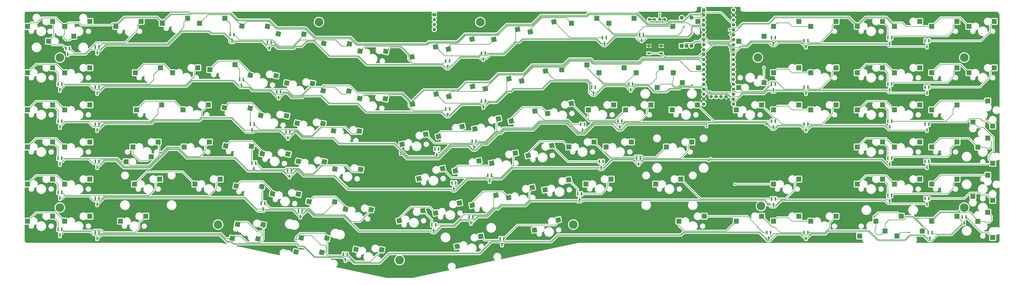
<source format=gbl>
G04 #@! TF.GenerationSoftware,KiCad,Pcbnew,(6.0.1-0)*
G04 #@! TF.CreationDate,2023-03-21T19:08:14-07:00*
G04 #@! TF.ProjectId,adelheid-xt,6164656c-6865-4696-942d-78742e6b6963,rev?*
G04 #@! TF.SameCoordinates,Original*
G04 #@! TF.FileFunction,Copper,L2,Bot*
G04 #@! TF.FilePolarity,Positive*
%FSLAX46Y46*%
G04 Gerber Fmt 4.6, Leading zero omitted, Abs format (unit mm)*
G04 Created by KiCad (PCBNEW (6.0.1-0)) date 2023-03-21 19:08:14*
%MOMM*%
%LPD*%
G01*
G04 APERTURE LIST*
G04 Aperture macros list*
%AMRotRect*
0 Rectangle, with rotation*
0 The origin of the aperture is its center*
0 $1 length*
0 $2 width*
0 $3 Rotation angle, in degrees counterclockwise*
0 Add horizontal line*
21,1,$1,$2,0,0,$3*%
G04 Aperture macros list end*
G04 #@! TA.AperFunction,SMDPad,CuDef*
%ADD10R,2.550000X2.500000*%
G04 #@! TD*
G04 #@! TA.AperFunction,ComponentPad*
%ADD11C,4.400000*%
G04 #@! TD*
G04 #@! TA.AperFunction,SMDPad,CuDef*
%ADD12RotRect,2.550000X2.500000X12.000000*%
G04 #@! TD*
G04 #@! TA.AperFunction,SMDPad,CuDef*
%ADD13RotRect,2.550000X2.500000X348.000000*%
G04 #@! TD*
G04 #@! TA.AperFunction,SMDPad,CuDef*
%ADD14R,2.500000X2.550000*%
G04 #@! TD*
G04 #@! TA.AperFunction,ComponentPad*
%ADD15R,2.000000X2.000000*%
G04 #@! TD*
G04 #@! TA.AperFunction,ComponentPad*
%ADD16C,2.000000*%
G04 #@! TD*
G04 #@! TA.AperFunction,ComponentPad*
%ADD17R,1.700000X1.700000*%
G04 #@! TD*
G04 #@! TA.AperFunction,ComponentPad*
%ADD18O,1.700000X1.700000*%
G04 #@! TD*
G04 #@! TA.AperFunction,SMDPad,CuDef*
%ADD19R,2.900000X0.500000*%
G04 #@! TD*
G04 #@! TA.AperFunction,SMDPad,CuDef*
%ADD20R,1.500000X1.200000*%
G04 #@! TD*
G04 #@! TA.AperFunction,ComponentPad*
%ADD21C,1.600000*%
G04 #@! TD*
G04 #@! TA.AperFunction,SMDPad,CuDef*
%ADD22RotRect,2.550000X2.500000X168.000000*%
G04 #@! TD*
G04 #@! TA.AperFunction,ComponentPad*
%ADD23C,1.700000*%
G04 #@! TD*
G04 #@! TA.AperFunction,SMDPad,CuDef*
%ADD24R,0.800000X1.900000*%
G04 #@! TD*
G04 #@! TA.AperFunction,SMDPad,CuDef*
%ADD25R,1.700000X1.000000*%
G04 #@! TD*
G04 #@! TA.AperFunction,ViaPad*
%ADD26C,0.800000*%
G04 #@! TD*
G04 #@! TA.AperFunction,Conductor*
%ADD27C,0.250000*%
G04 #@! TD*
G04 #@! TA.AperFunction,Conductor*
%ADD28C,0.381000*%
G04 #@! TD*
G04 APERTURE END LIST*
D10*
X365183750Y-335597500D03*
X378110750Y-333057500D03*
X294863850Y-259397500D03*
X307790850Y-256857500D03*
D11*
X481806250Y-328612500D03*
D10*
X332640000Y-235585000D03*
X345567000Y-233045000D03*
X465196250Y-235585000D03*
X478123250Y-233045000D03*
X95740550Y-257810000D03*
X108667550Y-255270000D03*
X65822500Y-302577500D03*
X52895500Y-305117500D03*
D12*
X261915079Y-340123259D03*
X274031497Y-334951090D03*
D10*
X484246250Y-235585000D03*
X497173250Y-233045000D03*
D11*
X19050000Y-251618750D03*
D10*
X436621250Y-335597500D03*
X449548250Y-333057500D03*
D13*
X153789370Y-268622551D03*
X166961980Y-268825730D03*
X135145770Y-264660151D03*
X148318380Y-264863330D03*
D10*
X337608850Y-264477500D03*
X324681850Y-267017500D03*
D13*
X140479770Y-285284951D03*
X153652380Y-285488130D03*
D10*
X379353750Y-240665000D03*
X366426750Y-243205000D03*
D11*
X234156250Y-233362500D03*
D13*
X159796470Y-308830751D03*
X172969080Y-309033930D03*
X130789670Y-239374451D03*
X143962280Y-239577630D03*
X109974370Y-337202551D03*
X123146980Y-337405730D03*
D14*
X488791250Y-297597500D03*
X486251250Y-284670500D03*
D15*
X337225000Y-245625000D03*
D16*
X342225000Y-245625000D03*
X339725000Y-245625000D03*
X342225000Y-231125000D03*
X337225000Y-231125000D03*
D10*
X465196250Y-278447500D03*
X478123250Y-275907500D03*
X384233750Y-335597500D03*
X397160750Y-333057500D03*
X299943850Y-233997500D03*
X312870850Y-231457500D03*
X427096250Y-259397500D03*
X440023250Y-256857500D03*
X465196250Y-297497500D03*
X478123250Y-294957500D03*
D12*
X199494579Y-275505659D03*
X211610997Y-270333490D03*
D10*
X275826550Y-257886200D03*
X288753550Y-255346200D03*
D12*
X230012679Y-327435959D03*
X242129097Y-322263790D03*
D10*
X332366950Y-278447500D03*
X345293950Y-275907500D03*
X465196250Y-316547500D03*
X478123250Y-314007500D03*
X289517150Y-278447500D03*
X302444150Y-275907500D03*
X484246250Y-259397500D03*
X497173250Y-256857500D03*
X460316250Y-340677500D03*
X447389250Y-343217500D03*
X2440000Y-316547500D03*
X15367000Y-314007500D03*
D11*
X281781250Y-337343750D03*
D10*
X329465000Y-297497500D03*
X342392000Y-294957500D03*
D12*
X258625779Y-301870859D03*
X270742197Y-296698690D03*
D14*
X493871250Y-292952500D03*
X496411250Y-305879500D03*
D10*
X2440000Y-335597500D03*
X15367000Y-333057500D03*
D12*
X236743679Y-267580859D03*
X248860097Y-262408690D03*
D10*
X21490000Y-278447500D03*
X34417000Y-275907500D03*
X427096250Y-316547500D03*
X440023250Y-314007500D03*
D13*
X122560070Y-300944051D03*
X135732680Y-301147230D03*
D12*
X259743379Y-238358159D03*
X271859797Y-233185990D03*
D10*
X82049950Y-278447500D03*
X94976950Y-275907500D03*
X446146250Y-316547500D03*
X459073250Y-314007500D03*
X465196250Y-259397500D03*
X478123250Y-256857500D03*
X2440000Y-297497500D03*
X15367000Y-294957500D03*
D17*
X210635750Y-229552500D03*
D18*
X210635750Y-232092500D03*
X210635750Y-234632500D03*
X210635750Y-237172500D03*
D10*
X403283750Y-335597500D03*
X416210750Y-333057500D03*
D12*
X212766079Y-292142659D03*
X224882497Y-286970490D03*
D10*
X446146250Y-278447500D03*
X459073250Y-275907500D03*
D13*
X141152870Y-304868351D03*
X154325480Y-305071530D03*
D10*
X441266250Y-340677500D03*
X428339250Y-343217500D03*
D12*
X222329179Y-348530659D03*
X234445597Y-343358490D03*
X192734809Y-335365208D03*
X204851227Y-330193039D03*
D11*
X481806250Y-251618750D03*
D19*
X327112000Y-232029000D03*
D20*
X325962000Y-232029000D03*
D21*
X328512000Y-232029000D03*
D20*
X323262000Y-232029000D03*
D21*
X320712000Y-232029000D03*
D19*
X322112000Y-232029000D03*
D10*
X279458750Y-297497500D03*
X292385750Y-294957500D03*
D13*
X142575270Y-344136751D03*
X155747880Y-344339930D03*
X146524970Y-325493151D03*
X159697580Y-325696330D03*
D10*
X57640550Y-259397500D03*
X70567550Y-256857500D03*
D14*
X493871250Y-312002500D03*
X496411250Y-324929500D03*
D10*
X308554450Y-278447500D03*
X321481450Y-275907500D03*
D12*
X199202479Y-251235959D03*
X211318897Y-246063790D03*
D10*
X90546250Y-233997500D03*
X103473250Y-231457500D03*
D13*
X170527970Y-350067651D03*
X183700580Y-350270830D03*
D11*
X377825000Y-327818750D03*
X100012500Y-337343750D03*
D13*
X165155870Y-329442851D03*
X178328480Y-329646030D03*
D14*
X493871250Y-331052500D03*
X496411250Y-343979500D03*
D10*
X427096250Y-235585000D03*
X440023250Y-233045000D03*
D12*
X248630879Y-323473559D03*
X260747297Y-318301390D03*
X250015179Y-284230559D03*
X262131597Y-279058390D03*
D10*
X76695218Y-259397500D03*
X89622218Y-256857500D03*
X446146250Y-235585000D03*
X459073250Y-233045000D03*
D12*
X218138179Y-271555959D03*
X230254597Y-266383790D03*
D10*
X26135000Y-240665000D03*
X13208000Y-243205000D03*
D13*
X121861570Y-281309851D03*
X135034180Y-281513030D03*
X103230670Y-277347451D03*
X116403280Y-277550630D03*
X127881370Y-321530751D03*
X141053980Y-321733930D03*
D12*
X268646079Y-280280859D03*
X280762497Y-275108690D03*
D22*
X153057870Y-351556549D03*
X139885260Y-351353370D03*
D12*
X202758479Y-313758059D03*
X214874897Y-308585890D03*
D10*
X21490000Y-259397500D03*
X34417000Y-256857500D03*
D11*
X19050000Y-328612500D03*
D12*
X240020279Y-305807859D03*
X252136697Y-300635690D03*
D14*
X493871250Y-273902500D03*
X496411250Y-286829500D03*
D10*
X21490000Y-235585000D03*
X34417000Y-233045000D03*
X56415000Y-297497500D03*
X69342000Y-294957500D03*
X21490000Y-316547500D03*
X34417000Y-314007500D03*
X50065000Y-335597500D03*
X62992000Y-333057500D03*
D12*
X217833379Y-247273559D03*
X229949797Y-242101390D03*
X221389379Y-309782959D03*
X233505797Y-304610790D03*
D10*
X82608750Y-297497500D03*
X95535750Y-294957500D03*
X465196250Y-335597500D03*
X478123250Y-333057500D03*
D12*
X255399979Y-263643859D03*
X267516397Y-258471690D03*
D11*
X151606250Y-233362500D03*
D14*
X488791250Y-335697500D03*
X486251250Y-322770500D03*
D10*
X71496250Y-233997500D03*
X84423250Y-231457500D03*
D12*
X267274479Y-319511159D03*
X279390897Y-314338990D03*
D10*
X403283750Y-235585000D03*
X416210750Y-233045000D03*
X88165000Y-316547500D03*
X101092000Y-314007500D03*
X47683750Y-235585000D03*
X60610750Y-233045000D03*
X403283750Y-278447500D03*
X416210750Y-275907500D03*
X335815000Y-335597500D03*
X348742000Y-333057500D03*
X403283750Y-259397500D03*
X416210750Y-256857500D03*
D12*
X194147879Y-296117759D03*
X206264297Y-290945590D03*
D10*
X2440000Y-278447500D03*
X15367000Y-275907500D03*
D12*
X241112479Y-242320559D03*
X253228897Y-237148390D03*
D10*
X58237450Y-278434800D03*
X71164450Y-275894800D03*
D13*
X112171470Y-235424751D03*
X125344080Y-235627930D03*
D12*
X211369079Y-331411059D03*
X223485497Y-326238890D03*
X231384279Y-288192959D03*
X243500697Y-283020790D03*
D10*
X384233750Y-316547500D03*
X397160750Y-314007500D03*
X298546850Y-297497500D03*
X311473850Y-294957500D03*
D13*
X154056070Y-244340151D03*
X167228680Y-244543330D03*
D10*
X21490000Y-297497500D03*
X34417000Y-294957500D03*
X427096250Y-297497500D03*
X440023250Y-294957500D03*
D13*
X172432970Y-272559551D03*
X185605580Y-272762730D03*
X116514870Y-260685051D03*
X129687480Y-260888230D03*
X103929170Y-296981651D03*
X117101780Y-297184830D03*
D10*
X427096250Y-278447500D03*
X440023250Y-275907500D03*
X313913850Y-259397500D03*
X326840850Y-256857500D03*
X2440000Y-259397500D03*
X15367000Y-256857500D03*
X288190000Y-316547500D03*
X301117000Y-314007500D03*
D11*
X192881250Y-355600000D03*
D10*
X384233750Y-235585000D03*
X397160750Y-233045000D03*
X446146250Y-259397500D03*
X459073250Y-256857500D03*
D13*
X159123370Y-289196551D03*
X172295980Y-289399730D03*
D10*
X2440000Y-235585000D03*
X15367000Y-233045000D03*
D17*
X348519750Y-227203000D03*
D23*
X348519750Y-229743000D03*
X348519750Y-232283000D03*
X348519750Y-234823000D03*
X348519750Y-237363000D03*
X348519750Y-239903000D03*
X348519750Y-242443000D03*
X348519750Y-244983000D03*
X348519750Y-247523000D03*
X348519750Y-250063000D03*
X348519750Y-252603000D03*
X348519750Y-255143000D03*
X348519750Y-257683000D03*
X348519750Y-260223000D03*
X348519750Y-262763000D03*
X348519750Y-265303000D03*
X348519750Y-267843000D03*
X348519750Y-270383000D03*
X348519750Y-272923000D03*
X348519750Y-275463000D03*
X363759750Y-275463000D03*
X363759750Y-272923000D03*
X363759750Y-270383000D03*
X363759750Y-267843000D03*
X363759750Y-265303000D03*
X363759750Y-262763000D03*
X363759750Y-260223000D03*
X363759750Y-257683000D03*
X363759750Y-255143000D03*
X363759750Y-252603000D03*
X363759750Y-250063000D03*
X363759750Y-247523000D03*
X363759750Y-244983000D03*
X363759750Y-242443000D03*
X363759750Y-239903000D03*
X363759750Y-237363000D03*
X363759750Y-234823000D03*
X363759750Y-232283000D03*
X363759750Y-229743000D03*
X363759750Y-227203000D03*
X359951750Y-271652000D03*
X357411750Y-271652000D03*
X354871750Y-271652000D03*
X352331750Y-271652000D03*
D10*
X21490000Y-335597500D03*
X34417000Y-333057500D03*
X365183750Y-278447500D03*
X378110750Y-275907500D03*
D13*
X172674270Y-248302551D03*
X185846880Y-248505730D03*
D11*
X376237500Y-251618750D03*
D10*
X280881150Y-233997500D03*
X293808150Y-231457500D03*
D22*
X120441730Y-344617269D03*
X107269120Y-344414090D03*
D10*
X384233750Y-278447500D03*
X397160750Y-275907500D03*
X384233750Y-259397500D03*
X397160750Y-256857500D03*
D13*
X109263170Y-317581051D03*
X122435780Y-317784230D03*
D10*
X57208750Y-316547500D03*
X70135750Y-314007500D03*
X323908750Y-316547500D03*
X336835750Y-314007500D03*
X446146250Y-297497500D03*
X459073250Y-294957500D03*
X332951150Y-259397500D03*
X345878150Y-256857500D03*
X379353750Y-264477500D03*
X366426750Y-267017500D03*
D24*
X442756250Y-265200000D03*
X444656250Y-265200000D03*
X443706250Y-268200000D03*
X135575000Y-309650000D03*
X137475000Y-309650000D03*
X136525000Y-312650000D03*
X37150000Y-341400000D03*
X39050000Y-341400000D03*
X38100000Y-344400000D03*
X442756250Y-322350000D03*
X444656250Y-322350000D03*
X443706250Y-325350000D03*
X117318750Y-305681250D03*
X119218750Y-305681250D03*
X118268750Y-308681250D03*
X219712500Y-316000000D03*
X221612500Y-316000000D03*
X220662500Y-319000000D03*
X314168750Y-303300000D03*
X316068750Y-303300000D03*
X315118750Y-306300000D03*
X116525000Y-285837500D03*
X118425000Y-285837500D03*
X117475000Y-288837500D03*
X18100000Y-265200000D03*
X20000000Y-265200000D03*
X19050000Y-268200000D03*
X37150000Y-246150000D03*
X39050000Y-246150000D03*
X38100000Y-249150000D03*
X18100000Y-303300000D03*
X20000000Y-303300000D03*
X19050000Y-306300000D03*
X463393750Y-341400000D03*
X465293750Y-341400000D03*
X464343750Y-344400000D03*
X461806250Y-323937500D03*
X463706250Y-323937500D03*
X462756250Y-326937500D03*
X383225000Y-241387500D03*
X385125000Y-241387500D03*
X384175000Y-244387500D03*
X291150000Y-266875000D03*
X293050000Y-266875000D03*
X292100000Y-269875000D03*
X209393750Y-337431250D03*
X211293750Y-337431250D03*
X210343750Y-340431250D03*
X110968750Y-262818750D03*
X112868750Y-262818750D03*
X111918750Y-265818750D03*
X461806250Y-242975000D03*
X463706250Y-242975000D03*
X462756250Y-245975000D03*
X461806250Y-285837500D03*
X463706250Y-285837500D03*
X462756250Y-288837500D03*
X37150000Y-266787500D03*
X39050000Y-266787500D03*
X38100000Y-269787500D03*
X106206250Y-239800000D03*
X108106250Y-239800000D03*
X107156250Y-242800000D03*
X134781250Y-289806250D03*
X136681250Y-289806250D03*
X135731250Y-292806250D03*
X399893750Y-242975000D03*
X401793750Y-242975000D03*
X400843750Y-245975000D03*
X141131250Y-330287500D03*
X143031250Y-330287500D03*
X142081250Y-333287500D03*
X234793750Y-249325000D03*
X236693750Y-249325000D03*
X235743750Y-252325000D03*
X383256750Y-324128000D03*
X385156750Y-324128000D03*
X384206750Y-327128000D03*
X295118750Y-304975000D03*
X297018750Y-304975000D03*
X296068750Y-307975000D03*
X284006250Y-321556250D03*
X285906250Y-321556250D03*
X284956250Y-324556250D03*
X442756250Y-241387500D03*
X444656250Y-241387500D03*
X443706250Y-244387500D03*
X399893750Y-285837500D03*
X401793750Y-285837500D03*
X400843750Y-288837500D03*
X216537500Y-277900000D03*
X218437500Y-277900000D03*
X217487500Y-280900000D03*
X315756250Y-239800000D03*
X317656250Y-239800000D03*
X316706250Y-242800000D03*
X237968750Y-312031250D03*
X239868750Y-312031250D03*
X238918750Y-315031250D03*
X37150000Y-323937500D03*
X39050000Y-323937500D03*
X38100000Y-326937500D03*
X285593750Y-285837500D03*
X287493750Y-285837500D03*
X286543750Y-288837500D03*
X461806250Y-266787500D03*
X463706250Y-266787500D03*
X462756250Y-269787500D03*
X216537500Y-253293750D03*
X218437500Y-253293750D03*
X217487500Y-256293750D03*
X380843750Y-341400000D03*
X382743750Y-341400000D03*
X381793750Y-344400000D03*
X22068750Y-246943750D03*
X23968750Y-246943750D03*
X23018750Y-249943750D03*
X383225000Y-265200000D03*
X385125000Y-265200000D03*
X384175000Y-268200000D03*
X18100000Y-320762500D03*
X20000000Y-320762500D03*
X19050000Y-323762500D03*
X125256250Y-243768750D03*
X127156250Y-243768750D03*
X126206250Y-246768750D03*
X480856250Y-333462500D03*
X482756250Y-333462500D03*
X481806250Y-336462500D03*
X230031250Y-294568750D03*
X231931250Y-294568750D03*
X230981250Y-297568750D03*
X399893750Y-266875000D03*
X401793750Y-266875000D03*
X400843750Y-269875000D03*
X18100000Y-284250000D03*
X20000000Y-284250000D03*
X19050000Y-287250000D03*
X442756250Y-303300000D03*
X444656250Y-303300000D03*
X443706250Y-306300000D03*
X296706250Y-241387500D03*
X298606250Y-241387500D03*
X297656250Y-244387500D03*
X244318750Y-344575000D03*
X246218750Y-344575000D03*
X245268750Y-347575000D03*
X228443750Y-333462500D03*
X230343750Y-333462500D03*
X229393750Y-336462500D03*
X164150000Y-352512500D03*
X166050000Y-352512500D03*
X165100000Y-355512500D03*
X122081250Y-326318750D03*
X123981250Y-326318750D03*
X123031250Y-329318750D03*
X310200000Y-265200000D03*
X312100000Y-265200000D03*
X311150000Y-268200000D03*
X210981250Y-298537500D03*
X212881250Y-298537500D03*
X211931250Y-301537500D03*
X130018750Y-269168750D03*
X131918750Y-269168750D03*
X130968750Y-272168750D03*
D25*
X320446000Y-245623000D03*
X326746000Y-245623000D03*
X326746000Y-249423000D03*
X320446000Y-249423000D03*
D24*
X37150000Y-304887500D03*
X39050000Y-304887500D03*
X38100000Y-307887500D03*
X442756250Y-284250000D03*
X444656250Y-284250000D03*
X443706250Y-287250000D03*
X234793750Y-273931250D03*
X236693750Y-273931250D03*
X235743750Y-276931250D03*
X18100000Y-339812500D03*
X20000000Y-339812500D03*
X19050000Y-342812500D03*
X461806250Y-304887500D03*
X463706250Y-304887500D03*
X462756250Y-307887500D03*
X399893750Y-341400000D03*
X401793750Y-341400000D03*
X400843750Y-344400000D03*
X383225000Y-284250000D03*
X385125000Y-284250000D03*
X384175000Y-287250000D03*
X37150000Y-285837500D03*
X39050000Y-285837500D03*
X38100000Y-288837500D03*
X304643750Y-284250000D03*
X306543750Y-284250000D03*
X305593750Y-287250000D03*
D26*
X351282000Y-244342011D03*
X381353550Y-285428200D03*
X351910531Y-303474540D03*
X382192888Y-326653540D03*
X381793750Y-344400000D03*
X37172900Y-246151400D03*
X34328100Y-233045000D03*
X352058893Y-244970853D03*
X34378900Y-256870200D03*
X37122100Y-266776200D03*
X34378900Y-275920200D03*
X37172900Y-285877000D03*
X380317741Y-285805872D03*
X34378900Y-294970200D03*
X37172900Y-304876200D03*
X351155000Y-304546000D03*
X37172900Y-324027800D03*
X34429700Y-314020200D03*
X381224308Y-327098439D03*
X34429700Y-333070200D03*
X37172900Y-341439500D03*
X380794248Y-345124500D03*
X125380750Y-235712000D03*
X125253750Y-243840000D03*
X130079750Y-269113000D03*
X129698750Y-260858000D03*
X134778750Y-289814000D03*
X135032750Y-281559000D03*
X135540750Y-309626000D03*
X135794750Y-301244000D03*
X141001750Y-321818000D03*
X141128750Y-330327000D03*
X139858750Y-345059000D03*
X139858750Y-351409000D03*
X230028750Y-242062000D03*
X218471750Y-253365000D03*
X218471750Y-278003000D03*
X230282750Y-266446000D03*
X212883750Y-298577000D03*
X224821750Y-287020000D03*
X233457750Y-304546000D03*
X221646750Y-315976000D03*
X223551750Y-326263000D03*
X228504750Y-333502000D03*
X312832750Y-231521000D03*
X298608750Y-241427000D03*
X293020750Y-266954000D03*
X307752750Y-256921000D03*
X287559750Y-285877000D03*
X302545750Y-275971000D03*
X297084750Y-305054000D03*
X311562750Y-295021000D03*
X385095750Y-241427000D03*
X397160750Y-233045000D03*
X342646000Y-265777031D03*
X351550773Y-269213707D03*
X345878150Y-256857500D03*
X397160750Y-256921000D03*
X385095750Y-265176000D03*
X397160750Y-275971000D03*
X385095750Y-284226000D03*
X382733550Y-341452200D03*
X397160750Y-333121000D03*
X190500000Y-346868750D03*
X42000000Y-230000000D03*
X184943750Y-329406250D03*
X127000000Y-349500000D03*
X192881250Y-262731250D03*
X5000000Y-343500000D03*
X453421750Y-305181000D03*
X453167750Y-267335000D03*
X324500000Y-248000000D03*
X192690750Y-251206000D03*
X66833750Y-238252000D03*
X79914750Y-317627000D03*
X185737500Y-233362500D03*
X410500000Y-272000000D03*
X356012750Y-259207000D03*
X453294750Y-324231000D03*
X422941750Y-238760000D03*
X41433750Y-239268000D03*
X318135000Y-230505000D03*
X192881250Y-358775000D03*
X368712750Y-271907000D03*
X185737500Y-307975000D03*
X453294750Y-243459000D03*
X184816750Y-288163000D03*
X355854000Y-235966000D03*
X192436750Y-275209000D03*
X355250750Y-278892000D03*
X482377750Y-344932000D03*
X326009000Y-229235000D03*
X193363250Y-301227503D03*
X350012000Y-287020000D03*
X193363250Y-300228000D03*
X350012000Y-285873540D03*
X427114500Y-235566750D03*
X362204000Y-239776000D03*
X427096250Y-259397500D03*
X427096250Y-297497500D03*
X427096250Y-316547500D03*
X427096250Y-278447500D03*
X436657750Y-335534000D03*
X465105750Y-259334000D03*
X465105750Y-278511000D03*
X465105750Y-235585000D03*
X361696000Y-237490000D03*
X465232750Y-335534000D03*
X465232750Y-297434000D03*
X465105750Y-316611000D03*
X2476500Y-297561000D03*
X2476500Y-316611000D03*
X2476500Y-235585000D03*
X2476500Y-259461000D03*
X2476500Y-335534000D03*
X2476500Y-278384000D03*
X47656750Y-235585000D03*
X110002835Y-337174085D03*
X58197750Y-278384000D03*
X57181750Y-316611000D03*
X88199125Y-316513375D03*
X57689750Y-259461000D03*
X50069750Y-335661000D03*
X70554021Y-300482000D03*
X56419750Y-297561000D03*
X65788375Y-302611625D03*
X95789750Y-257810000D03*
X103155750Y-277368000D03*
X142652750Y-344170000D03*
X90582750Y-233934000D03*
X127881370Y-321530751D03*
X103917750Y-296926000D03*
X109378750Y-317627000D03*
X159162750Y-289179000D03*
X154082750Y-266065000D03*
X130714750Y-239395000D03*
X141128750Y-304800000D03*
X154082750Y-244348000D03*
X165258750Y-329438000D03*
X159797750Y-308864000D03*
X140493750Y-285369000D03*
X135159750Y-264668000D03*
X170592750Y-350012000D03*
X146589750Y-325501000D03*
X153828750Y-268605000D03*
X199167750Y-251206000D03*
X199421750Y-275463000D03*
X222281750Y-348488000D03*
X194087750Y-296164000D03*
X202723750Y-313817000D03*
X211359750Y-331470000D03*
X231384279Y-288192959D03*
X236684144Y-267640394D03*
X240020279Y-305807859D03*
X241097394Y-242335644D03*
X248630879Y-323473559D03*
X262032750Y-340106000D03*
X258603750Y-302006000D03*
X249967750Y-284353000D03*
X259746750Y-238379000D03*
X255428750Y-263652000D03*
X267239750Y-319532000D03*
X300005750Y-234061000D03*
X288194750Y-316611000D03*
X332640000Y-235585000D03*
X298481750Y-297561000D03*
X289464750Y-278511000D03*
X294798750Y-259461000D03*
X379380750Y-256667000D03*
X379380750Y-240665000D03*
X365156750Y-335534000D03*
X323881750Y-316611000D03*
X332390750Y-278511000D03*
X379380750Y-264414000D03*
X337597750Y-264541000D03*
X335819750Y-335661000D03*
X365156750Y-278511000D03*
X384206750Y-235585000D03*
X384206750Y-259334000D03*
X364432250Y-316611000D03*
X384206750Y-278384000D03*
X384206750Y-316611000D03*
X384206750Y-335534000D03*
X435768750Y-333248000D03*
X428339250Y-343217500D03*
X459009750Y-233045000D03*
X461803750Y-242951000D03*
X461803750Y-266827000D03*
X459009750Y-256921000D03*
X459009750Y-275971000D03*
X461803750Y-285877000D03*
X461803750Y-304927000D03*
X459009750Y-295021000D03*
X459009750Y-314071000D03*
X461803750Y-323977000D03*
X480856250Y-333462500D03*
X453675750Y-341376000D03*
X479202750Y-330458479D03*
X457993750Y-334137000D03*
X486187750Y-322707000D03*
X482756250Y-333462500D03*
X345567000Y-233045000D03*
X338486750Y-235712000D03*
X320446000Y-249423000D03*
D27*
X20204521Y-245079521D02*
X15082521Y-245079521D01*
X15082521Y-245079521D02*
X13208000Y-243205000D01*
X15367000Y-233045000D02*
X15854521Y-233532521D01*
X15854521Y-233532521D02*
X15854521Y-240558479D01*
X22068750Y-246943750D02*
X20204521Y-245079521D01*
X15854521Y-240558479D02*
X13208000Y-243205000D01*
X37521304Y-243967000D02*
X52276204Y-243967000D01*
X52276204Y-243967000D02*
X58599229Y-237643975D01*
X58599229Y-235056521D02*
X60610750Y-233045000D01*
X26519230Y-249494230D02*
X31994074Y-249494230D01*
X31994074Y-249494230D02*
X37521304Y-243967000D01*
X23968750Y-246943750D02*
X26519230Y-249494230D01*
X58599229Y-237643975D02*
X58599229Y-235056521D01*
X296292946Y-244387500D02*
X297656250Y-244387500D01*
X318206759Y-241074511D02*
X318547750Y-240733520D01*
X315031739Y-240919000D02*
X315031739Y-240958989D01*
X370570932Y-245649510D02*
X371038721Y-245181721D01*
X23018750Y-249943750D02*
X32180272Y-249943750D01*
X297656250Y-244387500D02*
X298949531Y-244387500D01*
X384175000Y-244387500D02*
X385137980Y-243424520D01*
X129158347Y-245043261D02*
X124679011Y-245043261D01*
X171802481Y-250666121D02*
X157098871Y-250666121D01*
X237418261Y-250599511D02*
X238243252Y-249774520D01*
X74237882Y-244866040D02*
X81316901Y-237787021D01*
X145338643Y-242977379D02*
X142678310Y-245637712D01*
X293742466Y-241837020D02*
X296292946Y-244387500D01*
X81316901Y-237787021D02*
X95531317Y-237787021D01*
X383212020Y-243424520D02*
X384175000Y-244387500D01*
X361161031Y-244067031D02*
X363442489Y-246348489D01*
X214838809Y-255065341D02*
X176201701Y-255065341D01*
X139586474Y-245637712D02*
X138624725Y-246599461D01*
X103262171Y-238905921D02*
X107156250Y-242800000D01*
X370570930Y-245649511D02*
X371038721Y-245181721D01*
X318547750Y-240733520D02*
X340465934Y-240733520D01*
X216067218Y-256293750D02*
X214838809Y-255065341D01*
X315118750Y-241046000D02*
X315031739Y-240919000D01*
X34699511Y-247424511D02*
X39774511Y-247424511D01*
X238243252Y-249774520D02*
X246113402Y-249774520D01*
X122579509Y-242943759D02*
X107300009Y-242943759D01*
X315147261Y-241074511D02*
X318206759Y-241074511D01*
X130714549Y-246599461D02*
X129158347Y-245043261D01*
X39774511Y-247424511D02*
X42332982Y-244866040D01*
X340465934Y-240733520D02*
X342138000Y-239061454D01*
X142678310Y-245637712D02*
X139586474Y-245637712D01*
X398396270Y-243424520D02*
X399359250Y-244387500D01*
X372795922Y-243424520D02*
X383212020Y-243424520D01*
X252362592Y-243525330D02*
X254057310Y-243525330D01*
X233651527Y-251102941D02*
X234154957Y-250599511D01*
X107300009Y-242943759D02*
X107156250Y-242800000D01*
X246113402Y-249774520D02*
X252362592Y-243525330D01*
X42332982Y-244866040D02*
X74237882Y-244866040D01*
X223908091Y-251102941D02*
X233651527Y-251102941D01*
X124679011Y-245043261D02*
X122579509Y-242943759D01*
X217487500Y-256293750D02*
X216067218Y-256293750D01*
X95531317Y-237787021D02*
X96650217Y-238905921D01*
X351556980Y-244067031D02*
X361161031Y-244067031D01*
X347973709Y-235369041D02*
X348519750Y-234823000D01*
X351282000Y-244342011D02*
X351282000Y-244094000D01*
X342734959Y-235369041D02*
X347973709Y-235369041D01*
X149410129Y-242977379D02*
X145338643Y-242977379D01*
X218717282Y-256293750D02*
X223908091Y-251102941D01*
X363442489Y-246348489D02*
X366552793Y-246348489D01*
X399359250Y-244387500D02*
X443706250Y-244387500D01*
X176201701Y-255065341D02*
X171802481Y-250666121D01*
X32180272Y-249943750D02*
X34699511Y-247424511D01*
X351282000Y-244094000D02*
X351308969Y-244067031D01*
X342138000Y-239061454D02*
X342138000Y-235966000D01*
X217487500Y-256293750D02*
X218717282Y-256293750D01*
X138624725Y-246599461D02*
X130714549Y-246599461D01*
X351282000Y-244342011D02*
X351556980Y-244067031D01*
X385137980Y-243424520D02*
X398396270Y-243424520D01*
X234154957Y-250599511D02*
X237418261Y-250599511D01*
X157098871Y-250666121D02*
X149410129Y-242977379D01*
X298949531Y-244387500D02*
X303087510Y-240249520D01*
X366552793Y-246348489D02*
X367251771Y-245649511D01*
X303087510Y-240249520D02*
X314322270Y-240249520D01*
X315031739Y-240958989D02*
X315147261Y-241074511D01*
X342138000Y-235966000D02*
X342734959Y-235369041D01*
X254057310Y-243525330D02*
X255745620Y-241837020D01*
X371038721Y-245181721D02*
X372795922Y-243424520D01*
X314322270Y-240249520D02*
X315118750Y-241046000D01*
X255745620Y-241837020D02*
X293742466Y-241837020D01*
X96650217Y-238905921D02*
X103262171Y-238905921D01*
X367251771Y-245649511D02*
X370570932Y-245649510D01*
X15367000Y-256857500D02*
X18100000Y-259590500D01*
X18100000Y-259590500D02*
X18100000Y-265200000D01*
X63412500Y-265200000D02*
X20000000Y-265200000D01*
X70567550Y-256857500D02*
X67093971Y-260331079D01*
X64812504Y-265200000D02*
X63412500Y-265200000D01*
X67093971Y-262918533D02*
X64812504Y-265200000D01*
X67093971Y-260331079D02*
X67093971Y-262918533D01*
X336012745Y-267345040D02*
X336856254Y-266501531D01*
X242398652Y-274380770D02*
X247993792Y-268785630D01*
X133468252Y-269618270D02*
X132643261Y-270443261D01*
X297688785Y-265649520D02*
X308650498Y-265649520D01*
X83603849Y-266099040D02*
X81949040Y-266099040D01*
X368002221Y-269791061D02*
X379269657Y-269791061D01*
X83967070Y-265735820D02*
X83603850Y-266099040D01*
X360624447Y-270027969D02*
X362153989Y-271557511D01*
X214559236Y-279335041D02*
X175973101Y-279335041D01*
X290425489Y-264835449D02*
X290425489Y-268200489D01*
X127186087Y-268335109D02*
X117744859Y-268335109D01*
X36350511Y-268062011D02*
X33938020Y-265649520D01*
X362153989Y-271557511D02*
X366235771Y-271557511D01*
X349694261Y-266477511D02*
X349694261Y-268381793D01*
X351340437Y-270027969D02*
X360624447Y-270027969D01*
X218749032Y-280900000D02*
X224263692Y-275385341D01*
X320139848Y-265649520D02*
X323382349Y-268892021D01*
X129294239Y-270443261D02*
X127186087Y-268335109D01*
X117744859Y-268335109D02*
X116053490Y-266643741D01*
X379269657Y-269791061D02*
X380860718Y-268200000D01*
X110555446Y-265818750D02*
X107923717Y-263187021D01*
X288834181Y-263244141D02*
X290425489Y-264835449D01*
X309475489Y-266474511D02*
X312705750Y-266474511D01*
X81949040Y-266099040D02*
X41737482Y-266099040D01*
X21600480Y-265649520D02*
X19050000Y-268200000D01*
X336856254Y-266501531D02*
X347321219Y-266501531D01*
X247993792Y-268785630D02*
X249688510Y-268785630D01*
X292100000Y-269875000D02*
X293463304Y-269875000D01*
X132643261Y-270443261D02*
X129294239Y-270443261D01*
X249688510Y-268785630D02*
X251149620Y-267324520D01*
X116053490Y-266643741D02*
X112743741Y-266643741D01*
X384175000Y-268200000D02*
X443706250Y-268200000D01*
X366235771Y-271557511D02*
X368002221Y-269791061D01*
X349694261Y-268381793D02*
X351340437Y-270027969D01*
X323382349Y-268892021D02*
X329436729Y-268892021D01*
X143863028Y-270923412D02*
X142901279Y-271885161D01*
X293463304Y-269875000D02*
X297688785Y-265649520D01*
X156879981Y-274948521D02*
X152854872Y-270923412D01*
X269949299Y-263244141D02*
X288834181Y-263244141D01*
X224263692Y-275385341D02*
X237238681Y-275385341D01*
X83967070Y-265735820D02*
X83603849Y-266099040D01*
X175973101Y-279335041D02*
X171586581Y-274948521D01*
X41737482Y-266099040D02*
X39774511Y-268062011D01*
X217487500Y-280900000D02*
X218749032Y-280900000D01*
X107923717Y-263187021D02*
X86515869Y-263187021D01*
X111918750Y-265818750D02*
X110555446Y-265818750D01*
X330983710Y-267345040D02*
X336012745Y-267345040D01*
X112743741Y-266643741D02*
X111918750Y-265818750D01*
X380860718Y-268200000D02*
X384175000Y-268200000D01*
X265868920Y-267324520D02*
X269949299Y-263244141D01*
X33938020Y-265649520D02*
X21600480Y-265649520D01*
X347321219Y-266501531D02*
X348519750Y-265303000D01*
X152854872Y-270923412D02*
X143863028Y-270923412D01*
X137863987Y-271885161D02*
X135597094Y-269618270D01*
X217487500Y-280900000D02*
X216124196Y-280900000D01*
X237238681Y-275385341D02*
X238243252Y-274380770D01*
X39774511Y-268062011D02*
X36350511Y-268062011D01*
X135597094Y-269618270D02*
X133468252Y-269618270D01*
X290425489Y-268200489D02*
X292100000Y-269875000D01*
X313530741Y-265649520D02*
X320139848Y-265649520D01*
X171586581Y-274948521D02*
X156879981Y-274948521D01*
X308650498Y-265649520D02*
X309475489Y-266474511D01*
X238243252Y-274380770D02*
X242398652Y-274380770D01*
X312705750Y-266474511D02*
X313530741Y-265649520D01*
X329436729Y-268892021D02*
X330983710Y-267345040D01*
X216124196Y-280900000D02*
X214559236Y-279335041D01*
X86515869Y-263187021D02*
X83967070Y-265735820D01*
X142901279Y-271885161D02*
X137863987Y-271885161D01*
X251149620Y-267324520D02*
X265868920Y-267324520D01*
X348519750Y-265303000D02*
X349694261Y-266477511D01*
X15367000Y-275907500D02*
X18100000Y-278640500D01*
X18100000Y-278640500D02*
X18100000Y-284250000D01*
X69152929Y-280636821D02*
X69152929Y-277906321D01*
X69152929Y-277906321D02*
X71164450Y-275894800D01*
X20000000Y-284250000D02*
X65539750Y-284250000D01*
X65539750Y-284250000D02*
X69152929Y-280636821D01*
X197238241Y-302362491D02*
X190398271Y-295522521D01*
X307089239Y-285524511D02*
X303919239Y-285524511D01*
X398253770Y-286287020D02*
X399216750Y-287250000D01*
X303094248Y-284699520D02*
X291911513Y-284699520D01*
X402380272Y-287250000D02*
X403343252Y-286287020D01*
X36130991Y-287112011D02*
X39722489Y-287112011D01*
X291911513Y-284699520D02*
X287773532Y-288837500D01*
X66786843Y-284274343D02*
X65912146Y-285149040D01*
X382786468Y-287250000D02*
X381353550Y-285817082D01*
X211931250Y-301537500D02*
X211106259Y-302362491D01*
X380235988Y-284699520D02*
X380964668Y-285428200D01*
X67255744Y-283805441D02*
X90302180Y-283805441D01*
X287773532Y-288837500D02*
X286543750Y-288837500D01*
X139053522Y-289433000D02*
X137405761Y-291080761D01*
X380964668Y-285428200D02*
X381353550Y-285428200D01*
X113609250Y-288837500D02*
X117475000Y-288837500D01*
X218789992Y-295972041D02*
X213224532Y-301537500D01*
X303919239Y-285524511D02*
X303094248Y-284699520D01*
X159064711Y-292509961D02*
X143197987Y-292509961D01*
X246116419Y-287610421D02*
X244293840Y-289433000D01*
X442270468Y-287250000D02*
X443706250Y-287250000D01*
X41685460Y-285149040D02*
X63307210Y-285149040D01*
X384175000Y-287250000D02*
X385373032Y-287250000D01*
X117618759Y-288981259D02*
X117475000Y-288837500D01*
X143197987Y-292509961D02*
X140121024Y-289433000D01*
X19050000Y-287250000D02*
X21600480Y-284699520D01*
X242599122Y-289433000D02*
X237013852Y-295018270D01*
X380235988Y-284699520D02*
X307914230Y-284699520D01*
X381353550Y-285817082D02*
X381353550Y-285428200D01*
X233480752Y-295018270D02*
X232526981Y-295972041D01*
X33718500Y-284699520D02*
X36130991Y-287112011D01*
X21600480Y-284699520D02*
X33718500Y-284699520D01*
X244293840Y-289433000D02*
X242599122Y-289433000D01*
X134013511Y-291080761D02*
X131914009Y-288981259D01*
X307914230Y-284699520D02*
X307089239Y-285524511D01*
X386336013Y-286287020D02*
X398253770Y-286287020D01*
X211106259Y-302362491D02*
X197238241Y-302362491D01*
X399216750Y-287250000D02*
X402380272Y-287250000D01*
X385373032Y-287250000D02*
X386336013Y-286287020D01*
X284432841Y-289662491D02*
X278880591Y-284110241D01*
X403343252Y-286287020D02*
X441307488Y-286287020D01*
X264285099Y-284110241D02*
X260784919Y-287610421D01*
X285718759Y-289662491D02*
X284432841Y-289662491D01*
X65912146Y-285149040D02*
X63307210Y-285149040D01*
X107092750Y-282321000D02*
X113609250Y-288837500D01*
X384175000Y-287250000D02*
X382786468Y-287250000D01*
X137405761Y-291080761D02*
X134013511Y-291080761D01*
X39722489Y-287112011D02*
X41685460Y-285149040D01*
X131914009Y-288981259D02*
X117618759Y-288981259D01*
X278880591Y-284110241D02*
X264285099Y-284110241D01*
X140121024Y-289433000D02*
X139053522Y-289433000D01*
X91786622Y-282321000D02*
X107092750Y-282321000D01*
X190398271Y-295522521D02*
X162077271Y-295522521D01*
X441307488Y-286287020D02*
X442270468Y-287250000D01*
X90302180Y-283805441D02*
X91786622Y-282321000D01*
X162077271Y-295522521D02*
X159064711Y-292509961D01*
X232526981Y-295972041D02*
X218789992Y-295972041D01*
X213224532Y-301537500D02*
X211931250Y-301537500D01*
X260784919Y-287610421D02*
X246116419Y-287610421D01*
X66786843Y-284274343D02*
X67255744Y-283805441D01*
X237013852Y-295018270D02*
X233480752Y-295018270D01*
X286543750Y-288837500D02*
X285718759Y-289662491D01*
X18100000Y-297690500D02*
X18100000Y-303300000D01*
X15367000Y-294957500D02*
X18100000Y-297690500D01*
X50357196Y-305117500D02*
X48539696Y-303300000D01*
X69829521Y-301677229D02*
X64514729Y-306992021D01*
X48539696Y-303300000D02*
X20000000Y-303300000D01*
X64514729Y-306992021D02*
X54770021Y-306992021D01*
X69342000Y-294957500D02*
X69829521Y-295445021D01*
X54770021Y-306992021D02*
X52895500Y-305117500D01*
X52895500Y-305117500D02*
X50357196Y-305117500D01*
X69829521Y-295445021D02*
X69829521Y-301677229D01*
X68675967Y-304102217D02*
X74381644Y-298396540D01*
X313369261Y-304574511D02*
X312544270Y-303749520D01*
X118268750Y-308681250D02*
X119093741Y-309506241D01*
X36226750Y-306197000D02*
X39739522Y-306197000D01*
X312544270Y-303749520D02*
X301563513Y-303749520D01*
X351910531Y-303474540D02*
X351635551Y-303749520D01*
X442342946Y-306300000D02*
X443706250Y-306300000D01*
X159725111Y-312093361D02*
X166631750Y-319000000D01*
X33779270Y-303749520D02*
X36226750Y-306197000D01*
X138199511Y-310924511D02*
X139731750Y-309392272D01*
X139731750Y-309372000D02*
X139829221Y-309274529D01*
X227311692Y-313612341D02*
X244839126Y-313612341D01*
X316793261Y-304574511D02*
X313369261Y-304574511D01*
X139829221Y-309274529D02*
X141052253Y-309274529D01*
X64887124Y-307891061D02*
X68675967Y-304102217D01*
X351910531Y-303474540D02*
X352185511Y-303749520D01*
X143871087Y-312093361D02*
X159725111Y-312093361D01*
X301563513Y-303749520D02*
X297338032Y-307975000D01*
X84156952Y-302855441D02*
X108831191Y-302855441D01*
X41737482Y-304199040D02*
X48167300Y-304199040D01*
X221924032Y-319000000D02*
X227311692Y-313612341D01*
X51859322Y-307891061D02*
X64887124Y-307891061D01*
X74381644Y-298396540D02*
X79698050Y-298396540D01*
X141052253Y-309274529D02*
X143871087Y-312093361D01*
X250476467Y-307975000D02*
X296068750Y-307975000D01*
X317618252Y-303749520D02*
X316793261Y-304574511D01*
X79698050Y-298396540D02*
X84156952Y-302855441D01*
X19050000Y-306300000D02*
X21600480Y-303749520D01*
X39739522Y-306197000D02*
X41737482Y-304199040D01*
X244839126Y-313612341D02*
X250476467Y-307975000D01*
X351635551Y-303749520D02*
X317618252Y-303749520D01*
X352185511Y-303749520D02*
X439792465Y-303749520D01*
X108831191Y-302855441D02*
X115481991Y-309506241D01*
X439792465Y-303749520D02*
X442342946Y-306300000D01*
X139731750Y-309392272D02*
X139731750Y-309372000D01*
X166631750Y-319000000D02*
X220662500Y-319000000D01*
X297338032Y-307975000D02*
X296068750Y-307975000D01*
X21600480Y-303749520D02*
X33779270Y-303749520D01*
X134850489Y-310924511D02*
X138199511Y-310924511D01*
X48167300Y-304199040D02*
X51859322Y-307891061D01*
X133432219Y-309506241D02*
X134850489Y-310924511D01*
X220662500Y-319000000D02*
X221924032Y-319000000D01*
X117443759Y-309506241D02*
X118268750Y-308681250D01*
X119093741Y-309506241D02*
X133432219Y-309506241D01*
X115481991Y-309506241D02*
X117443759Y-309506241D01*
X15367000Y-314007500D02*
X18100000Y-316740500D01*
X18100000Y-316740500D02*
X18100000Y-320762500D01*
X70135750Y-314007500D02*
X68124229Y-316019021D01*
X64523750Y-322350000D02*
X63412500Y-322350000D01*
X68124229Y-316019021D02*
X68124229Y-318749521D01*
X20058250Y-320762500D02*
X21645750Y-322350000D01*
X20000000Y-320762500D02*
X20058250Y-320762500D01*
X68124229Y-318749521D02*
X64523750Y-322350000D01*
X63412500Y-322350000D02*
X21645750Y-322350000D01*
X214092263Y-337880770D02*
X220894208Y-337880770D01*
X140585761Y-331562011D02*
X143576739Y-331562011D01*
X237452210Y-333087029D02*
X241448989Y-329090250D01*
X211541782Y-340431250D02*
X214092263Y-337880770D01*
X224037967Y-334737011D02*
X231068261Y-334737011D01*
X384206750Y-327128000D02*
X382667348Y-327128000D01*
X244886438Y-327347520D02*
X257211801Y-327347520D01*
X243143708Y-329090250D02*
X244886438Y-327347520D01*
X231068261Y-334737011D02*
X232718243Y-333087029D01*
X232718243Y-333087029D02*
X237452210Y-333087029D01*
X146437053Y-329912029D02*
X149265026Y-332740000D01*
X382667348Y-327128000D02*
X382192888Y-326653540D01*
X20895375Y-323504625D02*
X21600480Y-322799520D01*
X259720036Y-324839286D02*
X284673214Y-324839286D01*
X41653710Y-323249040D02*
X113730790Y-323249040D01*
X379675027Y-324524559D02*
X381804008Y-326653540D01*
X34033270Y-322799520D02*
X34629114Y-323395364D01*
X113730790Y-323249040D02*
X119800500Y-329318750D01*
X21600480Y-322799520D02*
X34033270Y-322799520D01*
X385570054Y-327128000D02*
X388120535Y-324577520D01*
X442933770Y-324577520D02*
X443706250Y-325350000D01*
X36425489Y-325212011D02*
X39690739Y-325212011D01*
X19050000Y-323762500D02*
X20637500Y-323762500D01*
X257211801Y-327347520D02*
X259720036Y-324839286D01*
X210343750Y-340431250D02*
X211541782Y-340431250D01*
X39690739Y-325212011D02*
X41653710Y-323249040D01*
X164581942Y-332740000D02*
X172273193Y-340431250D01*
X34629114Y-323395364D02*
X34629114Y-323415636D01*
X220894208Y-337880770D02*
X224037967Y-334737011D01*
X138486259Y-329462509D02*
X140585761Y-331562011D01*
X284673214Y-324839286D02*
X284956250Y-324556250D01*
X241448989Y-329090250D02*
X243143708Y-329090250D01*
X381804008Y-326653540D02*
X382192888Y-326653540D01*
X172273193Y-340431250D02*
X210343750Y-340431250D01*
X123031250Y-329318750D02*
X123175009Y-329462509D01*
X388120535Y-324577520D02*
X442933770Y-324577520D01*
X143576739Y-331562011D02*
X145226721Y-329912029D01*
X20637500Y-323762500D02*
X20895375Y-323504625D01*
X284956250Y-324556250D02*
X284987941Y-324524559D01*
X384206750Y-327128000D02*
X385570054Y-327128000D01*
X119800500Y-329318750D02*
X123031250Y-329318750D01*
X149265026Y-332740000D02*
X164581942Y-332740000D01*
X284987941Y-324524559D02*
X379675027Y-324524559D01*
X34629114Y-323415636D02*
X36425489Y-325212011D01*
X145226721Y-329912029D02*
X146437053Y-329912029D01*
X123175009Y-329462509D02*
X138486259Y-329462509D01*
X18100000Y-335790500D02*
X18100000Y-339812500D01*
X15367000Y-333057500D02*
X18100000Y-335790500D01*
X40317989Y-340125489D02*
X41592500Y-341400000D01*
X59518421Y-339166329D02*
X57284750Y-341400000D01*
X36045057Y-340505921D02*
X36425489Y-340125489D01*
X20693421Y-340505921D02*
X36045057Y-340505921D01*
X57284750Y-341400000D02*
X53887500Y-341400000D01*
X62992000Y-333057500D02*
X59518421Y-336531079D01*
X36425489Y-340125489D02*
X40317989Y-340125489D01*
X59518421Y-336531079D02*
X59518421Y-339166329D01*
X20000000Y-339812500D02*
X20693421Y-340505921D01*
X41592500Y-341400000D02*
X53887500Y-341400000D01*
X454007703Y-342552021D02*
X451467703Y-345092021D01*
X336724928Y-342490434D02*
X273697507Y-342490434D01*
X270338429Y-345849511D02*
X239779239Y-345849511D01*
X451467703Y-345092021D02*
X437786317Y-345092021D01*
X338151842Y-341063520D02*
X336724928Y-342490434D01*
X107000000Y-346000000D02*
X104858750Y-346000000D01*
X233718229Y-351910521D02*
X187490229Y-351910521D01*
X433046632Y-340352336D02*
X412139086Y-340352336D01*
X412139086Y-340352336D02*
X410641901Y-341849520D01*
X34706419Y-340955441D02*
X20907059Y-340955441D01*
X182557609Y-356843141D02*
X169744924Y-356843141D01*
X464343750Y-344400000D02*
X462980446Y-344400000D01*
X340269770Y-341063520D02*
X377093965Y-341063520D01*
X143976380Y-348287630D02*
X141664530Y-348287630D01*
X40129710Y-342299040D02*
X40036750Y-342392000D01*
X462980446Y-344400000D02*
X461132467Y-342552021D01*
X273168970Y-343018970D02*
X270338429Y-345849511D01*
X384368230Y-341849520D02*
X381817750Y-344400000D01*
X36425489Y-342674511D02*
X34706419Y-340955441D01*
X39774511Y-342674511D02*
X36425489Y-342674511D01*
X402518261Y-342674511D02*
X399094261Y-342674511D01*
X107975135Y-346975135D02*
X107000000Y-346000000D01*
X166688793Y-353787011D02*
X149475761Y-353787011D01*
X380430446Y-344400000D02*
X381793750Y-344400000D01*
X461132467Y-342552021D02*
X454007703Y-342552021D01*
X169744924Y-356843141D02*
X166688793Y-353787011D01*
X398269270Y-341849520D02*
X384368230Y-341849520D01*
X140352035Y-346975135D02*
X107975135Y-346975135D01*
X101157790Y-342299040D02*
X40129710Y-342299040D01*
X410641901Y-341849520D02*
X403343252Y-341849520D01*
X399094261Y-342674511D02*
X398269270Y-341849520D01*
X381817750Y-344400000D02*
X381793750Y-344400000D01*
X437786317Y-345092021D02*
X433046632Y-340352336D01*
X403343252Y-341849520D02*
X402518261Y-342674511D01*
X239779239Y-345849511D02*
X233718229Y-351910521D01*
X340269770Y-341063520D02*
X338151842Y-341063520D01*
X104858750Y-346000000D02*
X101157790Y-342299040D01*
X338343212Y-341063520D02*
X340269770Y-341063520D01*
X40036750Y-342392000D02*
X40036750Y-342412272D01*
X20907059Y-340955441D02*
X19050000Y-342812500D01*
X149475761Y-353787011D02*
X143976380Y-348287630D01*
X273697507Y-342490434D02*
X273168970Y-343018970D01*
X377093965Y-341063520D02*
X380430446Y-344400000D01*
X187490229Y-351910521D02*
X182557609Y-356843141D01*
X40036750Y-342412272D02*
X39774511Y-342674511D01*
X141664530Y-348287630D02*
X140352035Y-346975135D01*
X40783480Y-244416520D02*
X72289730Y-244416520D01*
X82465659Y-236002545D02*
X74051684Y-244416520D01*
X84423250Y-231457500D02*
X82465659Y-233415091D01*
X82465659Y-233415091D02*
X82465659Y-236002545D01*
X39050000Y-246150000D02*
X40783480Y-244416520D01*
X74051684Y-244416520D02*
X72289730Y-244416520D01*
X298310738Y-245662011D02*
X296931739Y-245662011D01*
X346975311Y-235818561D02*
X348519750Y-237363000D01*
X255931817Y-242286540D02*
X254243507Y-243974850D01*
X234357289Y-252325000D02*
X235743750Y-252325000D01*
X216706011Y-257568261D02*
X218078489Y-257568261D01*
X317936032Y-242800000D02*
X319552992Y-241183040D01*
X127482219Y-245492781D02*
X128972150Y-245492781D01*
X342921157Y-235818561D02*
X346975311Y-235818561D01*
X342587520Y-239247651D02*
X342587520Y-236152198D01*
X139772672Y-246087232D02*
X142864508Y-246087232D01*
X156912673Y-251115641D02*
X171616283Y-251115641D01*
X370773155Y-246083004D02*
X372982119Y-243874040D01*
X315342946Y-242800000D02*
X313241985Y-240699040D01*
X142864508Y-246087232D02*
X145524841Y-243426899D01*
X398210072Y-243874040D02*
X400311032Y-245975000D01*
X239137993Y-250224040D02*
X237037032Y-252325000D01*
X383527739Y-245662011D02*
X384905759Y-245662011D01*
X103075973Y-239355441D02*
X96464020Y-239355441D01*
X367437969Y-246099031D02*
X364648511Y-248888489D01*
X96464020Y-239355441D02*
X95345119Y-238236541D01*
X254243507Y-243974850D02*
X252548790Y-243974850D01*
X126206250Y-246768750D02*
X125768782Y-246768750D01*
X316706250Y-242800000D02*
X317936032Y-242800000D01*
X126206250Y-246768750D02*
X127482219Y-245492781D01*
X362585239Y-248009499D02*
X363464229Y-248888489D01*
X364648511Y-248888489D02*
X364267511Y-248888489D01*
X296931739Y-245662011D02*
X293556268Y-242286540D01*
X125768782Y-246768750D02*
X122393311Y-243393279D01*
X108561993Y-243393279D02*
X107880761Y-244074511D01*
X74424080Y-245315560D02*
X73071810Y-245315560D01*
X342587520Y-236152198D02*
X342921157Y-235818561D01*
X316706250Y-242800000D02*
X315342946Y-242800000D01*
X252548790Y-243974850D02*
X246299600Y-250224040D01*
X352058893Y-244970853D02*
X352513195Y-244516551D01*
X42519180Y-245315560D02*
X38684740Y-249150000D01*
X370773155Y-246099030D02*
X370773155Y-246083004D01*
X81503099Y-238236541D02*
X74424080Y-245315560D01*
X384905759Y-245662011D02*
X386693730Y-243874040D01*
X73071810Y-245315560D02*
X42519180Y-245315560D01*
X105822750Y-243465522D02*
X105822750Y-242102218D01*
X381739768Y-243874040D02*
X383527739Y-245662011D01*
X313241985Y-240699040D02*
X303273709Y-240699040D01*
X246299600Y-250224040D02*
X239137993Y-250224040D01*
X319552992Y-241183040D02*
X340652131Y-241183040D01*
X386693730Y-243874040D02*
X398210072Y-243874040D01*
X293556268Y-242286540D02*
X255931817Y-242286540D01*
X233584750Y-251552461D02*
X234357289Y-252325000D01*
X218078489Y-257568261D02*
X224094289Y-251552461D01*
X442156748Y-244837020D02*
X401981730Y-244837020D01*
X105822750Y-242102218D02*
X103075973Y-239355441D01*
X303273709Y-240699040D02*
X298310738Y-245662011D01*
X38684740Y-249150000D02*
X38100000Y-249150000D01*
X237037032Y-252325000D02*
X235743750Y-252325000D01*
X363464229Y-248888489D02*
X364267511Y-248888489D01*
X401981730Y-244837020D02*
X400843750Y-245975000D01*
X372982119Y-243874040D02*
X381739768Y-243874040D01*
X176015503Y-255514861D02*
X214652611Y-255514861D01*
X214652611Y-255514861D02*
X216706011Y-257568261D01*
X149223931Y-243426899D02*
X156912673Y-251115641D01*
X340652131Y-241183040D02*
X342587520Y-239247651D01*
X352513195Y-244516551D02*
X360974833Y-244516551D01*
X107880761Y-244074511D02*
X106431739Y-244074511D01*
X122393311Y-243393279D02*
X108561993Y-243393279D01*
X128972150Y-245492781D02*
X130528349Y-247048981D01*
X224094289Y-251552461D02*
X233584750Y-251552461D01*
X171616283Y-251115641D02*
X176015503Y-255514861D01*
X138810923Y-247048981D02*
X139772672Y-246087232D01*
X462756250Y-245975000D02*
X443294728Y-245975000D01*
X145524841Y-243426899D02*
X149223931Y-243426899D01*
X106431739Y-244074511D02*
X105822750Y-243465522D01*
X130528349Y-247048981D02*
X138810923Y-247048981D01*
X95345119Y-238236541D02*
X81503099Y-238236541D01*
X400311032Y-245975000D02*
X400843750Y-245975000D01*
X360974833Y-244516551D02*
X362585239Y-246126957D01*
X362585239Y-246126957D02*
X362585239Y-248009499D01*
X367437969Y-246099031D02*
X370773155Y-246099030D01*
X443294728Y-245975000D02*
X442156748Y-244837020D01*
X87788750Y-261278422D02*
X83417652Y-265649520D01*
X40187980Y-265649520D02*
X39050000Y-266787500D01*
X89622218Y-256857500D02*
X87788750Y-258690968D01*
X87788750Y-258690968D02*
X87788750Y-261278422D01*
X83417652Y-265649520D02*
X40187980Y-265649520D01*
X249874708Y-269235150D02*
X251335818Y-267774040D01*
X337042452Y-266951051D02*
X340103051Y-266951051D01*
X311150000Y-268200000D02*
X311615979Y-268200000D01*
X251335818Y-267774040D02*
X266055118Y-267774040D01*
X313716939Y-266099040D02*
X319953650Y-266099040D01*
X38684740Y-269787500D02*
X41923680Y-266548560D01*
X384899511Y-269474511D02*
X385724502Y-268649520D01*
X130968750Y-272168750D02*
X131553490Y-272168750D01*
X368188419Y-270240581D02*
X379455854Y-270240581D01*
X360438249Y-270477489D02*
X362585239Y-272624479D01*
X152668674Y-271372932D02*
X156693784Y-275398041D01*
X234647361Y-275834861D02*
X235743750Y-276931250D01*
X363251511Y-274097511D02*
X364331489Y-274097511D01*
X382600270Y-268649520D02*
X383425261Y-269474511D01*
X329622927Y-269341541D02*
X331169908Y-267794560D01*
X175786904Y-279784561D02*
X214373039Y-279784561D01*
X83790048Y-266548560D02*
X81604810Y-266548560D01*
X310565260Y-268200000D02*
X311150000Y-268200000D01*
X362585239Y-272624479D02*
X362585239Y-273431239D01*
X137677790Y-272334681D02*
X143087477Y-272334681D01*
X41923680Y-266548560D02*
X81604810Y-266548560D01*
X292824511Y-271149511D02*
X297874982Y-266099040D01*
X381046915Y-268649520D02*
X382600270Y-268649520D01*
X115867293Y-267093261D02*
X111194239Y-267093261D01*
X383425261Y-269474511D02*
X384899511Y-269474511D01*
X214373039Y-279784561D02*
X216762989Y-282174511D01*
X291375489Y-271149511D02*
X292824511Y-271149511D01*
X336198943Y-267794560D02*
X337042452Y-266951051D01*
X297874982Y-266099040D02*
X308464300Y-266099040D01*
X462756250Y-269787500D02*
X443256730Y-269787500D01*
X130384010Y-272168750D02*
X126999889Y-268784629D01*
X340103051Y-266951051D02*
X347627801Y-266951051D01*
X443256730Y-269787500D02*
X442118750Y-268649520D01*
X218110239Y-282174511D02*
X224449889Y-275834861D01*
X86702067Y-263636541D02*
X83790048Y-266548560D01*
X224449889Y-275834861D02*
X234647361Y-275834861D01*
X130968750Y-272168750D02*
X130384010Y-272168750D01*
X143087477Y-272334681D02*
X144049226Y-271372932D01*
X402069230Y-268649520D02*
X400843750Y-269875000D01*
X323196152Y-269341541D02*
X329622927Y-269341541D01*
X117558662Y-268784629D02*
X115867293Y-267093261D01*
X107737519Y-263636541D02*
X86702067Y-263636541D01*
X348519750Y-267843000D02*
X351154239Y-270477489D01*
X288647983Y-263693661D02*
X289975969Y-265021647D01*
X144049226Y-271372932D02*
X152668674Y-271372932D01*
X248179990Y-269235150D02*
X249874708Y-269235150D01*
X289975969Y-265021647D02*
X289975969Y-269749991D01*
X379455854Y-270240581D02*
X381046915Y-268649520D01*
X347627801Y-266951051D02*
X348519750Y-267843000D01*
X126999889Y-268784629D02*
X117558662Y-268784629D01*
X133654450Y-270067790D02*
X135410896Y-270067790D01*
X442118750Y-268649520D02*
X402069230Y-268649520D01*
X266055118Y-267774040D02*
X270135497Y-263693661D01*
X308464300Y-266099040D02*
X310565260Y-268200000D01*
X331169908Y-267794560D02*
X336198943Y-267794560D01*
X238429450Y-274830290D02*
X242584850Y-274830290D01*
X364331489Y-274097511D02*
X368188419Y-270240581D01*
X351154239Y-270477489D02*
X360438249Y-270477489D01*
X399618270Y-268649520D02*
X400843750Y-269875000D01*
X270135497Y-263693661D02*
X288647983Y-263693661D01*
X235743750Y-276931250D02*
X236328490Y-276931250D01*
X319953650Y-266099040D02*
X323196152Y-269341541D01*
X362585239Y-273431239D02*
X363251511Y-274097511D01*
X135410896Y-270067790D02*
X137677790Y-272334681D01*
X131553490Y-272168750D02*
X133654450Y-270067790D01*
X38100000Y-269787500D02*
X38684740Y-269787500D01*
X385724502Y-268649520D02*
X399618270Y-268649520D01*
X289975969Y-269749991D02*
X291375489Y-271149511D01*
X311615979Y-268200000D02*
X313716939Y-266099040D01*
X216762989Y-282174511D02*
X218110239Y-282174511D01*
X111194239Y-267093261D02*
X107737519Y-263636541D01*
X156693784Y-275398041D02*
X171400383Y-275398041D01*
X236328490Y-276931250D02*
X238429450Y-274830290D01*
X242584850Y-274830290D02*
X248179990Y-269235150D01*
X171400383Y-275398041D02*
X175786904Y-279784561D01*
X91503371Y-281968533D02*
X90115983Y-283355921D01*
X40187980Y-284699520D02*
X39050000Y-285837500D01*
X67069547Y-283355921D02*
X66468984Y-283956484D01*
X91503371Y-279381079D02*
X91503371Y-281968533D01*
X65725948Y-284699520D02*
X63243270Y-284699520D01*
X94976950Y-275907500D02*
X91503371Y-279381079D01*
X90115983Y-283355921D02*
X67069547Y-283355921D01*
X66468984Y-283956484D02*
X65725948Y-284699520D01*
X63243270Y-284699520D02*
X40187980Y-284699520D01*
X67441942Y-284254961D02*
X90488377Y-284254961D01*
X114248043Y-290112011D02*
X118097739Y-290112011D01*
X441121290Y-286736540D02*
X443222250Y-288837500D01*
X233666949Y-295467790D02*
X237200050Y-295467790D01*
X139934826Y-289882520D02*
X139239720Y-289882520D01*
X305999468Y-287250000D02*
X308100428Y-285149040D01*
X118778971Y-289430779D02*
X131727811Y-289430779D01*
X197052044Y-302812011D02*
X190212073Y-295972041D01*
X383464239Y-288524511D02*
X383444750Y-288544000D01*
X231565989Y-297568750D02*
X233666949Y-295467790D01*
X38100000Y-288837500D02*
X38632718Y-288837500D01*
X386522210Y-286736540D02*
X384734239Y-288524511D01*
X278694393Y-284559761D02*
X284246643Y-290112011D01*
X118097739Y-290112011D02*
X118778971Y-289430779D01*
X305009010Y-287250000D02*
X305593750Y-287250000D01*
X380706622Y-285805872D02*
X380317741Y-285805872D01*
X302908050Y-285149040D02*
X305009010Y-287250000D01*
X380049790Y-285149040D02*
X380317741Y-285416991D01*
X403529449Y-286736540D02*
X441121290Y-286736540D01*
X400168532Y-288837500D02*
X398067572Y-286736540D01*
X106906552Y-282770520D02*
X114248043Y-290112011D01*
X131727811Y-289430779D02*
X135103282Y-292806250D01*
X305593750Y-287250000D02*
X305999468Y-287250000D01*
X308100428Y-285149040D02*
X380049790Y-285149040D01*
X443222250Y-288837500D02*
X462756250Y-288837500D01*
X66707827Y-284989077D02*
X66098344Y-285598560D01*
X38632718Y-288837500D02*
X41871658Y-285598560D01*
X237200050Y-295467790D02*
X242785320Y-289882520D01*
X292097710Y-285149040D02*
X302908050Y-285149040D01*
X212585739Y-302812011D02*
X197052044Y-302812011D01*
X190212073Y-295972041D02*
X161891074Y-295972041D01*
X244480038Y-289882520D02*
X246302617Y-288059941D01*
X398067572Y-286736540D02*
X386522210Y-286736540D01*
X66707827Y-284989077D02*
X67441942Y-284254961D01*
X230981250Y-297568750D02*
X231565989Y-297568750D01*
X135103282Y-292806250D02*
X135731250Y-292806250D01*
X139239720Y-289882520D02*
X136315990Y-292806250D01*
X264471297Y-284559761D02*
X278694393Y-284559761D01*
X400843750Y-288837500D02*
X400168532Y-288837500D01*
X136315990Y-292806250D02*
X135731250Y-292806250D01*
X91972818Y-282770520D02*
X106906552Y-282770520D01*
X158878513Y-292959481D02*
X143011789Y-292959481D01*
X383444750Y-288544000D02*
X380706622Y-285805872D01*
X66098344Y-285598560D02*
X64142310Y-285598560D01*
X218976189Y-296421561D02*
X212585739Y-302812011D01*
X161891074Y-295972041D02*
X158878513Y-292959481D01*
X90488377Y-284254961D02*
X91972818Y-282770520D01*
X41871658Y-285598560D02*
X64142310Y-285598560D01*
X380317741Y-285416991D02*
X380317741Y-285805872D01*
X230981250Y-297568750D02*
X229834061Y-296421561D01*
X287134739Y-290112011D02*
X292097710Y-285149040D01*
X400843750Y-288837500D02*
X401428489Y-288837500D01*
X229834061Y-296421561D02*
X218976189Y-296421561D01*
X143011789Y-292959481D02*
X139934826Y-289882520D01*
X384734239Y-288524511D02*
X383464239Y-288524511D01*
X260971117Y-288059941D02*
X264471297Y-284559761D01*
X246302617Y-288059941D02*
X260971117Y-288059941D01*
X284246643Y-290112011D02*
X287134739Y-290112011D01*
X401428489Y-288837500D02*
X403529449Y-286736540D01*
X242785320Y-289882520D02*
X244480038Y-289882520D01*
X80046770Y-298109542D02*
X84343149Y-302405921D01*
X64700927Y-307441541D02*
X68548609Y-303593859D01*
X39050000Y-304887500D02*
X40187980Y-303749520D01*
X90690829Y-302405921D02*
X93630750Y-299466000D01*
X48353498Y-303749520D02*
X52045519Y-307441541D01*
X80046770Y-297947020D02*
X80046770Y-298109542D01*
X68548609Y-303593859D02*
X74195447Y-297947020D01*
X40187980Y-303749520D02*
X48353498Y-303749520D01*
X74195447Y-297947020D02*
X80046770Y-297947020D01*
X93630750Y-299466000D02*
X93630750Y-296862500D01*
X93630750Y-296862500D02*
X95535750Y-294957500D01*
X84343149Y-302405921D02*
X90690829Y-302405921D01*
X52045519Y-307441541D02*
X64700927Y-307441541D01*
X137109740Y-312650000D02*
X140035691Y-309724049D01*
X38684739Y-307887500D02*
X38100000Y-307887500D01*
X315703489Y-306300000D02*
X317804449Y-304199040D01*
X136525000Y-312650000D02*
X135940260Y-312650000D01*
X295344239Y-309249511D02*
X294519248Y-308424520D01*
X227497889Y-314061861D02*
X237949361Y-314061861D01*
X79511852Y-298846060D02*
X74567842Y-298846060D01*
X315118750Y-306300000D02*
X315703489Y-306300000D01*
X221285239Y-320274511D02*
X227497889Y-314061861D01*
X143684890Y-312542881D02*
X159538913Y-312542881D01*
X83970755Y-303304961D02*
X79511852Y-298846060D01*
X136525000Y-312650000D02*
X137109740Y-312650000D01*
X135940260Y-312650000D02*
X133246021Y-309955761D01*
X351501960Y-304199040D02*
X351155000Y-304546000D01*
X51673125Y-308340581D02*
X47981102Y-304648560D01*
X219937989Y-320274511D02*
X221285239Y-320274511D01*
X65073322Y-308340581D02*
X51673125Y-308340581D01*
X296699239Y-309249511D02*
X295344239Y-309249511D01*
X443294728Y-307887500D02*
X439606268Y-304199040D01*
X315118750Y-306300000D02*
X314459033Y-306300000D01*
X74567842Y-298846060D02*
X65073322Y-308340581D01*
X314459033Y-306300000D02*
X312358073Y-304199040D01*
X250662665Y-308424520D02*
X245025324Y-314061861D01*
X301749710Y-304199040D02*
X296699239Y-309249511D01*
X159538913Y-312542881D02*
X166445553Y-319449520D01*
X108644993Y-303304961D02*
X83970755Y-303304961D01*
X133246021Y-309955761D02*
X115295794Y-309955761D01*
X439606268Y-304199040D02*
X351501960Y-304199040D01*
X317804449Y-304199040D02*
X350808040Y-304199040D01*
X140866055Y-309724049D02*
X143684890Y-312542881D01*
X245025324Y-314061861D02*
X239888139Y-314061861D01*
X47981102Y-304648560D02*
X41923679Y-304648560D01*
X294519248Y-308424520D02*
X250662665Y-308424520D01*
X166445553Y-319449520D02*
X219112998Y-319449520D01*
X41923679Y-304648560D02*
X38684739Y-307887500D01*
X239888139Y-314061861D02*
X238918750Y-315031250D01*
X140035691Y-309724049D02*
X140866055Y-309724049D01*
X219112998Y-319449520D02*
X219937989Y-320274511D01*
X350808040Y-304199040D02*
X351155000Y-304546000D01*
X237949361Y-314061861D02*
X238918750Y-315031250D01*
X115295794Y-309955761D02*
X108644993Y-303304961D01*
X312358073Y-304199040D02*
X301749710Y-304199040D01*
X462756250Y-307887500D02*
X443294728Y-307887500D01*
X99218750Y-318468204D02*
X99218750Y-315880750D01*
X41467513Y-322799520D02*
X94887434Y-322799520D01*
X40329532Y-323937500D02*
X41467513Y-322799520D01*
X39050000Y-323937500D02*
X40329532Y-323937500D01*
X94887434Y-322799520D02*
X99218750Y-318468204D01*
X99218750Y-315880750D02*
X101092000Y-314007500D01*
X285680761Y-325830761D02*
X286537443Y-324974079D01*
X229978490Y-336462500D02*
X232904441Y-333536549D01*
X243329905Y-329539770D02*
X245072635Y-327797040D01*
X208794248Y-340880770D02*
X172086996Y-340880770D01*
X172086996Y-340880770D02*
X164395744Y-333189520D01*
X38100000Y-326937500D02*
X38600967Y-326937500D01*
X221136460Y-338330290D02*
X221136460Y-338274236D01*
X145412918Y-330361549D02*
X142486967Y-333287500D01*
X146250855Y-330361549D02*
X145412918Y-330361549D01*
X379488829Y-324974079D02*
X381224308Y-326709558D01*
X441136790Y-325027040D02*
X388306732Y-325027040D01*
X283410556Y-325288806D02*
X283952511Y-325830761D01*
X120439293Y-330593261D02*
X123755761Y-330593261D01*
X388306732Y-325027040D02*
X384931261Y-328402511D01*
X141675532Y-333287500D02*
X142081250Y-333287500D01*
X257398000Y-327797040D02*
X259906234Y-325288806D01*
X462443261Y-326624511D02*
X442734261Y-326624511D01*
X286537443Y-324974079D02*
X379488829Y-324974079D01*
X214278460Y-338330290D02*
X210902989Y-341705761D01*
X442734261Y-326624511D02*
X441136790Y-325027040D01*
X232904441Y-333536549D02*
X237638407Y-333536549D01*
X384931261Y-328402511D02*
X382917261Y-328402511D01*
X381613189Y-327098439D02*
X381224308Y-327098439D01*
X38600967Y-326937500D02*
X41839907Y-323698560D01*
X142486967Y-333287500D02*
X142081250Y-333287500D01*
X259906234Y-325288806D02*
X283410556Y-325288806D01*
X138300061Y-329912029D02*
X141675532Y-333287500D01*
X209619239Y-341705761D02*
X208794248Y-340880770D01*
X229393750Y-336462500D02*
X228117781Y-335186531D01*
X229393750Y-336462500D02*
X229978490Y-336462500D01*
X124436993Y-329912029D02*
X138300061Y-329912029D01*
X224224165Y-335186531D02*
X226185219Y-335186531D01*
X381224308Y-326709558D02*
X381224308Y-327098439D01*
X283952511Y-325830761D02*
X285680761Y-325830761D01*
X123755761Y-330593261D02*
X124436993Y-329912029D01*
X241635186Y-329539770D02*
X243329905Y-329539770D01*
X113544592Y-323698560D02*
X120439293Y-330593261D01*
X210902989Y-341705761D02*
X209619239Y-341705761D01*
X41839907Y-323698560D02*
X113544592Y-323698560D01*
X382917261Y-328402511D02*
X381613189Y-327098439D01*
X164395744Y-333189520D02*
X149078829Y-333189520D01*
X221136460Y-338274236D02*
X224224165Y-335186531D01*
X149078829Y-333189520D02*
X146250855Y-330361549D01*
X237638407Y-333536549D02*
X241635186Y-329539770D01*
X245072635Y-327797040D02*
X257398000Y-327797040D01*
X228117781Y-335186531D02*
X226185219Y-335186531D01*
X462756250Y-326937500D02*
X462443261Y-326624511D01*
X221136460Y-338330290D02*
X214278460Y-338330290D01*
X123146980Y-337405730D02*
X123146980Y-345006770D01*
X108457117Y-343226093D02*
X107269120Y-344414090D01*
X103908558Y-344414090D02*
X101343988Y-341849520D01*
X39499520Y-341849520D02*
X39050000Y-341400000D01*
X107269120Y-344414090D02*
X103908558Y-344414090D01*
X114909365Y-346525615D02*
X111609843Y-343226093D01*
X101343988Y-341849520D02*
X99888230Y-341849520D01*
X99888230Y-341849520D02*
X39499520Y-341849520D01*
X121628135Y-346525615D02*
X114909365Y-346525615D01*
X111609843Y-343226093D02*
X108457117Y-343226093D01*
X123146980Y-345006770D02*
X121628135Y-346525615D01*
X475364239Y-342674511D02*
X481576250Y-336462500D01*
X481576250Y-336462500D02*
X481806250Y-336462500D01*
X412325282Y-340801856D02*
X432860434Y-340801856D01*
X141478333Y-348737150D02*
X140165837Y-347424655D01*
X167778564Y-355512500D02*
X169558727Y-357292661D01*
X376907768Y-341513040D02*
X380519228Y-345124500D01*
X273883704Y-342939954D02*
X336911126Y-342939954D01*
X460946269Y-343001541D02*
X463638728Y-345694000D01*
X140165837Y-347424655D02*
X107788937Y-347424655D01*
X163824031Y-354236531D02*
X149289564Y-354236531D01*
X463638728Y-345694000D02*
X465048772Y-345694000D01*
X270524627Y-346299031D02*
X273883704Y-342939954D01*
X338338040Y-341513040D02*
X376907768Y-341513040D01*
X40336180Y-342748560D02*
X38684740Y-344400000D01*
X398049750Y-342299040D02*
X400150710Y-344400000D01*
X380794248Y-345124500D02*
X380794248Y-345399520D01*
X410828098Y-342299040D02*
X412325282Y-340801856D01*
X149289564Y-354236531D02*
X143790182Y-348737150D01*
X165100000Y-355512500D02*
X167778564Y-355512500D01*
X104672552Y-346449520D02*
X100971592Y-342748560D01*
X187676427Y-352360041D02*
X233904427Y-352360041D01*
X468068261Y-342674511D02*
X475364239Y-342674511D01*
X243992781Y-346299031D02*
X245268750Y-347575000D01*
X106813802Y-346449520D02*
X104672552Y-346449520D01*
X169558727Y-357292661D02*
X182743807Y-357292661D01*
X107788937Y-347424655D02*
X106813802Y-346449520D01*
X380519228Y-345124500D02*
X380794248Y-345124500D01*
X400150710Y-344400000D02*
X400843750Y-344400000D01*
X38684740Y-344400000D02*
X38100000Y-344400000D01*
X380794248Y-345399520D02*
X381069239Y-345674511D01*
X403529450Y-342299040D02*
X410828098Y-342299040D01*
X239965437Y-346299031D02*
X243992781Y-346299031D01*
X385823710Y-342299040D02*
X398049750Y-342299040D01*
X400843750Y-344400000D02*
X401428490Y-344400000D01*
X336911126Y-342939954D02*
X338338040Y-341513040D01*
X465048772Y-345694000D02*
X468068261Y-342674511D01*
X401428490Y-344400000D02*
X403529450Y-342299040D01*
X245268750Y-347575000D02*
X246544719Y-346299031D01*
X451653901Y-345541541D02*
X454193901Y-343001541D01*
X182743807Y-357292661D02*
X187676427Y-352360041D01*
X233904427Y-352360041D02*
X239965437Y-346299031D01*
X246544719Y-346299031D02*
X270524627Y-346299031D01*
X454193901Y-343001541D02*
X460946269Y-343001541D01*
X381069239Y-345674511D02*
X382448239Y-345674511D01*
X100971592Y-342748560D02*
X40336180Y-342748560D01*
X165100000Y-355512500D02*
X163824031Y-354236531D01*
X437600119Y-345541541D02*
X451653901Y-345541541D01*
X432860434Y-340801856D02*
X437600119Y-345541541D01*
X382448239Y-345674511D02*
X385823710Y-342299040D01*
X143790182Y-348737150D02*
X141478333Y-348737150D01*
X106206250Y-234190500D02*
X106206250Y-239800000D01*
X103473250Y-231457500D02*
X106206250Y-234190500D01*
X127880761Y-242494239D02*
X131086943Y-245700421D01*
X108106250Y-239800000D02*
X110800489Y-242494239D01*
X143962280Y-239990470D02*
X143962280Y-239577630D01*
X138252329Y-245700421D02*
X143962280Y-239990470D01*
X110800489Y-242494239D02*
X127880761Y-242494239D01*
X131086943Y-245700421D02*
X138252329Y-245700421D01*
X108667550Y-255270000D02*
X110968750Y-257571200D01*
X110968750Y-257571200D02*
X110968750Y-262818750D01*
X142528883Y-270986121D02*
X148318380Y-265196624D01*
X135135849Y-267885589D02*
X138236381Y-270986121D01*
X112868750Y-262818750D02*
X117935589Y-267885589D01*
X148318380Y-265196624D02*
X148318380Y-264863330D01*
X117935589Y-267885589D02*
X135135849Y-267885589D01*
X138236381Y-270986121D02*
X142528883Y-270986121D01*
X116403280Y-277550630D02*
X116403280Y-285715780D01*
X116403280Y-285715780D02*
X116525000Y-285837500D01*
X121119239Y-288531739D02*
X140491199Y-288531739D01*
X153652380Y-285926370D02*
X153652380Y-285488130D01*
X118425000Y-285837500D02*
X121119239Y-288531739D01*
X147967829Y-291610921D02*
X153652380Y-285926370D01*
X140491199Y-288531739D02*
X143570381Y-291610921D01*
X143570381Y-291610921D02*
X147967829Y-291610921D01*
X117101780Y-297184830D02*
X117101780Y-305464280D01*
X117101780Y-305464280D02*
X117318750Y-305681250D01*
X154325480Y-305404824D02*
X154325480Y-305071530D01*
X134925239Y-308375489D02*
X141424649Y-308375489D01*
X141424649Y-308375489D02*
X144243481Y-311194321D01*
X134244007Y-309056721D02*
X134925239Y-308375489D01*
X148535983Y-311194321D02*
X154325480Y-305404824D01*
X119218750Y-305681250D02*
X122594221Y-309056721D01*
X144243481Y-311194321D02*
X148535983Y-311194321D01*
X122594221Y-309056721D02*
X134244007Y-309056721D01*
X122435780Y-325964220D02*
X122081250Y-326318750D01*
X122435780Y-317784230D02*
X122435780Y-325964220D01*
X149615581Y-331819121D02*
X153987629Y-331819121D01*
X123981250Y-326318750D02*
X126675489Y-329012989D01*
X126675489Y-329012989D02*
X146809449Y-329012989D01*
X146809449Y-329012989D02*
X149615581Y-331819121D01*
X159697580Y-326109170D02*
X159697580Y-325696330D01*
X153987629Y-331819121D02*
X159697580Y-326109170D01*
X163213077Y-245731327D02*
X166040683Y-245731327D01*
X130900746Y-246149941D02*
X138438527Y-246149941D01*
X166040683Y-245731327D02*
X167228680Y-244543330D01*
X138438527Y-246149941D02*
X142060609Y-242527859D01*
X160009609Y-242527859D02*
X163213077Y-245731327D01*
X127156250Y-243768750D02*
X128519554Y-243768750D01*
X142060609Y-242527859D02*
X160009609Y-242527859D01*
X128519554Y-243768750D02*
X130900746Y-246149941D01*
X138050184Y-271435641D02*
X142715081Y-271435641D01*
X131918750Y-269168750D02*
X135783292Y-269168750D01*
X142715081Y-271435641D02*
X147340463Y-266810259D01*
X163324956Y-270383000D02*
X165404710Y-270383000D01*
X147340463Y-266810259D02*
X159752215Y-266810259D01*
X165404710Y-270383000D02*
X166961980Y-268825730D01*
X135783292Y-269168750D02*
X138050184Y-271435641D01*
X159752215Y-266810259D02*
X163324956Y-270383000D01*
X140305001Y-288981259D02*
X143384184Y-292060441D01*
X170992710Y-290703000D02*
X172295980Y-289399730D01*
X168404956Y-290703000D02*
X170992710Y-290703000D01*
X143384184Y-292060441D02*
X148154026Y-292060441D01*
X148154026Y-292060441D02*
X152830209Y-287384259D01*
X165086215Y-287384259D02*
X168404956Y-290703000D01*
X136681250Y-289806250D02*
X137506241Y-288981259D01*
X152830209Y-287384259D02*
X165086215Y-287384259D01*
X137506241Y-288981259D02*
X140305001Y-288981259D01*
X168814750Y-310261000D02*
X171742010Y-310261000D01*
X165572209Y-307018459D02*
X168814750Y-310261000D01*
X141238451Y-308825009D02*
X144057284Y-311643841D01*
X138299991Y-308825009D02*
X141238451Y-308825009D01*
X147365909Y-311643841D02*
X148722181Y-311643841D01*
X137475000Y-309650000D02*
X138299991Y-308825009D01*
X144057284Y-311643841D02*
X147365909Y-311643841D01*
X148722181Y-311643841D02*
X153347563Y-307018459D01*
X153347563Y-307018459D02*
X165572209Y-307018459D01*
X171742010Y-310261000D02*
X172969080Y-309033930D01*
X149429384Y-332268641D02*
X164746301Y-332268641D01*
X146623251Y-329462509D02*
X149429384Y-332268641D01*
X164746301Y-332268641D02*
X168246481Y-335768821D01*
X168246481Y-335768821D02*
X172643929Y-335768821D01*
X178328480Y-330084270D02*
X178328480Y-329646030D01*
X172643929Y-335768821D02*
X178328480Y-330084270D01*
X143856241Y-329462509D02*
X146623251Y-329462509D01*
X143031250Y-330287500D02*
X143856241Y-329462509D01*
X155747880Y-344339930D02*
X155747880Y-343062004D01*
X141995865Y-341778885D02*
X139858750Y-343916000D01*
X155747880Y-343062004D02*
X154464761Y-341778885D01*
X156337491Y-353337491D02*
X163325009Y-353337491D01*
X163325009Y-353337491D02*
X164150000Y-352512500D01*
X155747880Y-344339930D02*
X155747880Y-352747880D01*
X139858750Y-343916000D02*
X139858750Y-345059000D01*
X155747880Y-352747880D02*
X156337491Y-353337491D01*
X154464761Y-341778885D02*
X141995865Y-341778885D01*
X183700580Y-350620170D02*
X183700580Y-350270830D01*
X166050000Y-352512500D02*
X169931121Y-356393621D01*
X177927129Y-356393621D02*
X183700580Y-350620170D01*
X169931121Y-356393621D02*
X177927129Y-356393621D01*
X216537500Y-253293750D02*
X215215429Y-254615821D01*
X193493822Y-246167790D02*
X188184820Y-246167790D01*
X215215429Y-254615821D02*
X199648379Y-254615821D01*
X197370931Y-252338373D02*
X197370931Y-250044899D01*
X199648379Y-254615821D02*
X197370931Y-252338373D01*
X188184820Y-246167790D02*
X185846880Y-248505730D01*
X197370931Y-250044899D02*
X193493822Y-246167790D01*
X197663031Y-274309829D02*
X197663031Y-276608073D01*
X197663031Y-276608073D02*
X199940479Y-278885521D01*
X199940479Y-278885521D02*
X215551979Y-278885521D01*
X187717105Y-270651205D02*
X194004407Y-270651205D01*
X194004407Y-270651205D02*
X197663031Y-274309829D01*
X185605580Y-272762730D02*
X187717105Y-270651205D01*
X215551979Y-278885521D02*
X216537500Y-277900000D01*
X204851227Y-330193039D02*
X209393750Y-334735562D01*
X209393750Y-334735562D02*
X209393750Y-337431250D01*
X225951271Y-332187989D02*
X237079815Y-332187989D01*
X240950750Y-323442137D02*
X242129097Y-322263790D01*
X240950750Y-328317054D02*
X240950750Y-323442137D01*
X237079815Y-332187989D02*
X240950750Y-328317054D01*
X211293750Y-337431250D02*
X220708010Y-337431250D01*
X220708010Y-337431250D02*
X225951271Y-332187989D01*
X215908528Y-250653421D02*
X233465329Y-250653421D01*
X211318897Y-246063790D02*
X215908528Y-250653421D01*
X233465329Y-250653421D02*
X234793750Y-249325000D01*
X252253750Y-238123537D02*
X253228897Y-237148390D01*
X245927204Y-249325000D02*
X252253750Y-242998454D01*
X252253750Y-242998454D02*
X252253750Y-238123537D01*
X236693750Y-249325000D02*
X245927204Y-249325000D01*
X216213328Y-274935821D02*
X233789179Y-274935821D01*
X233789179Y-274935821D02*
X234793750Y-273931250D01*
X211610997Y-270333490D02*
X216213328Y-274935821D01*
X247681750Y-268461954D02*
X247681750Y-263587037D01*
X242212454Y-273931250D02*
X247681750Y-268461954D01*
X236693750Y-273931250D02*
X242212454Y-273931250D01*
X247681750Y-263587037D02*
X248860097Y-262408690D01*
X210841228Y-295522521D02*
X229077479Y-295522521D01*
X229077479Y-295522521D02*
X230031250Y-294568750D01*
X206264297Y-290945590D02*
X210841228Y-295522521D01*
X236827654Y-294568750D02*
X242562019Y-288834385D01*
X242562019Y-283959468D02*
X243500697Y-283020790D01*
X231931250Y-294568750D02*
X236827654Y-294568750D01*
X242562019Y-288834385D02*
X242562019Y-283959468D01*
X214874897Y-308585890D02*
X219451828Y-313162821D01*
X236837179Y-313162821D02*
X237968750Y-312031250D01*
X219451828Y-313162821D02*
X236837179Y-313162821D01*
X251198019Y-301574368D02*
X252136697Y-300635690D01*
X239868750Y-312031250D02*
X241000321Y-313162821D01*
X251198019Y-306617731D02*
X251198019Y-301574368D01*
X241000321Y-313162821D02*
X244652929Y-313162821D01*
X244652929Y-313162821D02*
X251198019Y-306617731D01*
X230343750Y-333462500D02*
X231168741Y-332637509D01*
X242957510Y-328640730D02*
X244700240Y-326898000D01*
X259492750Y-319555937D02*
X260747297Y-318301390D01*
X259492750Y-324430854D02*
X259492750Y-319555937D01*
X241262791Y-328640730D02*
X242957510Y-328640730D01*
X244700240Y-326898000D02*
X257025604Y-326898000D01*
X257025604Y-326898000D02*
X259492750Y-324430854D01*
X237266012Y-332637509D02*
X241262791Y-328640730D01*
X231168741Y-332637509D02*
X237266012Y-332637509D01*
X243493759Y-345399991D02*
X236487098Y-345399991D01*
X236487098Y-345399991D02*
X234445597Y-343358490D01*
X244318750Y-344575000D02*
X243493759Y-345399991D01*
X272694513Y-337566000D02*
X274031497Y-336229016D01*
X253227750Y-337566000D02*
X272694513Y-337566000D01*
X246218750Y-344575000D02*
X253227750Y-337566000D01*
X274031497Y-336229016D02*
X274031497Y-334951090D01*
X280061307Y-241387500D02*
X296706250Y-241387500D01*
X271859797Y-233185990D02*
X280061307Y-241387500D01*
X289020379Y-262794621D02*
X291150000Y-264924242D01*
X267516397Y-258471690D02*
X271839328Y-262794621D01*
X291150000Y-264924242D02*
X291150000Y-266875000D01*
X271839328Y-262794621D02*
X289020379Y-262794621D01*
X279066789Y-283660721D02*
X281243568Y-285837500D01*
X281243568Y-285837500D02*
X285593750Y-285837500D01*
X266733928Y-283660721D02*
X279066789Y-283660721D01*
X262131597Y-279058390D02*
X266733928Y-283660721D01*
X270742197Y-296698690D02*
X279018507Y-304975000D01*
X279018507Y-304975000D02*
X295118750Y-304975000D01*
X279390897Y-314338990D02*
X284006250Y-318954343D01*
X284006250Y-318954343D02*
X284006250Y-321556250D01*
X299243750Y-318468204D02*
X299243750Y-315880750D01*
X299243750Y-315880750D02*
X301117000Y-314007500D01*
X296155704Y-321556250D02*
X299243750Y-318468204D01*
X285906250Y-321556250D02*
X296155704Y-321556250D01*
X293808150Y-231457500D02*
X302150650Y-239800000D01*
X302150650Y-239800000D02*
X315756250Y-239800000D01*
X297107350Y-265200000D02*
X310200000Y-265200000D01*
X288753550Y-256846200D02*
X297107350Y-265200000D01*
X288753550Y-255346200D02*
X288753550Y-256846200D01*
X312100000Y-265200000D02*
X321449399Y-265200000D01*
X324194329Y-259504021D02*
X326840850Y-256857500D01*
X321449399Y-265200000D02*
X324194329Y-262455070D01*
X324194329Y-262455070D02*
X324194329Y-259504021D01*
X289903807Y-284250000D02*
X304643750Y-284250000D01*
X280762497Y-275108690D02*
X289903807Y-284250000D01*
X319563750Y-280412654D02*
X319563750Y-277825200D01*
X319563750Y-277825200D02*
X321481450Y-275907500D01*
X315726404Y-284250000D02*
X319563750Y-280412654D01*
X306543750Y-284250000D02*
X315726404Y-284250000D01*
X300728250Y-303300000D02*
X314168750Y-303300000D01*
X292385750Y-294957500D02*
X300728250Y-303300000D01*
X340518750Y-296830750D02*
X342392000Y-294957500D01*
X336636954Y-303300000D02*
X340518750Y-299418204D01*
X340518750Y-299418204D02*
X340518750Y-296830750D01*
X316068750Y-303300000D02*
X336636954Y-303300000D01*
X364845541Y-269341541D02*
X364521511Y-269017511D01*
X364521511Y-269017511D02*
X363061489Y-269017511D01*
X342404989Y-266052011D02*
X342404989Y-266018042D01*
X363061489Y-269017511D02*
X362500551Y-269578449D01*
X351747449Y-269578449D02*
X351550773Y-269381773D01*
X324681850Y-267017500D02*
X326556371Y-265142979D01*
X379083459Y-269341541D02*
X364845541Y-269341541D01*
X383225000Y-265200000D02*
X379083459Y-269341541D01*
X342404989Y-266018042D02*
X342646000Y-265777031D01*
X336670057Y-266052011D02*
X339271093Y-266052011D01*
X351550773Y-269381773D02*
X351550773Y-269213707D01*
X333465179Y-266895520D02*
X335826548Y-266895520D01*
X335826548Y-266895520D02*
X336670057Y-266052011D01*
X339271093Y-266052011D02*
X342404989Y-266052011D01*
X362500551Y-269578449D02*
X351747449Y-269578449D01*
X331712637Y-265142979D02*
X333465179Y-266895520D01*
X326556371Y-265142979D02*
X331712637Y-265142979D01*
X383225000Y-284250000D02*
X353636450Y-284250000D01*
X345293950Y-275907500D02*
X351574100Y-282187650D01*
X353636450Y-284250000D02*
X351574100Y-282187650D01*
X383203789Y-324075039D02*
X383256750Y-324128000D01*
X346903289Y-324075039D02*
X383203789Y-324075039D01*
X336835750Y-314007500D02*
X346903289Y-324075039D01*
X390278750Y-324128000D02*
X395149229Y-319257521D01*
X395149229Y-319257521D02*
X395149229Y-316019021D01*
X395149229Y-316019021D02*
X397160750Y-314007500D01*
X385156750Y-324128000D02*
X390278750Y-324128000D01*
X376099229Y-338348479D02*
X376099229Y-338729479D01*
X378769750Y-341400000D02*
X380843750Y-341400000D01*
X348742000Y-333057500D02*
X370808250Y-333057500D01*
X370808250Y-333057500D02*
X376099229Y-338348479D01*
X376099229Y-338729479D02*
X378769750Y-341400000D01*
X370474724Y-245110000D02*
X368331750Y-245110000D01*
X372609724Y-242975000D02*
X370474724Y-245110000D01*
X368331750Y-245110000D02*
X366426750Y-243205000D01*
X399893750Y-242975000D02*
X372609724Y-242975000D01*
X401793750Y-242975000D02*
X402756730Y-243937980D01*
X414199229Y-237643975D02*
X414199229Y-235056521D01*
X402756730Y-243937980D02*
X407905224Y-243937980D01*
X407905224Y-243937980D02*
X414199229Y-237643975D01*
X414199229Y-235056521D02*
X416210750Y-233045000D01*
X381412750Y-266376532D02*
X378897261Y-268892021D01*
X381412750Y-264922000D02*
X381412750Y-266376532D01*
X399018270Y-267750480D02*
X389674502Y-267750480D01*
X368301271Y-268892021D02*
X366426750Y-267017500D01*
X399893750Y-266875000D02*
X399018270Y-267750480D01*
X389674502Y-267750480D02*
X385849511Y-263925489D01*
X378897261Y-268892021D02*
X368301271Y-268892021D01*
X382409261Y-263925489D02*
X381412750Y-264922000D01*
X385849511Y-263925489D02*
X382409261Y-263925489D01*
X414199229Y-261456475D02*
X414199229Y-258869021D01*
X407905224Y-267750480D02*
X414199229Y-261456475D01*
X414199229Y-258869021D02*
X416210750Y-256857500D01*
X402669230Y-267750480D02*
X407905224Y-267750480D01*
X401793750Y-266875000D02*
X402669230Y-267750480D01*
X388711522Y-285837500D02*
X385849511Y-282975489D01*
X385849511Y-282975489D02*
X385178739Y-282975489D01*
X385178739Y-282975489D02*
X378110750Y-275907500D01*
X399893750Y-285837500D02*
X388711522Y-285837500D01*
X412011727Y-282693977D02*
X414305750Y-280399954D01*
X414305750Y-277812500D02*
X416210750Y-275907500D01*
X414305750Y-280399954D02*
X414305750Y-277812500D01*
X412011727Y-282693977D02*
X408868204Y-285837500D01*
X408868204Y-285837500D02*
X401793750Y-285837500D01*
X383708320Y-338655070D02*
X378110750Y-333057500D01*
X384989229Y-338655070D02*
X383708320Y-338655070D01*
X399893750Y-341400000D02*
X387734159Y-341400000D01*
X387734159Y-341400000D02*
X384989229Y-338655070D01*
X416210750Y-333057500D02*
X412900727Y-336367523D01*
X412900727Y-336367523D02*
X412900727Y-338954977D01*
X410455704Y-341400000D02*
X401793750Y-341400000D01*
X412900727Y-338954977D02*
X410455704Y-341400000D01*
D28*
X325962000Y-229282000D02*
X326009000Y-229235000D01*
X325962000Y-232029000D02*
X325962000Y-229282000D01*
D27*
X278321997Y-285458801D02*
X283874248Y-291011051D01*
X304683041Y-288974031D02*
X306409996Y-288974031D01*
X243157715Y-290781560D02*
X244852433Y-290781560D01*
X283874248Y-291011051D02*
X287507133Y-291011051D01*
X231891958Y-299292781D02*
X234817909Y-296366830D01*
X212943665Y-303725520D02*
X219348584Y-297320601D01*
X309335947Y-286048080D02*
X344849080Y-286048080D01*
X349040080Y-286048080D02*
X350012000Y-287020000D01*
X287507133Y-291011051D02*
X287507134Y-291011051D01*
X225964750Y-297320601D02*
X228263633Y-297320601D01*
X237572445Y-296366830D02*
X243157715Y-290781560D01*
X261343512Y-288958981D02*
X264843692Y-285458801D01*
X292470105Y-286048080D02*
X301757090Y-286048080D01*
X193363250Y-301227503D02*
X194196100Y-301227503D01*
X306409996Y-288974031D02*
X309335947Y-286048080D01*
X264843692Y-285458801D02*
X278321997Y-285458801D01*
X196694118Y-303725520D02*
X212943665Y-303725520D01*
X301757090Y-286048080D02*
X304683041Y-288974031D01*
X287507134Y-291011051D02*
X292470105Y-286048080D01*
X244852433Y-290781560D02*
X246675012Y-288958981D01*
X234817909Y-296366830D02*
X237572445Y-296366830D01*
X246675012Y-288958981D02*
X261343512Y-288958981D01*
X219348584Y-297320601D02*
X225964750Y-297320601D01*
X230235813Y-299292781D02*
X231891958Y-299292781D01*
X194196100Y-301227503D02*
X196694118Y-303725520D01*
X228263633Y-297320601D02*
X230235813Y-299292781D01*
X344849080Y-286048080D02*
X349040080Y-286048080D01*
X234631712Y-295917310D02*
X231705761Y-298843261D01*
X292283907Y-285598560D02*
X287320936Y-290561531D01*
X196880316Y-303276000D02*
X193832315Y-300228000D01*
X193832315Y-300228000D02*
X193363250Y-300228000D01*
X301943288Y-285598560D02*
X292283907Y-285598560D01*
X242971518Y-290332040D02*
X237386248Y-295917310D01*
X344145560Y-285598560D02*
X309149750Y-285598560D01*
X230422011Y-298843261D02*
X228449831Y-296871081D01*
X284060446Y-290561531D02*
X278508195Y-285009281D01*
X231705761Y-298843261D02*
X230422011Y-298843261D01*
X264657495Y-285009281D02*
X261157315Y-288509461D01*
X237386248Y-295917310D02*
X234631712Y-295917310D01*
X278508195Y-285009281D02*
X264657495Y-285009281D01*
X304869239Y-288524511D02*
X301943288Y-285598560D01*
X306223799Y-288524511D02*
X304869239Y-288524511D01*
X287320936Y-290561531D02*
X284060446Y-290561531D01*
X309149750Y-285598560D02*
X306223799Y-288524511D01*
X349737020Y-285598560D02*
X350012000Y-285873540D01*
X344145560Y-285598560D02*
X349737020Y-285598560D01*
X261157315Y-288509461D02*
X246488814Y-288509461D01*
X219162386Y-296871081D02*
X212757467Y-303276000D01*
X246488814Y-288509461D02*
X244666235Y-290332040D01*
X228449831Y-296871081D02*
X219162386Y-296871081D01*
X244666235Y-290332040D02*
X242971518Y-290332040D01*
X212757467Y-303276000D02*
X196880316Y-303276000D01*
X460316250Y-338238218D02*
X460316250Y-340677500D01*
X368566719Y-234408019D02*
X364341738Y-238633000D01*
X431510771Y-312132979D02*
X441731729Y-312132979D01*
X439391729Y-342552021D02*
X441266250Y-340677500D01*
X443212703Y-334932021D02*
X450848729Y-334932021D01*
X385065271Y-231170479D02*
X381827730Y-234408020D01*
X431510771Y-231170479D02*
X441731729Y-231170479D01*
X432134797Y-274032979D02*
X441731729Y-274032979D01*
X431510771Y-254982979D02*
X441731729Y-254982979D01*
X427096250Y-278447500D02*
X427720276Y-278447500D01*
X455585052Y-333507020D02*
X460316250Y-338238218D01*
X436116729Y-339901047D02*
X436116729Y-341469979D01*
X381827730Y-234408020D02*
X381154181Y-234408019D01*
X441266250Y-340677500D02*
X441266250Y-336878474D01*
X452273730Y-333507020D02*
X455585052Y-333507020D01*
X441731729Y-254982979D02*
X446146250Y-259397500D01*
X427096250Y-235585000D02*
X422681729Y-231170479D01*
X422681729Y-231170479D02*
X385065271Y-231170479D01*
X427096250Y-259397500D02*
X431510771Y-254982979D01*
X427096250Y-316547500D02*
X431510771Y-312132979D01*
X441731729Y-293082979D02*
X446146250Y-297497500D01*
X364341738Y-238633000D02*
X363601000Y-238633000D01*
X427720276Y-278447500D02*
X432134797Y-274032979D01*
X431510771Y-293082979D02*
X441731729Y-293082979D01*
X427096250Y-235585000D02*
X427114500Y-235566750D01*
X369730981Y-234408019D02*
X368566719Y-234408019D01*
X437198771Y-342552021D02*
X439391729Y-342552021D01*
X427114500Y-235566750D02*
X431510771Y-231170479D01*
X441731729Y-274032979D02*
X446146250Y-278447500D01*
X441731729Y-312132979D02*
X446146250Y-316547500D01*
X436116729Y-341469979D02*
X437198771Y-342552021D01*
X363347000Y-238633000D02*
X362204000Y-239776000D01*
X427096250Y-297497500D02*
X431510771Y-293082979D01*
X441731729Y-231170479D02*
X446146250Y-235585000D01*
X450848729Y-334932021D02*
X452273730Y-333507020D01*
X441266250Y-336878474D02*
X443212703Y-334932021D01*
X436621250Y-335597500D02*
X436621250Y-339396526D01*
X363601000Y-238633000D02*
X363347000Y-238633000D01*
X436621250Y-339396526D02*
X436116729Y-339901047D01*
X381154181Y-234408019D02*
X369730981Y-234408019D01*
X368380521Y-233958499D02*
X366447510Y-235891510D01*
X381641532Y-233958500D02*
X380967984Y-233958499D01*
X465196250Y-235585000D02*
X452072224Y-235585000D01*
X492590276Y-335697500D02*
X493094797Y-336202021D01*
X363505511Y-236188489D02*
X362997511Y-236188489D01*
X366447510Y-235891510D02*
X366150531Y-236188489D01*
X380967984Y-233958499D02*
X371196501Y-233958499D01*
X371196501Y-233958499D02*
X368380521Y-233958499D01*
X484246250Y-259397500D02*
X479831729Y-254982979D01*
X495745771Y-294827021D02*
X493871250Y-292952500D01*
X428035044Y-234010489D02*
X426157457Y-234010489D01*
X384142891Y-231457141D02*
X381641532Y-233958500D01*
X484246250Y-235585000D02*
X479831729Y-231170479D01*
X479831729Y-254982979D02*
X469610771Y-254982979D01*
X493094797Y-336202021D02*
X494663729Y-336202021D01*
X488791250Y-335697500D02*
X492590276Y-335697500D01*
X469610771Y-331182979D02*
X484900755Y-331182979D01*
X422867926Y-230720959D02*
X384879074Y-230720959D01*
X469610771Y-231170479D02*
X465196250Y-235585000D01*
X431324574Y-230720959D02*
X428035044Y-234010489D01*
X384879074Y-230720959D02*
X384142891Y-231457141D01*
X493094797Y-298102021D02*
X494790729Y-298102021D01*
X426157457Y-234010489D02*
X422867926Y-230720959D01*
X494790729Y-298102021D02*
X495745771Y-297146979D01*
X495745771Y-335119979D02*
X495745771Y-332927021D01*
X492590276Y-297597500D02*
X493094797Y-298102021D01*
X495745771Y-297146979D02*
X495745771Y-294827021D01*
X362997511Y-236188489D02*
X361696000Y-237490000D01*
X444907447Y-233710479D02*
X441917927Y-230720959D01*
X484276729Y-293082979D02*
X469610771Y-293082979D01*
X495745771Y-332927021D02*
X493871250Y-331052500D01*
X469741250Y-273902500D02*
X465196250Y-278447500D01*
X452072224Y-235585000D02*
X450197703Y-233710479D01*
X494663729Y-336202021D02*
X495745771Y-335119979D01*
X450197703Y-233710479D02*
X444907447Y-233710479D01*
X488791250Y-335073474D02*
X488791250Y-335697500D01*
X488791250Y-297597500D02*
X492590276Y-297597500D01*
X493871250Y-273902500D02*
X469741250Y-273902500D01*
X465196250Y-335597500D02*
X469610771Y-331182979D01*
X366150531Y-236188489D02*
X363505511Y-236188489D01*
X479831729Y-231170479D02*
X469610771Y-231170479D01*
X488791250Y-297597500D02*
X484276729Y-293082979D01*
X484900755Y-331182979D02*
X488791250Y-335073474D01*
X469610771Y-254982979D02*
X465196250Y-259397500D01*
X469741250Y-312002500D02*
X465196250Y-316547500D01*
X493871250Y-312002500D02*
X469741250Y-312002500D01*
X469610771Y-293082979D02*
X465196250Y-297497500D01*
X441917927Y-230720959D02*
X431324574Y-230720959D01*
X17302479Y-312132979D02*
X21490000Y-316320500D01*
X46084239Y-234010489D02*
X48622543Y-234010489D01*
X2440000Y-316547500D02*
X6854521Y-312132979D01*
X17075479Y-274032979D02*
X21490000Y-278447500D01*
X338029699Y-232811440D02*
X341547661Y-229293480D01*
X320095248Y-234236440D02*
X329642124Y-234236440D01*
X17075479Y-254982979D02*
X21490000Y-259397500D01*
X7226436Y-233710479D02*
X4314521Y-233710479D01*
X29049979Y-233710479D02*
X30259021Y-234919521D01*
X110185999Y-232167845D02*
X126283031Y-232167845D01*
X126283031Y-232167845D02*
X130232731Y-236117545D01*
X20985479Y-241520979D02*
X22004021Y-242539521D01*
X24260479Y-242539521D02*
X26135000Y-240665000D01*
X314542747Y-228683939D02*
X320095248Y-234236440D01*
X48622543Y-234010489D02*
X51912074Y-230720959D01*
X329642124Y-234236440D02*
X331067124Y-232811440D01*
X144697197Y-236117545D02*
X149597396Y-241017744D01*
X22004021Y-242539521D02*
X24260479Y-242539521D01*
X6854521Y-293082979D02*
X17075479Y-293082979D01*
X242643093Y-239390058D02*
X247596095Y-234437058D01*
X265125021Y-229791440D02*
X288249801Y-229791440D01*
X68855426Y-230720959D02*
X70557456Y-232422989D01*
X23364521Y-233710479D02*
X29049979Y-233710479D01*
X346672542Y-229293480D02*
X348519750Y-227446272D01*
X51912074Y-230720959D02*
X68855426Y-230720959D01*
X72435043Y-232422989D02*
X75724574Y-229133459D01*
X288249801Y-229791440D02*
X289357301Y-228683940D01*
X331067124Y-232811440D02*
X338029699Y-232811440D01*
X75724574Y-229133459D02*
X85536553Y-229133459D01*
X17075479Y-331182979D02*
X21490000Y-335597500D01*
X341547661Y-229293480D02*
X346672542Y-229293480D01*
X9766436Y-231170479D02*
X7226436Y-233710479D01*
X21490000Y-239384026D02*
X20985479Y-239888547D01*
X171250062Y-244369710D02*
X206547249Y-244369710D01*
X348519750Y-227446272D02*
X348519750Y-227203000D01*
X6854521Y-254982979D02*
X17075479Y-254982979D01*
X21465000Y-235585000D02*
X17050479Y-231170479D01*
X260479400Y-234437058D02*
X265125021Y-229791440D01*
X21490000Y-235585000D02*
X21465000Y-235585000D01*
X45175207Y-234919521D02*
X46084239Y-234010489D01*
X17050479Y-231170479D02*
X9766436Y-231170479D01*
X30259021Y-234919521D02*
X45175207Y-234919521D01*
X2440000Y-278447500D02*
X6854521Y-274032979D01*
X70557456Y-232422989D02*
X72435043Y-232422989D01*
X20985479Y-239888547D02*
X20985479Y-241520979D01*
X2440000Y-297497500D02*
X6854521Y-293082979D01*
X167898096Y-241017744D02*
X171250062Y-244369710D01*
X17075479Y-293082979D02*
X21490000Y-297497500D01*
X226195402Y-239390058D02*
X242643093Y-239390058D01*
X21490000Y-235585000D02*
X21490000Y-239384026D01*
X21490000Y-235585000D02*
X23364521Y-233710479D01*
X130232731Y-236117545D02*
X144697197Y-236117545D01*
X106702093Y-228683939D02*
X110185999Y-232167845D01*
X149597396Y-241017744D02*
X167898096Y-241017744D01*
X222232999Y-243352459D02*
X226195402Y-239390058D01*
X6854521Y-274032979D02*
X17075479Y-274032979D01*
X6854521Y-312132979D02*
X17302479Y-312132979D01*
X6854521Y-331182979D02*
X17075479Y-331182979D01*
X247596095Y-234437058D02*
X260479400Y-234437058D01*
X21490000Y-316320500D02*
X21490000Y-316547500D01*
X289357301Y-228683940D02*
X314542747Y-228683939D01*
X4314521Y-233710479D02*
X2440000Y-235585000D01*
X2440000Y-335597500D02*
X6854521Y-331182979D01*
X206547249Y-244369710D02*
X207564500Y-243352459D01*
X207564500Y-243352459D02*
X222232999Y-243352459D01*
X85536553Y-229133459D02*
X85986074Y-228683939D01*
X85986074Y-228683939D02*
X106702093Y-228683939D01*
X2440000Y-259397500D02*
X6854521Y-254982979D01*
X47683750Y-235585000D02*
X52098271Y-231170479D01*
X206733446Y-244819230D02*
X207750699Y-243801978D01*
X289543500Y-229133459D02*
X314356549Y-229133459D01*
X71024750Y-300482000D02*
X70554021Y-300482000D01*
X52098271Y-231170479D02*
X68669229Y-231170479D01*
X59896546Y-304546000D02*
X63854000Y-304546000D01*
X265311218Y-230240960D02*
X288435998Y-230240960D01*
X357409750Y-228473000D02*
X363759750Y-234823000D01*
X88165000Y-316547500D02*
X88199125Y-316513375D01*
X288435998Y-230240960D02*
X289543500Y-229133459D01*
X56369079Y-301018533D02*
X59896546Y-304546000D01*
X242829291Y-239839578D02*
X247782292Y-234886578D01*
X76168250Y-297497500D02*
X82608750Y-297497500D01*
X71532750Y-299974000D02*
X71024750Y-300482000D01*
X56415000Y-297497500D02*
X56369079Y-297543421D01*
X226381599Y-239839578D02*
X242829291Y-239839578D01*
X56369079Y-297543421D02*
X56369079Y-301018533D01*
X120026590Y-340966770D02*
X121863010Y-340966770D01*
X171063864Y-244819230D02*
X206733446Y-244819230D01*
X338215898Y-233260959D02*
X341733858Y-229743000D01*
X207750699Y-243801978D02*
X219597640Y-243801978D01*
X130046533Y-236567065D02*
X144510999Y-236567065D01*
X122594961Y-342733861D02*
X120711553Y-344617269D01*
X65788375Y-302611625D02*
X65822500Y-302577500D01*
X71496250Y-233997500D02*
X75910771Y-229582979D01*
X85722751Y-229582979D02*
X86172271Y-229133459D01*
X74009249Y-297497500D02*
X71532750Y-299974000D01*
X72280697Y-254982979D02*
X76695218Y-259397500D01*
X331253324Y-233260959D02*
X338215898Y-233260959D01*
X120711553Y-344617269D02*
X120441730Y-344617269D01*
X126096833Y-232617365D02*
X130046533Y-236567065D01*
X222402088Y-243819088D02*
X226381599Y-239839578D01*
X314356549Y-229133459D02*
X319909050Y-234685960D01*
X62651971Y-274020279D02*
X77622729Y-274020279D01*
X62055071Y-254982979D02*
X72280697Y-254982979D01*
X63854000Y-304546000D02*
X65788375Y-302611625D01*
X81821479Y-310203979D02*
X88165000Y-316547500D01*
X329828322Y-234685960D02*
X331253324Y-233260959D01*
X247782292Y-234886578D02*
X260665598Y-234886578D01*
X348128740Y-228473000D02*
X357409750Y-228473000D01*
X110002835Y-337174085D02*
X111167980Y-336008941D01*
X57208750Y-316547500D02*
X63552271Y-310203979D01*
X319909050Y-234685960D02*
X329828322Y-234685960D01*
X219597640Y-243801978D02*
X219614750Y-243819088D01*
X149411198Y-241467264D02*
X167711898Y-241467264D01*
X346858740Y-229743000D02*
X348128740Y-228473000D01*
X144510999Y-236567065D02*
X149411198Y-241467264D01*
X75910771Y-229582979D02*
X85722751Y-229582979D01*
X76168250Y-297497500D02*
X74009250Y-297497500D01*
X341733858Y-229743000D02*
X346858740Y-229743000D01*
X58237450Y-278434800D02*
X62651971Y-274020279D01*
X68669229Y-231170479D02*
X71496250Y-233997500D01*
X167711898Y-241467264D02*
X171063864Y-244819230D01*
X111167980Y-336008941D02*
X115068761Y-336008941D01*
X106515896Y-229133459D02*
X109999802Y-232617365D01*
X63552271Y-310203979D02*
X81821479Y-310203979D01*
X121863010Y-340966770D02*
X122594961Y-341698721D01*
X115068761Y-336008941D02*
X120026590Y-340966770D01*
X109974370Y-337202551D02*
X110002835Y-337174085D01*
X109999802Y-232617365D02*
X126096833Y-232617365D01*
X122594961Y-341698721D02*
X122594961Y-342733861D01*
X219614750Y-243819088D02*
X222402088Y-243819088D01*
X260665598Y-234886578D02*
X265311218Y-230240960D01*
X86172271Y-229133459D02*
X106515896Y-229133459D01*
X57640550Y-259397500D02*
X62055071Y-254982979D01*
X77622729Y-274020279D02*
X82049950Y-278447500D01*
X74009250Y-297497500D02*
X74009249Y-297497500D01*
X289729697Y-229582979D02*
X314170351Y-229582979D01*
X95740550Y-257810000D02*
X100155071Y-253395479D01*
X348519750Y-233161990D02*
X348519750Y-232283000D01*
X103230670Y-277347451D02*
X105588536Y-274989585D01*
X155195861Y-351057889D02*
X154697201Y-351556549D01*
X330014520Y-235135480D02*
X331439521Y-233710479D01*
X154697201Y-351556549D02*
X153057870Y-351556549D01*
X226567796Y-240289098D02*
X243015489Y-240289098D01*
X319722852Y-235135480D02*
X330014520Y-235135480D01*
X206919644Y-245268750D02*
X207936896Y-244251498D01*
X314170351Y-229582979D02*
X319722852Y-235135480D01*
X218057748Y-244251498D02*
X218074858Y-244268608D01*
X100155071Y-253395479D02*
X110503224Y-253395479D01*
X117517730Y-294623785D02*
X122560070Y-299666125D01*
X94960771Y-229582979D02*
X106329698Y-229582979D01*
X116514870Y-259407125D02*
X116514870Y-260685051D01*
X170877666Y-245268750D02*
X206919644Y-245268750D01*
X106329698Y-229582979D02*
X112171470Y-235424751D01*
X109263170Y-317581051D02*
X111621036Y-315223185D01*
X341488547Y-234919521D02*
X346762219Y-234919521D01*
X122560070Y-299666125D02*
X122560070Y-300944051D01*
X103929170Y-296981651D02*
X106287036Y-294623785D01*
X243015489Y-240289098D02*
X247968489Y-235336098D01*
X207936896Y-244251498D02*
X218057748Y-244251498D01*
X122851730Y-315223185D02*
X127881370Y-320252825D01*
X147775891Y-342943141D02*
X152733720Y-347900970D01*
X154638720Y-347900970D02*
X155195861Y-348458111D01*
X155195861Y-348458111D02*
X155195861Y-351057889D01*
X143768880Y-342943141D02*
X147775891Y-342943141D01*
X346762219Y-234919521D02*
X348519750Y-233161990D01*
X247968489Y-235336098D02*
X260851796Y-235336098D01*
X112171470Y-235424751D02*
X114529336Y-233066885D01*
X121861570Y-279690820D02*
X121861570Y-281309851D01*
X117160335Y-274989585D02*
X121861570Y-279690820D01*
X265497415Y-230690480D02*
X288622196Y-230690480D01*
X110503224Y-253395479D02*
X116514870Y-259407125D01*
X90546250Y-233997500D02*
X94960771Y-229582979D01*
X149225000Y-241916784D02*
X167525700Y-241916784D01*
X106287036Y-294623785D02*
X117517730Y-294623785D01*
X152733720Y-347900970D02*
X154638720Y-347900970D01*
X125910635Y-233066885D02*
X129860335Y-237016585D01*
X331439521Y-233710479D02*
X340279505Y-233710479D01*
X127881370Y-320252825D02*
X127881370Y-321530751D01*
X260851796Y-235336098D02*
X265497415Y-230690480D01*
X167525700Y-241916784D02*
X170877666Y-245268750D01*
X114529336Y-233066885D02*
X125910635Y-233066885D01*
X144324801Y-237016585D02*
X149225000Y-241916784D01*
X222588286Y-244268608D02*
X226567796Y-240289098D01*
X340279505Y-233710479D02*
X341488547Y-234919521D01*
X288622196Y-230690480D02*
X289729697Y-229582979D01*
X142575270Y-344136751D02*
X143768880Y-342943141D01*
X111621036Y-315223185D02*
X122851730Y-315223185D01*
X129860335Y-237016585D02*
X144324801Y-237016585D01*
X105588536Y-274989585D02*
X117160335Y-274989585D01*
X218074858Y-244268608D02*
X222588286Y-244268608D01*
X292403323Y-253634419D02*
X290892023Y-252123119D01*
X167417750Y-266065000D02*
X154082750Y-266065000D01*
X160099035Y-323135285D02*
X165155870Y-328192120D01*
X276614156Y-255191440D02*
X260667321Y-255191440D01*
X198350655Y-273726017D02*
X194376803Y-269752165D01*
X279682480Y-252123119D02*
X276614156Y-255191440D01*
X346877331Y-251705419D02*
X348519750Y-250063000D01*
X148882836Y-323135285D02*
X160099035Y-323135285D01*
X319159581Y-251705419D02*
X317240862Y-251705420D01*
X226686399Y-264121978D02*
X222736698Y-268071678D01*
X256161400Y-259697358D02*
X243227295Y-259697358D01*
X260667321Y-255191440D02*
X256161400Y-259697358D01*
X317240862Y-251705420D02*
X315311863Y-253634419D01*
X315311863Y-253634419D02*
X292403323Y-253634419D01*
X222736698Y-268071678D02*
X205014917Y-268071678D01*
X198383305Y-273693367D02*
X198350655Y-273726017D01*
X171104915Y-269752165D02*
X167417750Y-266065000D01*
X146524970Y-325493151D02*
X148882836Y-323135285D01*
X319159581Y-251705419D02*
X346877331Y-251705419D01*
X205014917Y-268071678D02*
X199393227Y-273693367D01*
X290892023Y-252123119D02*
X279682480Y-252123119D01*
X243227295Y-259697358D02*
X238802673Y-264121978D01*
X194376803Y-269752165D02*
X171104915Y-269752165D01*
X238802673Y-264121978D02*
X226686399Y-264121978D01*
X165155870Y-328192120D02*
X165155870Y-329442851D01*
X199393227Y-273693367D02*
X198383305Y-273693367D01*
X194190605Y-270201685D02*
X199494579Y-275505659D01*
X205201114Y-268521198D02*
X222922896Y-268521198D01*
X174790836Y-270201685D02*
X194190605Y-270201685D01*
X193680020Y-245718270D02*
X199167750Y-251206000D01*
X172432970Y-272559551D02*
X174790836Y-270201685D01*
X260853518Y-255640960D02*
X276800354Y-255640960D01*
X192734809Y-334087282D02*
X198441344Y-328380747D01*
X315498060Y-254083939D02*
X317427062Y-252154939D01*
X256347598Y-260146878D02*
X260853518Y-255640960D01*
X199494579Y-274227733D02*
X205201114Y-268521198D01*
X222922896Y-268521198D02*
X226872596Y-264571498D01*
X238988871Y-264571498D02*
X243413492Y-260146878D01*
X192734809Y-335365208D02*
X192734809Y-334087282D01*
X317427062Y-252154939D02*
X348071689Y-252154939D01*
X292217125Y-254083939D02*
X315498060Y-254083939D01*
X226872596Y-264571498D02*
X238988871Y-264571498D01*
X175258550Y-245718270D02*
X193680020Y-245718270D01*
X172674270Y-248302551D02*
X175258550Y-245718270D01*
X279868677Y-252572639D02*
X290705825Y-252572639D01*
X348071689Y-252154939D02*
X348519750Y-252603000D01*
X198441344Y-328380747D02*
X208338767Y-328380747D01*
X208338767Y-328380747D02*
X211369079Y-331411059D01*
X199494579Y-275505659D02*
X199494579Y-274227733D01*
X290705825Y-252572639D02*
X292217125Y-254083939D01*
X276800354Y-255640960D02*
X279868677Y-252572639D01*
X243413492Y-260146878D02*
X256347598Y-260146878D01*
X238656303Y-307171835D02*
X240020279Y-305807859D01*
X236743679Y-267452408D02*
X243599689Y-260596398D01*
X214070812Y-289560000D02*
X230017238Y-289560000D01*
X222722577Y-307171835D02*
X238656303Y-307171835D01*
X219110884Y-244718128D02*
X238714910Y-244718128D01*
X221389379Y-309782959D02*
X221389379Y-308505033D01*
X256533796Y-260596398D02*
X261039715Y-256090480D01*
X261039715Y-256090480D02*
X276986552Y-256090480D01*
X218138179Y-270278033D02*
X219430212Y-268986000D01*
X230012679Y-327435959D02*
X230012679Y-326158033D01*
X212766079Y-290864733D02*
X214070812Y-289560000D01*
X212766079Y-292142659D02*
X212766079Y-290864733D01*
X243599689Y-260596398D02*
X256533796Y-260596398D01*
X245608818Y-320451498D02*
X248630879Y-323473559D01*
X280054874Y-253022159D02*
X290519627Y-253022159D01*
X292030927Y-254533459D02*
X315684258Y-254533459D01*
X236684144Y-267640394D02*
X236743679Y-267580859D01*
X290519627Y-253022159D02*
X292030927Y-254533459D01*
X238714910Y-244718128D02*
X241097394Y-242335644D01*
X235719214Y-320451498D02*
X245608818Y-320451498D01*
X230012679Y-326158033D02*
X235719214Y-320451498D01*
X241097394Y-242335644D02*
X241112479Y-242320559D01*
X221389379Y-308505033D02*
X222722577Y-307171835D01*
X217833379Y-245995633D02*
X219110884Y-244718128D01*
X217833379Y-247273559D02*
X217833379Y-245995633D01*
X235338538Y-268986000D02*
X236684144Y-267640394D01*
X236743679Y-267580859D02*
X236743679Y-267452408D01*
X345981209Y-252604459D02*
X348519750Y-255143000D01*
X219430212Y-268986000D02*
X235338538Y-268986000D01*
X218138179Y-271555959D02*
X218138179Y-270278033D01*
X317613259Y-252604459D02*
X345981209Y-252604459D01*
X315684258Y-254533459D02*
X317613259Y-252604459D01*
X276986552Y-256090480D02*
X280054874Y-253022159D01*
X230017238Y-289560000D02*
X231384279Y-288192959D01*
X259743379Y-237080233D02*
X265683612Y-231140000D01*
X261225912Y-256540000D02*
X274480350Y-256540000D01*
X255721714Y-277246098D02*
X265611318Y-277246098D01*
X291844729Y-254982979D02*
X315870456Y-254982979D01*
X265683612Y-231140000D02*
X278023650Y-231140000D01*
X258625779Y-301870859D02*
X258625779Y-300592933D01*
X250015179Y-284230559D02*
X250015179Y-282952633D01*
X315870456Y-254982979D02*
X317799456Y-253053979D01*
X274480350Y-256540000D02*
X275826550Y-257886200D01*
X259743379Y-238358159D02*
X259743379Y-237080233D01*
X347470729Y-258732021D02*
X348519750Y-257683000D01*
X317799456Y-253053979D02*
X336121655Y-253053979D01*
X265611318Y-277246098D02*
X268646079Y-280280859D01*
X275826550Y-257886200D02*
X280241071Y-253471679D01*
X336121655Y-253053979D02*
X341799697Y-258732021D01*
X250015179Y-282952633D02*
X255721714Y-277246098D01*
X276601250Y-294640000D02*
X279458750Y-297497500D01*
X280241071Y-253471679D02*
X290333429Y-253471679D01*
X264578712Y-294640000D02*
X276601250Y-294640000D01*
X255399979Y-262365933D02*
X261225912Y-256540000D01*
X255399979Y-263643859D02*
X255399979Y-262365933D01*
X278023650Y-231140000D02*
X280881150Y-233997500D01*
X290333429Y-253471679D02*
X291844729Y-254982979D01*
X341799697Y-258732021D02*
X347470729Y-258732021D01*
X258625779Y-300592933D02*
X264578712Y-294640000D01*
X347137750Y-231125000D02*
X348519750Y-229743000D01*
X342225000Y-231125000D02*
X347137750Y-231125000D01*
X317614230Y-302850480D02*
X324112020Y-302850480D01*
X289517150Y-278447500D02*
X289517150Y-283227625D01*
X312619248Y-302850480D02*
X313444239Y-302025489D01*
X313444239Y-302025489D02*
X316793261Y-302025489D01*
X317972228Y-235585000D02*
X332640000Y-235585000D01*
X298481750Y-300417782D02*
X300914448Y-302850480D01*
X314206748Y-239350480D02*
X317972228Y-235585000D01*
X298481750Y-297561000D02*
X298481750Y-300417782D01*
X297293548Y-264750480D02*
X308560870Y-264750480D01*
X317531750Y-302768000D02*
X317614230Y-302850480D01*
X294798750Y-262255682D02*
X297293548Y-264750480D01*
X289517150Y-283227625D02*
X290090005Y-283800480D01*
X300914448Y-302850480D02*
X312619248Y-302850480D01*
X308447228Y-278447500D02*
X308554450Y-278447500D01*
X316793261Y-302025489D02*
X317531750Y-302763978D01*
X294798750Y-259461000D02*
X294798750Y-262255682D01*
X303094248Y-283800480D02*
X308447228Y-278447500D01*
X290090005Y-283800480D02*
X303094248Y-283800480D01*
X299943850Y-236957482D02*
X302336848Y-239350480D01*
X317531750Y-302763978D02*
X317531750Y-302768000D01*
X299943850Y-233997500D02*
X299943850Y-236957482D01*
X324112020Y-302850480D02*
X329465000Y-297497500D01*
X302336848Y-239350480D02*
X314206748Y-239350480D01*
X308560870Y-264750480D02*
X313913850Y-259397500D01*
X335640350Y-266446000D02*
X337608850Y-264477500D01*
X335815000Y-335597500D02*
X335815000Y-337899591D01*
X379353750Y-256694000D02*
X379353750Y-264477500D01*
X332951150Y-263209226D02*
X332390750Y-263769626D01*
X332951150Y-259397500D02*
X332951150Y-263209226D01*
X338529409Y-340614000D02*
X360167250Y-340614000D01*
X332390750Y-265185374D02*
X333651376Y-266446000D01*
X332390750Y-263769626D02*
X332390750Y-265185374D01*
X360167250Y-340614000D02*
X365183750Y-335597500D01*
X333651376Y-266446000D02*
X335640350Y-266446000D01*
X379380750Y-256667000D02*
X379353750Y-256694000D01*
X335815000Y-337899591D02*
X338529409Y-340614000D01*
X386202250Y-276479000D02*
X391779276Y-276479000D01*
X386108271Y-233710479D02*
X391873255Y-233710479D01*
X393747776Y-259397500D02*
X403283750Y-259397500D01*
X391793729Y-333722979D02*
X393668250Y-335597500D01*
X386108271Y-333722979D02*
X391793729Y-333722979D01*
X393747776Y-278447500D02*
X403283750Y-278447500D01*
X364495750Y-316547500D02*
X384233750Y-316547500D01*
X386108271Y-257522979D02*
X391873255Y-257522979D01*
X384233750Y-259397500D02*
X386108271Y-257522979D01*
X391873255Y-257522979D02*
X393747776Y-259397500D01*
X391873255Y-233710479D02*
X393747776Y-235585000D01*
X391779276Y-276479000D02*
X393747776Y-278447500D01*
X384233750Y-235585000D02*
X386108271Y-233710479D01*
X364432250Y-316611000D02*
X364495750Y-316547500D01*
X384233750Y-335597500D02*
X386108271Y-333722979D01*
X393747776Y-235585000D02*
X403283750Y-235585000D01*
X393668250Y-335597500D02*
X403283750Y-335597500D01*
X384233750Y-278447500D02*
X386202250Y-276479000D01*
X344046292Y-243167991D02*
X346133749Y-243167991D01*
X350990991Y-243167991D02*
X362114009Y-243167991D01*
X338549511Y-244300489D02*
X342913793Y-244300489D01*
X346133749Y-243167991D02*
X348033251Y-241268489D01*
X348033251Y-241268489D02*
X349091489Y-241268489D01*
X349091489Y-241268489D02*
X350990991Y-243167991D01*
X362114009Y-243167991D02*
X362585239Y-242696761D01*
X337225000Y-245625000D02*
X338549511Y-244300489D01*
X342913793Y-244300489D02*
X344046292Y-243167991D01*
X362585239Y-242696761D02*
X362585239Y-241077511D01*
X362585239Y-241077511D02*
X363759750Y-239903000D01*
X342225000Y-245625000D02*
X344232489Y-243617511D01*
X362585239Y-243617511D02*
X363759750Y-242443000D01*
X344232489Y-243617511D02*
X362585239Y-243617511D01*
X440023250Y-233045000D02*
X442756250Y-235778000D01*
X442756250Y-235778000D02*
X442756250Y-241387500D01*
X445550329Y-240493421D02*
X444656250Y-241387500D01*
X473262283Y-240493421D02*
X445550329Y-240493421D01*
X476111729Y-237643975D02*
X473262283Y-240493421D01*
X476111729Y-235056521D02*
X476111729Y-237643975D01*
X478123250Y-233045000D02*
X476111729Y-235056521D01*
X440023250Y-256857500D02*
X442756250Y-259590500D01*
X442756250Y-259590500D02*
X442756250Y-265200000D01*
X476281750Y-261286454D02*
X473262283Y-264305921D01*
X473262283Y-264305921D02*
X445550329Y-264305921D01*
X476281750Y-258699000D02*
X476281750Y-261286454D01*
X445550329Y-264305921D02*
X444656250Y-265200000D01*
X478123250Y-256857500D02*
X476281750Y-258699000D01*
X442756250Y-278640500D02*
X442756250Y-284250000D01*
X440023250Y-275907500D02*
X442756250Y-278640500D01*
X476111729Y-280506475D02*
X476111729Y-277919021D01*
X472368204Y-284250000D02*
X476111729Y-280506475D01*
X444656250Y-284250000D02*
X472368204Y-284250000D01*
X476111729Y-277919021D02*
X478123250Y-275907500D01*
X440023250Y-294957500D02*
X442756250Y-297690500D01*
X442756250Y-297690500D02*
X442756250Y-303300000D01*
X474649671Y-298431079D02*
X474649671Y-301018533D01*
X473262283Y-302405921D02*
X445550329Y-302405921D01*
X445550329Y-302405921D02*
X444656250Y-303300000D01*
X474649671Y-301018533D02*
X473262283Y-302405921D01*
X478123250Y-294957500D02*
X474649671Y-298431079D01*
X442756250Y-316740500D02*
X442756250Y-322350000D01*
X440023250Y-314007500D02*
X442756250Y-316740500D01*
X445550329Y-321455921D02*
X444656250Y-322350000D01*
X478123250Y-314007500D02*
X476154750Y-315976000D01*
X473262283Y-321455921D02*
X445550329Y-321455921D01*
X476154750Y-318563454D02*
X473262283Y-321455921D01*
X476154750Y-315976000D02*
X476154750Y-318563454D01*
X463393750Y-340680000D02*
X455771250Y-333057500D01*
X437706771Y-331182979D02*
X447673729Y-331182979D01*
X463393750Y-341400000D02*
X463393750Y-340680000D01*
X455771250Y-333057500D02*
X449548250Y-333057500D01*
X447673729Y-331182979D02*
X449548250Y-333057500D01*
X435768750Y-333121000D02*
X435768750Y-333248000D01*
X437706771Y-331182979D02*
X435768750Y-333121000D01*
X480406730Y-336996302D02*
X480406730Y-335340980D01*
X465293750Y-341400000D02*
X466118741Y-342224991D01*
X466118741Y-342224991D02*
X475178041Y-342224991D01*
X480406730Y-335340980D02*
X478123250Y-333057500D01*
X475178041Y-342224991D02*
X480406730Y-336996302D01*
X463706250Y-242975000D02*
X490481750Y-242975000D01*
X490481750Y-242975000D02*
X495161729Y-238295021D01*
X495161729Y-235056521D02*
X497173250Y-233045000D01*
X495161729Y-238295021D02*
X495161729Y-235056521D01*
X495161729Y-261456475D02*
X495161729Y-258869021D01*
X463706250Y-266787500D02*
X489830704Y-266787500D01*
X489830704Y-266787500D02*
X495161729Y-261456475D01*
X495161729Y-258869021D02*
X497173250Y-256857500D01*
X463706250Y-285837500D02*
X464844230Y-284699520D01*
X489823296Y-282829000D02*
X491093296Y-284099000D01*
X464844230Y-284699520D02*
X483048208Y-284699520D01*
X491093296Y-284099000D02*
X493680750Y-284099000D01*
X493680750Y-284099000D02*
X496411250Y-286829500D01*
X484918728Y-282829000D02*
X489823296Y-282829000D01*
X483048208Y-284699520D02*
X484918728Y-282829000D01*
X463706250Y-304887500D02*
X465185771Y-306367021D01*
X494442750Y-301895026D02*
X494442750Y-303911000D01*
X496728750Y-292560546D02*
X496728750Y-299609026D01*
X496728750Y-299609026D02*
X494442750Y-301895026D01*
X494442750Y-303911000D02*
X496411250Y-305879500D01*
X495923729Y-306367021D02*
X496411250Y-305879500D01*
X465185771Y-306367021D02*
X495923729Y-306367021D01*
X486251250Y-284670500D02*
X488897771Y-287317021D01*
X491485225Y-287317021D02*
X496728750Y-292560546D01*
X488897771Y-287317021D02*
X491485225Y-287317021D01*
X484791728Y-321056000D02*
X489950296Y-321056000D01*
X463706250Y-323937500D02*
X481910228Y-323937500D01*
X489950296Y-321056000D02*
X491093296Y-322199000D01*
X491093296Y-322199000D02*
X493680750Y-322199000D01*
X481910228Y-323937500D02*
X484791728Y-321056000D01*
X493680750Y-322199000D02*
X496411250Y-324929500D01*
X453454771Y-341342979D02*
X452118729Y-341342979D01*
X477653291Y-330733459D02*
X469424574Y-330733459D01*
X468611391Y-331546641D02*
X466135043Y-334022989D01*
X479202750Y-330458479D02*
X478927770Y-330733459D01*
X469424574Y-330733459D02*
X468611391Y-331546641D01*
X452118729Y-341342979D02*
X449263771Y-341342979D01*
X460658670Y-334022989D02*
X458107761Y-334022989D01*
X466135043Y-334022989D02*
X460658670Y-334022989D01*
X453675750Y-341376000D02*
X452151750Y-341376000D01*
X458107761Y-334022989D02*
X457993750Y-334137000D01*
X449263771Y-341342979D02*
X447389250Y-343217500D01*
X478927770Y-330733459D02*
X477653291Y-330733459D01*
X452151750Y-341376000D02*
X452118729Y-341342979D01*
X490747703Y-341453953D02*
X493885703Y-341453953D01*
X482756250Y-333462500D02*
X490747703Y-341453953D01*
X493885703Y-341453953D02*
X496411250Y-343979500D01*
X337356579Y-238112171D02*
X335184750Y-240284000D01*
X335184750Y-240284000D02*
X318140250Y-240284000D01*
X318140250Y-240284000D02*
X317656250Y-239800000D01*
X337356579Y-236842171D02*
X338486750Y-235712000D01*
X337356579Y-238112171D02*
X337356579Y-236842171D01*
X353088289Y-244966071D02*
X360788635Y-244966071D01*
X362135719Y-246313155D02*
X362135719Y-248195696D01*
X326746000Y-249423000D02*
X320446000Y-249423000D01*
X328578899Y-251255899D02*
X345665841Y-251255899D01*
X349165871Y-248888489D02*
X353088289Y-244966071D01*
X326746000Y-249423000D02*
X328578899Y-251255899D01*
X348033251Y-248888489D02*
X349165871Y-248888489D01*
X362585239Y-248645216D02*
X362585239Y-264128489D01*
X362135719Y-248195696D02*
X362585239Y-248645216D01*
X362585239Y-264128489D02*
X363759750Y-265303000D01*
X360788635Y-244966071D02*
X362135719Y-246313155D01*
X345665841Y-251255899D02*
X348033251Y-248888489D01*
G04 #@! TA.AperFunction,Conductor*
G36*
X426643790Y-341455358D02*
G01*
X426690283Y-341509014D01*
X426700387Y-341579288D01*
X426676495Y-341636921D01*
X426613635Y-341720795D01*
X426562505Y-341857184D01*
X426555750Y-341919366D01*
X426555750Y-344515634D01*
X426562505Y-344577816D01*
X426613635Y-344714205D01*
X426700989Y-344830761D01*
X426817545Y-344918115D01*
X426953934Y-344969245D01*
X427016116Y-344976000D01*
X429607719Y-344976000D01*
X429675840Y-344996002D01*
X429722333Y-345049658D01*
X429733642Y-345097601D01*
X429736377Y-345175934D01*
X429741599Y-345325470D01*
X429741948Y-345335473D01*
X429742710Y-345339796D01*
X429742711Y-345339803D01*
X429769945Y-345494252D01*
X429791308Y-345615407D01*
X429792663Y-345619578D01*
X429792665Y-345619585D01*
X429846036Y-345783843D01*
X429879147Y-345885747D01*
X429881075Y-345889700D01*
X429881077Y-345889705D01*
X429925769Y-345981336D01*
X430003755Y-346141231D01*
X430006210Y-346144870D01*
X430006213Y-346144876D01*
X430160247Y-346373241D01*
X430160252Y-346373248D01*
X430162707Y-346376887D01*
X430223308Y-346444192D01*
X430254024Y-346508197D01*
X430245260Y-346578651D01*
X430199798Y-346633182D01*
X430129671Y-346654500D01*
X284772973Y-346654500D01*
X284761962Y-346654018D01*
X284753598Y-346653284D01*
X284744858Y-346651240D01*
X284735895Y-346651731D01*
X284735894Y-346651731D01*
X284717295Y-346652750D01*
X284688801Y-346654311D01*
X284681910Y-346654500D01*
X284663523Y-346654500D01*
X284655456Y-346655655D01*
X284644485Y-346656739D01*
X284633220Y-346657356D01*
X284628454Y-346658368D01*
X284628453Y-346658368D01*
X284615876Y-346661038D01*
X284607570Y-346662513D01*
X284555955Y-346669905D01*
X284547782Y-346673621D01*
X284539168Y-346676140D01*
X284539092Y-346675879D01*
X284526593Y-346679993D01*
X244801657Y-355113382D01*
X244730869Y-355107963D01*
X244674247Y-355065132D01*
X244649770Y-354998488D01*
X244666373Y-354927129D01*
X244745894Y-354789396D01*
X244745897Y-354789391D01*
X244748099Y-354785576D01*
X244749749Y-354781492D01*
X244749752Y-354781486D01*
X244852932Y-354526104D01*
X244852933Y-354526101D01*
X244854581Y-354522022D01*
X244923348Y-354246213D01*
X244924918Y-354231282D01*
X244952602Y-353967886D01*
X244952602Y-353967883D01*
X244953061Y-353963517D01*
X244952908Y-353959123D01*
X244943295Y-353683835D01*
X244943294Y-353683828D01*
X244943141Y-353679438D01*
X244941261Y-353668773D01*
X244894543Y-353403827D01*
X244893781Y-353399504D01*
X244892426Y-353395333D01*
X244892424Y-353395326D01*
X244807303Y-353133352D01*
X244807302Y-353133349D01*
X244805942Y-353129164D01*
X244802922Y-353122971D01*
X244747616Y-353009579D01*
X244681334Y-352873680D01*
X244678879Y-352870041D01*
X244678876Y-352870035D01*
X244524842Y-352641670D01*
X244524837Y-352641663D01*
X244522382Y-352638024D01*
X244421541Y-352526028D01*
X244335128Y-352430057D01*
X244335127Y-352430056D01*
X244332180Y-352426783D01*
X244114430Y-352244069D01*
X243873370Y-352093438D01*
X243613692Y-351977822D01*
X243457247Y-351932962D01*
X243344678Y-351900683D01*
X243344677Y-351900683D01*
X243340451Y-351899471D01*
X243336101Y-351898860D01*
X243336098Y-351898859D01*
X243231622Y-351884176D01*
X243058965Y-351859911D01*
X242845863Y-351859911D01*
X242843678Y-351860064D01*
X242843672Y-351860064D01*
X242637664Y-351874469D01*
X242637659Y-351874470D01*
X242633279Y-351874776D01*
X242355238Y-351933876D01*
X242351107Y-351935380D01*
X242351102Y-351935381D01*
X242251158Y-351971758D01*
X242088128Y-352031096D01*
X242011735Y-352071715D01*
X241841040Y-352162474D01*
X241841034Y-352162478D01*
X241837148Y-352164544D01*
X241833588Y-352167130D01*
X241833584Y-352167133D01*
X241689907Y-352271521D01*
X241607183Y-352331624D01*
X241604019Y-352334680D01*
X241604016Y-352334682D01*
X241405871Y-352526028D01*
X241405868Y-352526032D01*
X241402709Y-352529082D01*
X241227706Y-352753076D01*
X241160179Y-352870035D01*
X241088873Y-352993541D01*
X241085579Y-352999246D01*
X241083929Y-353003330D01*
X241083926Y-353003336D01*
X241014108Y-353176144D01*
X240979097Y-353262800D01*
X240978033Y-353267069D01*
X240978032Y-353267071D01*
X240961423Y-353333686D01*
X240910330Y-353538609D01*
X240909871Y-353542979D01*
X240909870Y-353542983D01*
X240882022Y-353807940D01*
X240880617Y-353821305D01*
X240880770Y-353825693D01*
X240880770Y-353825699D01*
X240890000Y-354089997D01*
X240890537Y-354105384D01*
X240891299Y-354109707D01*
X240891300Y-354109714D01*
X240919378Y-354268950D01*
X240939897Y-354385318D01*
X240941252Y-354389489D01*
X240941254Y-354389496D01*
X240981827Y-354514366D01*
X241027736Y-354655658D01*
X241029664Y-354659611D01*
X241029666Y-354659616D01*
X241060508Y-354722851D01*
X241152344Y-354911142D01*
X241154799Y-354914781D01*
X241154802Y-354914787D01*
X241308836Y-355143152D01*
X241308841Y-355143159D01*
X241311296Y-355146798D01*
X241314240Y-355150067D01*
X241314241Y-355150069D01*
X241429244Y-355277793D01*
X241501498Y-355358039D01*
X241719248Y-355540753D01*
X241724534Y-355544056D01*
X241725837Y-355544870D01*
X241773010Y-355597929D01*
X241784008Y-355668069D01*
X241755340Y-355733020D01*
X241696107Y-355772161D01*
X241685238Y-355774980D01*
X230892946Y-358066126D01*
X221451431Y-360070509D01*
X221380643Y-360065090D01*
X221324021Y-360022259D01*
X221299544Y-359955615D01*
X221316147Y-359884256D01*
X221391642Y-359753496D01*
X221391645Y-359753491D01*
X221393847Y-359749676D01*
X221395497Y-359745592D01*
X221395500Y-359745586D01*
X221498680Y-359490204D01*
X221498681Y-359490201D01*
X221500329Y-359486122D01*
X221569096Y-359210313D01*
X221571913Y-359183517D01*
X221598350Y-358931986D01*
X221598350Y-358931983D01*
X221598809Y-358927617D01*
X221598656Y-358923223D01*
X221589043Y-358647935D01*
X221589042Y-358647928D01*
X221588889Y-358643538D01*
X221572663Y-358551512D01*
X221540291Y-358367927D01*
X221539529Y-358363604D01*
X221538174Y-358359433D01*
X221538172Y-358359426D01*
X221453051Y-358097453D01*
X221451690Y-358093264D01*
X221327082Y-357837780D01*
X221324627Y-357834141D01*
X221324624Y-357834135D01*
X221170590Y-357605770D01*
X221170585Y-357605763D01*
X221168130Y-357602124D01*
X221067289Y-357490128D01*
X220980876Y-357394157D01*
X220980875Y-357394156D01*
X220977928Y-357390883D01*
X220760178Y-357208169D01*
X220519118Y-357057538D01*
X220259440Y-356941922D01*
X219986199Y-356863571D01*
X219981849Y-356862960D01*
X219981846Y-356862959D01*
X219877370Y-356848276D01*
X219704713Y-356824011D01*
X219491611Y-356824011D01*
X219489426Y-356824164D01*
X219489420Y-356824164D01*
X219283412Y-356838569D01*
X219283407Y-356838570D01*
X219279027Y-356838876D01*
X219000986Y-356897976D01*
X218996855Y-356899480D01*
X218996850Y-356899481D01*
X218883575Y-356940710D01*
X218733876Y-356995196D01*
X218729989Y-356997263D01*
X218486788Y-357126574D01*
X218486782Y-357126578D01*
X218482896Y-357128644D01*
X218479336Y-357131230D01*
X218479332Y-357131233D01*
X218369547Y-357210997D01*
X218252931Y-357295724D01*
X218249767Y-357298780D01*
X218249764Y-357298782D01*
X218051619Y-357490128D01*
X218051616Y-357490132D01*
X218048457Y-357493182D01*
X217873454Y-357717176D01*
X217814256Y-357819709D01*
X217749343Y-357932142D01*
X217731327Y-357963346D01*
X217729677Y-357967430D01*
X217729674Y-357967436D01*
X217654259Y-358154097D01*
X217624845Y-358226900D01*
X217623781Y-358231169D01*
X217623780Y-358231171D01*
X217606151Y-358301876D01*
X217556078Y-358502709D01*
X217555619Y-358507079D01*
X217555618Y-358507083D01*
X217541731Y-358639208D01*
X217526365Y-358785405D01*
X217526518Y-358789793D01*
X217526518Y-358789799D01*
X217532884Y-358972087D01*
X217536285Y-359069484D01*
X217537047Y-359073807D01*
X217537048Y-359073814D01*
X217550562Y-359150453D01*
X217585645Y-359349418D01*
X217587000Y-359353589D01*
X217587002Y-359353596D01*
X217628675Y-359481851D01*
X217673484Y-359619758D01*
X217798092Y-359875242D01*
X217800547Y-359878881D01*
X217800550Y-359878887D01*
X217954584Y-360107252D01*
X217954589Y-360107259D01*
X217957044Y-360110898D01*
X217959988Y-360114167D01*
X217959989Y-360114169D01*
X218144298Y-360318865D01*
X218147246Y-360322139D01*
X218243008Y-360402493D01*
X218361631Y-360502030D01*
X218361636Y-360502034D01*
X218364996Y-360504853D01*
X218368721Y-360507181D01*
X218371648Y-360509307D01*
X218415003Y-360565528D01*
X218421080Y-360636264D01*
X218387949Y-360699057D01*
X218323755Y-360734497D01*
X205441840Y-363469259D01*
X199459732Y-364739228D01*
X199459614Y-364739253D01*
X199433448Y-364742000D01*
X186266862Y-364742000D01*
X186240578Y-364739228D01*
X160488436Y-359246399D01*
X160425986Y-359212627D01*
X160391709Y-359150453D01*
X160396487Y-359079617D01*
X160440659Y-359021235D01*
X160508306Y-358972087D01*
X160508309Y-358972085D01*
X160511869Y-358969498D01*
X160555238Y-358927617D01*
X160713181Y-358775094D01*
X160713184Y-358775090D01*
X160716343Y-358772040D01*
X160891346Y-358548046D01*
X160997834Y-358363604D01*
X161031268Y-358305696D01*
X161031271Y-358305691D01*
X161033473Y-358301876D01*
X161035123Y-358297792D01*
X161035126Y-358297786D01*
X161138306Y-358042404D01*
X161138307Y-358042401D01*
X161139955Y-358038322D01*
X161143784Y-358022967D01*
X161184499Y-357859667D01*
X161208722Y-357762513D01*
X161209183Y-357758133D01*
X161237976Y-357484186D01*
X161237976Y-357484183D01*
X161238435Y-357479817D01*
X161238282Y-357475423D01*
X161228669Y-357200135D01*
X161228668Y-357200128D01*
X161228515Y-357195738D01*
X161226342Y-357183410D01*
X161192889Y-356993692D01*
X161179155Y-356915804D01*
X161177800Y-356911633D01*
X161177798Y-356911626D01*
X161092677Y-356649653D01*
X161091316Y-356645464D01*
X161076713Y-356615522D01*
X161023888Y-356507217D01*
X160966708Y-356389980D01*
X160964253Y-356386341D01*
X160964250Y-356386335D01*
X160810216Y-356157970D01*
X160810211Y-356157963D01*
X160807756Y-356154324D01*
X160690715Y-356024336D01*
X160620502Y-355946357D01*
X160620501Y-355946356D01*
X160617554Y-355943083D01*
X160399804Y-355760369D01*
X160158744Y-355609738D01*
X159899066Y-355494122D01*
X159625825Y-355415771D01*
X159621475Y-355415160D01*
X159621472Y-355415159D01*
X159516996Y-355400476D01*
X159344339Y-355376211D01*
X159131237Y-355376211D01*
X159129052Y-355376364D01*
X159129046Y-355376364D01*
X158923038Y-355390769D01*
X158923033Y-355390770D01*
X158918653Y-355391076D01*
X158640612Y-355450176D01*
X158636472Y-355451683D01*
X158462541Y-355514988D01*
X158391688Y-355519491D01*
X158325811Y-355480898D01*
X158309695Y-355462999D01*
X158295994Y-355447783D01*
X158078244Y-355265069D01*
X157837184Y-355114438D01*
X157833174Y-355112653D01*
X157833169Y-355112650D01*
X157829773Y-355111138D01*
X157775677Y-355065158D01*
X157755027Y-354997231D01*
X157774379Y-354928923D01*
X157827590Y-354881921D01*
X157881021Y-354870031D01*
X163509437Y-354870031D01*
X163577558Y-354890033D01*
X163598532Y-354906936D01*
X164154595Y-355462999D01*
X164188621Y-355525311D01*
X164191500Y-355552094D01*
X164191500Y-356510634D01*
X164198255Y-356572816D01*
X164249385Y-356709205D01*
X164336739Y-356825761D01*
X164453295Y-356913115D01*
X164589684Y-356964245D01*
X164651866Y-356971000D01*
X165548134Y-356971000D01*
X165610316Y-356964245D01*
X165746705Y-356913115D01*
X165863261Y-356825761D01*
X165950615Y-356709205D01*
X166001745Y-356572816D01*
X166008500Y-356510634D01*
X166008500Y-356272000D01*
X166028502Y-356203879D01*
X166082158Y-356157386D01*
X166134500Y-356146000D01*
X167463968Y-356146000D01*
X167532089Y-356166002D01*
X167553063Y-356182904D01*
X169055080Y-357684919D01*
X169062616Y-357693201D01*
X169066727Y-357699679D01*
X169072505Y-357705105D01*
X169116363Y-357746291D01*
X169119202Y-357749042D01*
X169138957Y-357768796D01*
X169142154Y-357771276D01*
X169151174Y-357778979D01*
X169183406Y-357809247D01*
X169190352Y-357813066D01*
X169190355Y-357813068D01*
X169201161Y-357819009D01*
X169217680Y-357829860D01*
X169233686Y-357842275D01*
X169240955Y-357845420D01*
X169240959Y-357845423D01*
X169274264Y-357859835D01*
X169284914Y-357865052D01*
X169323667Y-357886356D01*
X169331342Y-357888327D01*
X169331343Y-357888327D01*
X169343289Y-357891394D01*
X169361994Y-357897798D01*
X169380582Y-357905842D01*
X169388405Y-357907081D01*
X169388415Y-357907084D01*
X169424251Y-357912760D01*
X169435871Y-357915166D01*
X169467686Y-357923334D01*
X169478697Y-357926161D01*
X169498951Y-357926161D01*
X169518661Y-357927712D01*
X169538670Y-357930881D01*
X169546562Y-357930135D01*
X169565307Y-357928363D01*
X169582689Y-357926720D01*
X169594546Y-357926161D01*
X182665040Y-357926161D01*
X182676223Y-357926688D01*
X182683716Y-357928363D01*
X182691642Y-357928114D01*
X182691643Y-357928114D01*
X182751793Y-357926223D01*
X182755752Y-357926161D01*
X182783663Y-357926161D01*
X182787598Y-357925664D01*
X182787663Y-357925656D01*
X182799500Y-357924723D01*
X182831758Y-357923709D01*
X182835777Y-357923583D01*
X182843696Y-357923334D01*
X182863150Y-357917682D01*
X182882507Y-357913674D01*
X182894737Y-357912129D01*
X182894738Y-357912129D01*
X182902604Y-357911135D01*
X182909975Y-357908216D01*
X182909977Y-357908216D01*
X182943719Y-357894857D01*
X182954949Y-357891012D01*
X182989790Y-357880890D01*
X182989791Y-357880890D01*
X182997400Y-357878679D01*
X183004219Y-357874646D01*
X183004224Y-357874644D01*
X183014835Y-357868368D01*
X183032583Y-357859673D01*
X183051424Y-357852213D01*
X183087194Y-357826225D01*
X183097114Y-357819709D01*
X183128342Y-357801241D01*
X183128345Y-357801239D01*
X183135169Y-357797203D01*
X183149490Y-357782882D01*
X183164524Y-357770041D01*
X183174501Y-357762792D01*
X183180914Y-357758133D01*
X183209105Y-357724056D01*
X183217095Y-357715277D01*
X187901927Y-353030446D01*
X187964239Y-352996420D01*
X187991022Y-352993541D01*
X191506675Y-352993541D01*
X191574796Y-353013543D01*
X191621289Y-353067199D01*
X191631393Y-353137473D01*
X191601899Y-353202053D01*
X191571098Y-353227826D01*
X191359324Y-353353817D01*
X191359318Y-353353821D01*
X191356064Y-353355757D01*
X191353062Y-353358073D01*
X191119055Y-353538609D01*
X191097494Y-353555243D01*
X191065858Y-353586386D01*
X190902338Y-353747358D01*
X190864763Y-353784347D01*
X190862399Y-353787314D01*
X190862396Y-353787317D01*
X190686471Y-354008089D01*
X190661241Y-354039751D01*
X190489876Y-354317757D01*
X190473855Y-354352509D01*
X190384420Y-354546511D01*
X190353152Y-354614336D01*
X190351991Y-354617940D01*
X190351991Y-354617941D01*
X190341194Y-354651469D01*
X190253047Y-354925192D01*
X190252329Y-354928903D01*
X190252328Y-354928907D01*
X190191732Y-355242105D01*
X190191731Y-355242114D01*
X190191013Y-355245824D01*
X190190746Y-355249600D01*
X190190745Y-355249605D01*
X190169470Y-355550082D01*
X190167948Y-355571585D01*
X190184186Y-355897759D01*
X190184827Y-355901490D01*
X190184828Y-355901498D01*
X190234340Y-356189639D01*
X190239491Y-356219619D01*
X190240579Y-356223258D01*
X190240580Y-356223261D01*
X190325502Y-356507217D01*
X190333064Y-356532504D01*
X190334577Y-356535975D01*
X190334579Y-356535981D01*
X190366179Y-356608482D01*
X190463547Y-356831881D01*
X190465470Y-356835152D01*
X190465472Y-356835156D01*
X190507834Y-356907215D01*
X190629052Y-357113414D01*
X190631353Y-357116429D01*
X190824881Y-357370012D01*
X190824886Y-357370017D01*
X190827181Y-357373025D01*
X190889181Y-357436670D01*
X191050360Y-357602124D01*
X191055064Y-357606953D01*
X191127885Y-357665607D01*
X191306446Y-357809431D01*
X191306451Y-357809435D01*
X191309399Y-357811809D01*
X191586503Y-357984627D01*
X191882362Y-358122903D01*
X192192690Y-358224634D01*
X192512992Y-358288346D01*
X192516764Y-358288633D01*
X192516772Y-358288634D01*
X192834852Y-358312829D01*
X192834857Y-358312829D01*
X192838629Y-358313116D01*
X193164883Y-358298586D01*
X193224675Y-358288634D01*
X193483287Y-358245590D01*
X193483292Y-358245589D01*
X193487028Y-358244967D01*
X193800399Y-358153034D01*
X193803866Y-358151544D01*
X193803870Y-358151543D01*
X194096971Y-358025616D01*
X194096973Y-358025615D01*
X194100455Y-358024119D01*
X194382851Y-357860091D01*
X194614890Y-357684919D01*
X194640471Y-357665607D01*
X194640472Y-357665606D01*
X194643495Y-357663324D01*
X194878613Y-357436670D01*
X194961851Y-357334429D01*
X195082405Y-357186351D01*
X195082408Y-357186347D01*
X195084799Y-357183410D01*
X195218820Y-356971000D01*
X195257038Y-356910428D01*
X195257040Y-356910425D01*
X195259065Y-356907215D01*
X195287736Y-356846699D01*
X195397259Y-356615522D01*
X195398888Y-356612084D01*
X195400090Y-356608482D01*
X195501040Y-356305897D01*
X195501042Y-356305891D01*
X195502242Y-356302293D01*
X195567631Y-355982329D01*
X195570824Y-355943083D01*
X195590323Y-355703331D01*
X195594106Y-355656826D01*
X195594701Y-355600000D01*
X195592760Y-355567796D01*
X195575276Y-355277793D01*
X195575276Y-355277789D01*
X195575048Y-355274015D01*
X195573415Y-355265069D01*
X195517055Y-354956473D01*
X195517054Y-354956469D01*
X195516375Y-354952751D01*
X195510110Y-354932572D01*
X195455574Y-354756938D01*
X195419532Y-354640863D01*
X195285920Y-354342869D01*
X195117476Y-354063084D01*
X195115149Y-354060100D01*
X195115144Y-354060093D01*
X194918976Y-353808558D01*
X194918974Y-353808556D01*
X194916640Y-353805563D01*
X194686320Y-353574034D01*
X194429853Y-353371852D01*
X194426628Y-353369887D01*
X194426616Y-353369879D01*
X194192322Y-353227145D01*
X194144553Y-353174623D01*
X194132764Y-353104612D01*
X194160696Y-353039341D01*
X194219482Y-352999533D01*
X194257876Y-352993541D01*
X233825660Y-352993541D01*
X233836843Y-352994068D01*
X233844336Y-352995743D01*
X233852262Y-352995494D01*
X233852263Y-352995494D01*
X233912413Y-352993603D01*
X233916372Y-352993541D01*
X233944283Y-352993541D01*
X233948218Y-352993044D01*
X233948283Y-352993036D01*
X233960120Y-352992103D01*
X233992378Y-352991089D01*
X233996397Y-352990963D01*
X234004316Y-352990714D01*
X234023770Y-352985062D01*
X234043127Y-352981054D01*
X234055357Y-352979509D01*
X234055358Y-352979509D01*
X234063224Y-352978515D01*
X234070595Y-352975596D01*
X234070597Y-352975596D01*
X234104339Y-352962237D01*
X234115569Y-352958392D01*
X234150410Y-352948270D01*
X234150411Y-352948270D01*
X234158020Y-352946059D01*
X234164839Y-352942026D01*
X234164844Y-352942024D01*
X234175455Y-352935748D01*
X234193203Y-352927053D01*
X234212044Y-352919593D01*
X234219674Y-352914050D01*
X234247814Y-352893605D01*
X234257734Y-352887089D01*
X234288962Y-352868621D01*
X234288965Y-352868619D01*
X234295789Y-352864583D01*
X234310110Y-352850262D01*
X234325144Y-352837421D01*
X234335121Y-352830172D01*
X234341534Y-352825513D01*
X234369725Y-352791436D01*
X234377715Y-352782657D01*
X240190936Y-346969436D01*
X240253248Y-346935410D01*
X240280031Y-346932531D01*
X243678187Y-346932531D01*
X243746308Y-346952533D01*
X243767282Y-346969436D01*
X244323345Y-347525499D01*
X244357371Y-347587811D01*
X244360250Y-347614594D01*
X244360250Y-348573134D01*
X244367005Y-348635316D01*
X244418135Y-348771705D01*
X244505489Y-348888261D01*
X244622045Y-348975615D01*
X244758434Y-349026745D01*
X244820616Y-349033500D01*
X245716884Y-349033500D01*
X245779066Y-349026745D01*
X245915455Y-348975615D01*
X246032011Y-348888261D01*
X246119365Y-348771705D01*
X246170495Y-348635316D01*
X246177250Y-348573134D01*
X246177250Y-347614594D01*
X246197252Y-347546473D01*
X246214155Y-347525499D01*
X246770218Y-346969436D01*
X246832530Y-346935410D01*
X246859313Y-346932531D01*
X270445860Y-346932531D01*
X270457043Y-346933058D01*
X270464536Y-346934733D01*
X270472462Y-346934484D01*
X270472463Y-346934484D01*
X270532613Y-346932593D01*
X270536572Y-346932531D01*
X270564483Y-346932531D01*
X270568418Y-346932034D01*
X270568483Y-346932026D01*
X270580320Y-346931093D01*
X270612578Y-346930079D01*
X270616597Y-346929953D01*
X270624516Y-346929704D01*
X270643970Y-346924052D01*
X270663327Y-346920044D01*
X270675557Y-346918499D01*
X270675558Y-346918499D01*
X270683424Y-346917505D01*
X270690795Y-346914586D01*
X270690797Y-346914586D01*
X270724539Y-346901227D01*
X270735769Y-346897382D01*
X270770610Y-346887260D01*
X270770611Y-346887260D01*
X270778220Y-346885049D01*
X270785039Y-346881016D01*
X270785044Y-346881014D01*
X270795655Y-346874738D01*
X270813403Y-346866043D01*
X270832244Y-346858583D01*
X270868014Y-346832595D01*
X270877934Y-346826079D01*
X270909162Y-346807611D01*
X270909165Y-346807609D01*
X270915989Y-346803573D01*
X270930310Y-346789252D01*
X270945344Y-346776411D01*
X270955321Y-346769162D01*
X270961734Y-346764503D01*
X270989925Y-346730426D01*
X270997915Y-346721647D01*
X274109203Y-343610359D01*
X274171515Y-343576333D01*
X274198298Y-343573454D01*
X336832359Y-343573454D01*
X336843542Y-343573981D01*
X336851035Y-343575656D01*
X336858961Y-343575407D01*
X336858962Y-343575407D01*
X336919112Y-343573516D01*
X336923071Y-343573454D01*
X336950982Y-343573454D01*
X336954917Y-343572957D01*
X336954982Y-343572949D01*
X336966819Y-343572016D01*
X336999077Y-343571002D01*
X337003096Y-343570876D01*
X337011015Y-343570627D01*
X337030469Y-343564975D01*
X337049826Y-343560967D01*
X337062056Y-343559422D01*
X337062057Y-343559422D01*
X337069923Y-343558428D01*
X337077294Y-343555509D01*
X337077296Y-343555509D01*
X337111038Y-343542150D01*
X337122268Y-343538305D01*
X337157109Y-343528183D01*
X337157110Y-343528183D01*
X337164719Y-343525972D01*
X337171538Y-343521939D01*
X337171543Y-343521937D01*
X337182154Y-343515661D01*
X337199902Y-343506966D01*
X337218743Y-343499506D01*
X337254513Y-343473518D01*
X337264433Y-343467002D01*
X337295661Y-343448534D01*
X337295664Y-343448532D01*
X337302488Y-343444496D01*
X337316809Y-343430175D01*
X337331843Y-343417334D01*
X337348233Y-343405426D01*
X337376424Y-343371349D01*
X337384414Y-343362570D01*
X338563540Y-342183445D01*
X338625852Y-342149419D01*
X338652635Y-342146540D01*
X376593174Y-342146540D01*
X376661295Y-342166542D01*
X376682269Y-342183445D01*
X379921408Y-345422584D01*
X379952146Y-345472742D01*
X379959721Y-345496056D01*
X379963024Y-345501778D01*
X379963025Y-345501779D01*
X379968018Y-345510427D01*
X380055208Y-345661444D01*
X380059626Y-345666351D01*
X380059627Y-345666352D01*
X380140520Y-345756193D01*
X380182995Y-345803366D01*
X380337496Y-345915618D01*
X380343524Y-345918302D01*
X380343526Y-345918303D01*
X380454862Y-345967873D01*
X380492708Y-345993885D01*
X380565587Y-346066764D01*
X380573127Y-346075050D01*
X380577239Y-346081529D01*
X380583016Y-346086954D01*
X380626891Y-346128155D01*
X380629733Y-346130910D01*
X380649469Y-346150646D01*
X380652666Y-346153126D01*
X380661686Y-346160829D01*
X380693918Y-346191097D01*
X380700864Y-346194916D01*
X380700867Y-346194918D01*
X380711673Y-346200859D01*
X380728192Y-346211710D01*
X380744198Y-346224125D01*
X380751467Y-346227270D01*
X380751471Y-346227273D01*
X380784776Y-346241685D01*
X380795426Y-346246902D01*
X380834179Y-346268206D01*
X380841854Y-346270177D01*
X380841855Y-346270177D01*
X380853801Y-346273244D01*
X380872505Y-346279648D01*
X380882283Y-346283879D01*
X380891094Y-346287692D01*
X380898917Y-346288931D01*
X380898927Y-346288934D01*
X380934763Y-346294610D01*
X380946383Y-346297016D01*
X380978198Y-346305184D01*
X380989209Y-346308011D01*
X381009463Y-346308011D01*
X381029173Y-346309562D01*
X381049182Y-346312731D01*
X381057074Y-346311985D01*
X381075819Y-346310213D01*
X381093201Y-346308570D01*
X381105058Y-346308011D01*
X382369472Y-346308011D01*
X382380655Y-346308538D01*
X382388148Y-346310213D01*
X382396074Y-346309964D01*
X382396075Y-346309964D01*
X382456225Y-346308073D01*
X382460184Y-346308011D01*
X382488095Y-346308011D01*
X382492030Y-346307514D01*
X382492095Y-346307506D01*
X382503932Y-346306573D01*
X382536190Y-346305559D01*
X382540209Y-346305433D01*
X382548128Y-346305184D01*
X382567582Y-346299532D01*
X382586939Y-346295524D01*
X382599169Y-346293979D01*
X382599170Y-346293979D01*
X382607036Y-346292985D01*
X382614407Y-346290066D01*
X382614409Y-346290066D01*
X382648151Y-346276707D01*
X382659381Y-346272862D01*
X382694222Y-346262740D01*
X382694223Y-346262740D01*
X382701832Y-346260529D01*
X382708651Y-346256496D01*
X382708656Y-346256494D01*
X382719267Y-346250218D01*
X382737015Y-346241523D01*
X382755856Y-346234063D01*
X382770123Y-346223698D01*
X382791626Y-346208075D01*
X382801546Y-346201559D01*
X382832774Y-346183091D01*
X382832777Y-346183089D01*
X382839601Y-346179053D01*
X382853922Y-346164732D01*
X382868956Y-346151891D01*
X382878611Y-346144876D01*
X382885346Y-346139983D01*
X382913537Y-346105906D01*
X382921527Y-346097127D01*
X386049210Y-342969445D01*
X386111522Y-342935419D01*
X386138305Y-342932540D01*
X397735156Y-342932540D01*
X397803277Y-342952542D01*
X397824251Y-342969445D01*
X398742919Y-343888114D01*
X399647058Y-344792253D01*
X399654598Y-344800539D01*
X399658710Y-344807018D01*
X399664487Y-344812443D01*
X399708361Y-344853643D01*
X399711203Y-344856398D01*
X399730940Y-344876135D01*
X399734137Y-344878615D01*
X399743157Y-344886318D01*
X399775389Y-344916586D01*
X399782335Y-344920405D01*
X399782338Y-344920407D01*
X399793144Y-344926348D01*
X399809663Y-344937199D01*
X399825669Y-344949614D01*
X399832937Y-344952759D01*
X399859292Y-344964164D01*
X399913866Y-345009576D01*
X399935250Y-345079801D01*
X399935250Y-345398134D01*
X399942005Y-345460316D01*
X399993135Y-345596705D01*
X400080489Y-345713261D01*
X400197045Y-345800615D01*
X400333434Y-345851745D01*
X400395616Y-345858500D01*
X401291884Y-345858500D01*
X401354066Y-345851745D01*
X401490455Y-345800615D01*
X401607011Y-345713261D01*
X401694365Y-345596705D01*
X401745495Y-345460316D01*
X401752250Y-345398134D01*
X401752250Y-345016391D01*
X401772252Y-344948270D01*
X401807464Y-344914341D01*
X401806763Y-344913437D01*
X401813024Y-344908580D01*
X401819852Y-344904542D01*
X401834173Y-344890221D01*
X401849207Y-344877380D01*
X401859184Y-344870131D01*
X401865597Y-344865472D01*
X401893788Y-344831395D01*
X401901778Y-344822616D01*
X403754950Y-342969445D01*
X403817262Y-342935419D01*
X403844045Y-342932540D01*
X410749331Y-342932540D01*
X410760514Y-342933067D01*
X410768007Y-342934742D01*
X410775933Y-342934493D01*
X410775934Y-342934493D01*
X410836084Y-342932602D01*
X410840043Y-342932540D01*
X410867954Y-342932540D01*
X410871889Y-342932043D01*
X410871954Y-342932035D01*
X410883791Y-342931102D01*
X410916049Y-342930088D01*
X410920068Y-342929962D01*
X410927987Y-342929713D01*
X410947441Y-342924061D01*
X410966798Y-342920053D01*
X410979028Y-342918508D01*
X410979029Y-342918508D01*
X410986895Y-342917514D01*
X410994266Y-342914595D01*
X410994268Y-342914595D01*
X411028010Y-342901236D01*
X411039240Y-342897391D01*
X411074081Y-342887269D01*
X411074082Y-342887269D01*
X411081691Y-342885058D01*
X411088510Y-342881025D01*
X411088515Y-342881023D01*
X411099126Y-342874747D01*
X411116874Y-342866052D01*
X411135715Y-342858592D01*
X411148958Y-342848971D01*
X411171485Y-342832604D01*
X411181405Y-342826088D01*
X411212633Y-342807620D01*
X411212636Y-342807618D01*
X411219460Y-342803582D01*
X411233781Y-342789261D01*
X411248815Y-342776420D01*
X411265205Y-342764512D01*
X411293396Y-342730435D01*
X411301386Y-342721656D01*
X412550782Y-341472261D01*
X412613094Y-341438235D01*
X412639877Y-341435356D01*
X426575669Y-341435356D01*
X426643790Y-341455358D01*
G37*
G04 #@! TD.AperFunction*
G04 #@! TA.AperFunction,Conductor*
G36*
X10312170Y-312786481D02*
G01*
X10358663Y-312840137D01*
X10368767Y-312910411D01*
X10353168Y-312955479D01*
X10309160Y-313031703D01*
X10255364Y-313124881D01*
X10150138Y-313385324D01*
X10149073Y-313389597D01*
X10149072Y-313389599D01*
X10083341Y-313653232D01*
X10082183Y-313657876D01*
X10081724Y-313662244D01*
X10081723Y-313662249D01*
X10057138Y-313896167D01*
X10052822Y-313937233D01*
X10052975Y-313941621D01*
X10052975Y-313941627D01*
X10062104Y-314203031D01*
X10062625Y-314217958D01*
X10063387Y-314222281D01*
X10063388Y-314222288D01*
X10087985Y-314361784D01*
X10111402Y-314494587D01*
X10198203Y-314761735D01*
X10200131Y-314765688D01*
X10200133Y-314765693D01*
X10243314Y-314854226D01*
X10321340Y-315014202D01*
X10323795Y-315017841D01*
X10323798Y-315017847D01*
X10388461Y-315113713D01*
X10478415Y-315247076D01*
X10481360Y-315250347D01*
X10481361Y-315250348D01*
X10553977Y-315330996D01*
X10666371Y-315455822D01*
X10669733Y-315458643D01*
X10669734Y-315458644D01*
X10699429Y-315483561D01*
X10881550Y-315636379D01*
X11119764Y-315785231D01*
X11253484Y-315844767D01*
X11368593Y-315896017D01*
X11376375Y-315899482D01*
X11469350Y-315926142D01*
X11592506Y-315961456D01*
X11646390Y-315976907D01*
X11650740Y-315977518D01*
X11650743Y-315977519D01*
X11736528Y-315989575D01*
X11924552Y-316016000D01*
X12135146Y-316016000D01*
X12137332Y-316015847D01*
X12137336Y-316015847D01*
X12340827Y-316001618D01*
X12340832Y-316001617D01*
X12345212Y-316001311D01*
X12619970Y-315942909D01*
X12624099Y-315941406D01*
X12624103Y-315941405D01*
X12879781Y-315848346D01*
X12879785Y-315848344D01*
X12883926Y-315846837D01*
X13131942Y-315714964D01*
X13135503Y-315712377D01*
X13355629Y-315552447D01*
X13355632Y-315552444D01*
X13359192Y-315549858D01*
X13364482Y-315544750D01*
X13415174Y-315495797D01*
X13442326Y-315469576D01*
X13505221Y-315436645D01*
X13575938Y-315442945D01*
X13632022Y-315486477D01*
X13638713Y-315497077D01*
X13641385Y-315504205D01*
X13728739Y-315620761D01*
X13845295Y-315708115D01*
X13981684Y-315759245D01*
X14043866Y-315766000D01*
X16177406Y-315766000D01*
X16245527Y-315786002D01*
X16266501Y-315802905D01*
X17429595Y-316965999D01*
X17463621Y-317028311D01*
X17466500Y-317055094D01*
X17466500Y-319288961D01*
X17446498Y-319357082D01*
X17416065Y-319389787D01*
X17355456Y-319435211D01*
X17336739Y-319449239D01*
X17249385Y-319565795D01*
X17198255Y-319702184D01*
X17193380Y-319747060D01*
X17192053Y-319759280D01*
X17191500Y-319764366D01*
X17191500Y-321760634D01*
X17198255Y-321822816D01*
X17249385Y-321959205D01*
X17336739Y-322075761D01*
X17453295Y-322163115D01*
X17589684Y-322214245D01*
X17651866Y-322221000D01*
X18213059Y-322221000D01*
X18281180Y-322241002D01*
X18327673Y-322294658D01*
X18337777Y-322364932D01*
X18308283Y-322429512D01*
X18299995Y-322437234D01*
X18300269Y-322437508D01*
X18293919Y-322443858D01*
X18286739Y-322449239D01*
X18199385Y-322565795D01*
X18148255Y-322702184D01*
X18141500Y-322764366D01*
X18141500Y-324760634D01*
X18148255Y-324822816D01*
X18199385Y-324959205D01*
X18286739Y-325075761D01*
X18403295Y-325163115D01*
X18539684Y-325214245D01*
X18601866Y-325221000D01*
X19498134Y-325221000D01*
X19560316Y-325214245D01*
X19696705Y-325163115D01*
X19813261Y-325075761D01*
X19900615Y-324959205D01*
X19951745Y-324822816D01*
X19958500Y-324760634D01*
X19958500Y-324522000D01*
X19978502Y-324453879D01*
X20032158Y-324407386D01*
X20084500Y-324396000D01*
X20558733Y-324396000D01*
X20569916Y-324396527D01*
X20577409Y-324398202D01*
X20585335Y-324397953D01*
X20585336Y-324397953D01*
X20645486Y-324396062D01*
X20649445Y-324396000D01*
X20677356Y-324396000D01*
X20681291Y-324395503D01*
X20681356Y-324395495D01*
X20693193Y-324394562D01*
X20725451Y-324393548D01*
X20729470Y-324393422D01*
X20737389Y-324393173D01*
X20756843Y-324387521D01*
X20776200Y-324383513D01*
X20788430Y-324381968D01*
X20788431Y-324381968D01*
X20796297Y-324380974D01*
X20803668Y-324378055D01*
X20803670Y-324378055D01*
X20837412Y-324364696D01*
X20848642Y-324360851D01*
X20883483Y-324350729D01*
X20883484Y-324350729D01*
X20891093Y-324348518D01*
X20897912Y-324344485D01*
X20897917Y-324344483D01*
X20908528Y-324338207D01*
X20926276Y-324329512D01*
X20945117Y-324322052D01*
X20980887Y-324296064D01*
X20990807Y-324289548D01*
X21022035Y-324271080D01*
X21022038Y-324271078D01*
X21028862Y-324267042D01*
X21043183Y-324252721D01*
X21058217Y-324239880D01*
X21060543Y-324238190D01*
X21074607Y-324227972D01*
X21102798Y-324193895D01*
X21110788Y-324185116D01*
X21371509Y-323924395D01*
X21825980Y-323469925D01*
X21888292Y-323435899D01*
X21915075Y-323433020D01*
X33718676Y-323433020D01*
X33786797Y-323453022D01*
X33807771Y-323469925D01*
X34083973Y-323746127D01*
X34103331Y-323771082D01*
X34119825Y-323798971D01*
X34124572Y-323806998D01*
X34138893Y-323821319D01*
X34151733Y-323836352D01*
X34163642Y-323852743D01*
X34169748Y-323857794D01*
X34197719Y-323880934D01*
X34206498Y-323888924D01*
X35921837Y-325604264D01*
X35929377Y-325612550D01*
X35933489Y-325619029D01*
X35939266Y-325624454D01*
X35983140Y-325665654D01*
X35985982Y-325668409D01*
X36005719Y-325688146D01*
X36008916Y-325690626D01*
X36017936Y-325698329D01*
X36050168Y-325728597D01*
X36057114Y-325732416D01*
X36057117Y-325732418D01*
X36067923Y-325738359D01*
X36084442Y-325749210D01*
X36100448Y-325761625D01*
X36107717Y-325764770D01*
X36107721Y-325764773D01*
X36141026Y-325779185D01*
X36151676Y-325784402D01*
X36190429Y-325805706D01*
X36198104Y-325807677D01*
X36198105Y-325807677D01*
X36210051Y-325810744D01*
X36228755Y-325817148D01*
X36229724Y-325817567D01*
X36247344Y-325825192D01*
X36255167Y-325826431D01*
X36255177Y-325826434D01*
X36291013Y-325832110D01*
X36302633Y-325834516D01*
X36321466Y-325839351D01*
X36345459Y-325845511D01*
X36365713Y-325845511D01*
X36385423Y-325847062D01*
X36405432Y-325850231D01*
X36413324Y-325849485D01*
X36449450Y-325846070D01*
X36461308Y-325845511D01*
X37065500Y-325845511D01*
X37133621Y-325865513D01*
X37180114Y-325919169D01*
X37191500Y-325971511D01*
X37191500Y-327935634D01*
X37198255Y-327997816D01*
X37249385Y-328134205D01*
X37336739Y-328250761D01*
X37453295Y-328338115D01*
X37589684Y-328389245D01*
X37651866Y-328396000D01*
X38548134Y-328396000D01*
X38610316Y-328389245D01*
X38746705Y-328338115D01*
X38863261Y-328250761D01*
X38950615Y-328134205D01*
X39001745Y-327997816D01*
X39008500Y-327935634D01*
X39008500Y-327499938D01*
X49853350Y-327499938D01*
X49892814Y-327812330D01*
X49971120Y-328117313D01*
X49972573Y-328120982D01*
X49972573Y-328120983D01*
X49976485Y-328130864D01*
X50087034Y-328410077D01*
X50088936Y-328413536D01*
X50088937Y-328413539D01*
X50235265Y-328679708D01*
X50238726Y-328686004D01*
X50335068Y-328818608D01*
X50418732Y-328933761D01*
X50423805Y-328940744D01*
X50639352Y-329170278D01*
X50881968Y-329370987D01*
X50944615Y-329410744D01*
X51141670Y-329535799D01*
X51147826Y-329539706D01*
X51151405Y-329541390D01*
X51151412Y-329541394D01*
X51429144Y-329672084D01*
X51429148Y-329672086D01*
X51432734Y-329673773D01*
X51436506Y-329674999D01*
X51436507Y-329674999D01*
X51492992Y-329693352D01*
X51732198Y-329771075D01*
X52041496Y-329830077D01*
X52135050Y-329835963D01*
X52275108Y-329844775D01*
X52275124Y-329844776D01*
X52277103Y-329844900D01*
X52434397Y-329844900D01*
X52436376Y-329844776D01*
X52436392Y-329844775D01*
X52576450Y-329835963D01*
X52670004Y-329830077D01*
X52979302Y-329771075D01*
X53218508Y-329693352D01*
X53274993Y-329674999D01*
X53274994Y-329674999D01*
X53278766Y-329673773D01*
X53282352Y-329672086D01*
X53282356Y-329672084D01*
X53560088Y-329541394D01*
X53560095Y-329541390D01*
X53563674Y-329539706D01*
X53569831Y-329535799D01*
X53766885Y-329410744D01*
X53829532Y-329370987D01*
X54072148Y-329170278D01*
X54287695Y-328940744D01*
X54292769Y-328933761D01*
X54376432Y-328818608D01*
X54472774Y-328686004D01*
X54476236Y-328679708D01*
X54622563Y-328413539D01*
X54622564Y-328413536D01*
X54624466Y-328410077D01*
X54735015Y-328130864D01*
X54738927Y-328120983D01*
X54738927Y-328120982D01*
X54740380Y-328117313D01*
X54818686Y-327812330D01*
X54858150Y-327499938D01*
X73729350Y-327499938D01*
X73768814Y-327812330D01*
X73847120Y-328117313D01*
X73848573Y-328120982D01*
X73848573Y-328120983D01*
X73852485Y-328130864D01*
X73963034Y-328410077D01*
X73964936Y-328413536D01*
X73964937Y-328413539D01*
X74111265Y-328679708D01*
X74114726Y-328686004D01*
X74211068Y-328818608D01*
X74294732Y-328933761D01*
X74299805Y-328940744D01*
X74515352Y-329170278D01*
X74757968Y-329370987D01*
X74820615Y-329410744D01*
X75017670Y-329535799D01*
X75023826Y-329539706D01*
X75027405Y-329541390D01*
X75027412Y-329541394D01*
X75305144Y-329672084D01*
X75305148Y-329672086D01*
X75308734Y-329673773D01*
X75312506Y-329674999D01*
X75312507Y-329674999D01*
X75368992Y-329693352D01*
X75608198Y-329771075D01*
X75917496Y-329830077D01*
X76011050Y-329835963D01*
X76151108Y-329844775D01*
X76151124Y-329844776D01*
X76153103Y-329844900D01*
X76310397Y-329844900D01*
X76312376Y-329844776D01*
X76312392Y-329844775D01*
X76452450Y-329835963D01*
X76546004Y-329830077D01*
X76855302Y-329771075D01*
X77094508Y-329693352D01*
X77150993Y-329674999D01*
X77150994Y-329674999D01*
X77154766Y-329673773D01*
X77158352Y-329672086D01*
X77158356Y-329672084D01*
X77436088Y-329541394D01*
X77436095Y-329541390D01*
X77439674Y-329539706D01*
X77445831Y-329535799D01*
X77642885Y-329410744D01*
X77705532Y-329370987D01*
X77948148Y-329170278D01*
X78163695Y-328940744D01*
X78168769Y-328933761D01*
X78252432Y-328818608D01*
X78348774Y-328686004D01*
X78352236Y-328679708D01*
X78498563Y-328413539D01*
X78498564Y-328413536D01*
X78500466Y-328410077D01*
X78611015Y-328130864D01*
X78614927Y-328120983D01*
X78614927Y-328120982D01*
X78616380Y-328117313D01*
X78694686Y-327812330D01*
X78734150Y-327499938D01*
X78734150Y-327185062D01*
X78694686Y-326872670D01*
X78616380Y-326567687D01*
X78500466Y-326274923D01*
X78494429Y-326263941D01*
X78350683Y-326002468D01*
X78350681Y-326002465D01*
X78348774Y-325998996D01*
X78214904Y-325814739D01*
X78166023Y-325747460D01*
X78166022Y-325747458D01*
X78163695Y-325744256D01*
X77948148Y-325514722D01*
X77705532Y-325314013D01*
X77466236Y-325162151D01*
X77443021Y-325147418D01*
X77443019Y-325147417D01*
X77439674Y-325145294D01*
X77436095Y-325143610D01*
X77436088Y-325143606D01*
X77158356Y-325012916D01*
X77158352Y-325012914D01*
X77154766Y-325011227D01*
X77137107Y-325005489D01*
X76980169Y-324954497D01*
X76855302Y-324913925D01*
X76546004Y-324854923D01*
X76449698Y-324848864D01*
X76312392Y-324840225D01*
X76312376Y-324840224D01*
X76310397Y-324840100D01*
X76153103Y-324840100D01*
X76151124Y-324840224D01*
X76151108Y-324840225D01*
X76013802Y-324848864D01*
X75917496Y-324854923D01*
X75608198Y-324913925D01*
X75483331Y-324954497D01*
X75326394Y-325005489D01*
X75308734Y-325011227D01*
X75305148Y-325012914D01*
X75305144Y-325012916D01*
X75027412Y-325143606D01*
X75027405Y-325143610D01*
X75023826Y-325145294D01*
X75020481Y-325147417D01*
X75020479Y-325147418D01*
X74997264Y-325162151D01*
X74757968Y-325314013D01*
X74515352Y-325514722D01*
X74299805Y-325744256D01*
X74297478Y-325747458D01*
X74297477Y-325747460D01*
X74248596Y-325814739D01*
X74114726Y-325998996D01*
X74112819Y-326002465D01*
X74112817Y-326002468D01*
X73969071Y-326263941D01*
X73963034Y-326274923D01*
X73847120Y-326567687D01*
X73768814Y-326872670D01*
X73729350Y-327185062D01*
X73729350Y-327499938D01*
X54858150Y-327499938D01*
X54858150Y-327185062D01*
X54818686Y-326872670D01*
X54740380Y-326567687D01*
X54624466Y-326274923D01*
X54618429Y-326263941D01*
X54474683Y-326002468D01*
X54474681Y-326002465D01*
X54472774Y-325998996D01*
X54338904Y-325814739D01*
X54290023Y-325747460D01*
X54290022Y-325747458D01*
X54287695Y-325744256D01*
X54072148Y-325514722D01*
X53829532Y-325314013D01*
X53590236Y-325162151D01*
X53567021Y-325147418D01*
X53567019Y-325147417D01*
X53563674Y-325145294D01*
X53560095Y-325143610D01*
X53560088Y-325143606D01*
X53282356Y-325012916D01*
X53282352Y-325012914D01*
X53278766Y-325011227D01*
X53261107Y-325005489D01*
X53104169Y-324954497D01*
X52979302Y-324913925D01*
X52670004Y-324854923D01*
X52573698Y-324848864D01*
X52436392Y-324840225D01*
X52436376Y-324840224D01*
X52434397Y-324840100D01*
X52277103Y-324840100D01*
X52275124Y-324840224D01*
X52275108Y-324840225D01*
X52137802Y-324848864D01*
X52041496Y-324854923D01*
X51732198Y-324913925D01*
X51607331Y-324954497D01*
X51450394Y-325005489D01*
X51432734Y-325011227D01*
X51429148Y-325012914D01*
X51429144Y-325012916D01*
X51151412Y-325143606D01*
X51151405Y-325143610D01*
X51147826Y-325145294D01*
X51144481Y-325147417D01*
X51144479Y-325147418D01*
X51121264Y-325162151D01*
X50881968Y-325314013D01*
X50639352Y-325514722D01*
X50423805Y-325744256D01*
X50421478Y-325747458D01*
X50421477Y-325747460D01*
X50372596Y-325814739D01*
X50238726Y-325998996D01*
X50236819Y-326002465D01*
X50236817Y-326002468D01*
X50093071Y-326263941D01*
X50087034Y-326274923D01*
X49971120Y-326567687D01*
X49892814Y-326872670D01*
X49853350Y-327185062D01*
X49853350Y-327499938D01*
X39008500Y-327499938D01*
X39008500Y-327483907D01*
X39028502Y-327415786D01*
X39038719Y-327403506D01*
X39038074Y-327402972D01*
X39066265Y-327368895D01*
X39074255Y-327360116D01*
X42065407Y-324368965D01*
X42127719Y-324334939D01*
X42154502Y-324332060D01*
X113229998Y-324332060D01*
X113298119Y-324352062D01*
X113319093Y-324368965D01*
X119935636Y-330985508D01*
X119943180Y-330993798D01*
X119947293Y-331000279D01*
X119953070Y-331005704D01*
X119996960Y-331046919D01*
X119999802Y-331049674D01*
X120019524Y-331069396D01*
X120022648Y-331071819D01*
X120022652Y-331071823D01*
X120022717Y-331071873D01*
X120031738Y-331079578D01*
X120063972Y-331109847D01*
X120070920Y-331113666D01*
X120070922Y-331113668D01*
X120081725Y-331119607D01*
X120098252Y-331130463D01*
X120107991Y-331138018D01*
X120107993Y-331138019D01*
X120114253Y-331142875D01*
X120154833Y-331160435D01*
X120165481Y-331165652D01*
X120196899Y-331182924D01*
X120204233Y-331186956D01*
X120211909Y-331188927D01*
X120211912Y-331188928D01*
X120223855Y-331191994D01*
X120242560Y-331198398D01*
X120261148Y-331206442D01*
X120268971Y-331207681D01*
X120268981Y-331207684D01*
X120304817Y-331213360D01*
X120316437Y-331215766D01*
X120346628Y-331223517D01*
X120359263Y-331226761D01*
X120379517Y-331226761D01*
X120399227Y-331228312D01*
X120419236Y-331231481D01*
X120427128Y-331230735D01*
X120445873Y-331228963D01*
X120463255Y-331227320D01*
X120475112Y-331226761D01*
X123676994Y-331226761D01*
X123688177Y-331227288D01*
X123695670Y-331228963D01*
X123703596Y-331228714D01*
X123703597Y-331228714D01*
X123763747Y-331226823D01*
X123767706Y-331226761D01*
X123795617Y-331226761D01*
X123799552Y-331226264D01*
X123799617Y-331226256D01*
X123811454Y-331225323D01*
X123843712Y-331224309D01*
X123847731Y-331224183D01*
X123855650Y-331223934D01*
X123875104Y-331218282D01*
X123894461Y-331214274D01*
X123906691Y-331212729D01*
X123906692Y-331212729D01*
X123914558Y-331211735D01*
X123921929Y-331208816D01*
X123921931Y-331208816D01*
X123955673Y-331195457D01*
X123966903Y-331191612D01*
X124001744Y-331181490D01*
X124001745Y-331181490D01*
X124009354Y-331179279D01*
X124016173Y-331175246D01*
X124016178Y-331175244D01*
X124026789Y-331168968D01*
X124044537Y-331160273D01*
X124063378Y-331152813D01*
X124069933Y-331148051D01*
X124099148Y-331126825D01*
X124109068Y-331120309D01*
X124140296Y-331101841D01*
X124140299Y-331101839D01*
X124147123Y-331097803D01*
X124161444Y-331083482D01*
X124176478Y-331070641D01*
X124180249Y-331067901D01*
X124192868Y-331058733D01*
X124221059Y-331024656D01*
X124229049Y-331015877D01*
X124662492Y-330582434D01*
X124724804Y-330548408D01*
X124751587Y-330545529D01*
X137985467Y-330545529D01*
X138053588Y-330565531D01*
X138074562Y-330582434D01*
X141135845Y-333643718D01*
X141169871Y-333706030D01*
X141172750Y-333732811D01*
X141172750Y-334285634D01*
X141179505Y-334347816D01*
X141230635Y-334484205D01*
X141317989Y-334600761D01*
X141434545Y-334688115D01*
X141570934Y-334739245D01*
X141633116Y-334746000D01*
X142529384Y-334746000D01*
X142591566Y-334739245D01*
X142727955Y-334688115D01*
X142844511Y-334600761D01*
X142931865Y-334484205D01*
X142982995Y-334347816D01*
X142989750Y-334285634D01*
X142989750Y-333732811D01*
X143009752Y-333664690D01*
X143026655Y-333643716D01*
X145638417Y-331031954D01*
X145700729Y-330997928D01*
X145727512Y-330995049D01*
X145936259Y-330995049D01*
X146004380Y-331015051D01*
X146025354Y-331031953D01*
X147620164Y-332626760D01*
X148257018Y-333263613D01*
X148575179Y-333581774D01*
X148582717Y-333590058D01*
X148586829Y-333596538D01*
X148621682Y-333629267D01*
X148636496Y-333643178D01*
X148639338Y-333645933D01*
X148659060Y-333665655D01*
X148662184Y-333668078D01*
X148662188Y-333668082D01*
X148662253Y-333668132D01*
X148671274Y-333675837D01*
X148703508Y-333706106D01*
X148710456Y-333709925D01*
X148710458Y-333709927D01*
X148721261Y-333715866D01*
X148737788Y-333726722D01*
X148747527Y-333734277D01*
X148747529Y-333734278D01*
X148753789Y-333739134D01*
X148794369Y-333756694D01*
X148805017Y-333761911D01*
X148818298Y-333769212D01*
X148843769Y-333783215D01*
X148851445Y-333785186D01*
X148851448Y-333785187D01*
X148863391Y-333788253D01*
X148882095Y-333794657D01*
X148890461Y-333798277D01*
X148900684Y-333802701D01*
X148908507Y-333803940D01*
X148908517Y-333803943D01*
X148944353Y-333809619D01*
X148955973Y-333812025D01*
X148991118Y-333821048D01*
X148998799Y-333823020D01*
X149019053Y-333823020D01*
X149038763Y-333824571D01*
X149058772Y-333827740D01*
X149066664Y-333826994D01*
X149102790Y-333823579D01*
X149114648Y-333823020D01*
X164081150Y-333823020D01*
X164149271Y-333843022D01*
X164170245Y-333859925D01*
X171583339Y-341273017D01*
X171590883Y-341281307D01*
X171594996Y-341287788D01*
X171600773Y-341293213D01*
X171644663Y-341334428D01*
X171647505Y-341337183D01*
X171667226Y-341356904D01*
X171670421Y-341359382D01*
X171679443Y-341367088D01*
X171680670Y-341368240D01*
X171711675Y-341397356D01*
X171722854Y-341403502D01*
X171729428Y-341407116D01*
X171745952Y-341417969D01*
X171761955Y-341430383D01*
X171802539Y-341447946D01*
X171813169Y-341453153D01*
X171851936Y-341474465D01*
X171859613Y-341476436D01*
X171859618Y-341476438D01*
X171871554Y-341479502D01*
X171890262Y-341485907D01*
X171908851Y-341493951D01*
X171916676Y-341495190D01*
X171916678Y-341495191D01*
X171952515Y-341500867D01*
X171964136Y-341503274D01*
X171999285Y-341512298D01*
X172006966Y-341514270D01*
X172027227Y-341514270D01*
X172046936Y-341515821D01*
X172066939Y-341518989D01*
X172074831Y-341518243D01*
X172080058Y-341517749D01*
X172110950Y-341514829D01*
X172122807Y-341514270D01*
X208479654Y-341514270D01*
X208547775Y-341534272D01*
X208568749Y-341551175D01*
X209115582Y-342098008D01*
X209123126Y-342106298D01*
X209127239Y-342112779D01*
X209133016Y-342118204D01*
X209176906Y-342159419D01*
X209179748Y-342162174D01*
X209199469Y-342181895D01*
X209202664Y-342184373D01*
X209211686Y-342192079D01*
X209243918Y-342222347D01*
X209250867Y-342226167D01*
X209261671Y-342232107D01*
X209278195Y-342242960D01*
X209294198Y-342255374D01*
X209334782Y-342272937D01*
X209345412Y-342278144D01*
X209384179Y-342299456D01*
X209391856Y-342301427D01*
X209391861Y-342301429D01*
X209403797Y-342304493D01*
X209422505Y-342310898D01*
X209441094Y-342318942D01*
X209448919Y-342320181D01*
X209448921Y-342320182D01*
X209484758Y-342325858D01*
X209496379Y-342328265D01*
X209528198Y-342336434D01*
X209539209Y-342339261D01*
X209559470Y-342339261D01*
X209579179Y-342340812D01*
X209599182Y-342343980D01*
X209607074Y-342343234D01*
X209612301Y-342342740D01*
X209643193Y-342339820D01*
X209655050Y-342339261D01*
X210824222Y-342339261D01*
X210835405Y-342339788D01*
X210842898Y-342341463D01*
X210850824Y-342341214D01*
X210850825Y-342341214D01*
X210910975Y-342339323D01*
X210914934Y-342339261D01*
X210942845Y-342339261D01*
X210946780Y-342338764D01*
X210946845Y-342338756D01*
X210958682Y-342337823D01*
X210990940Y-342336809D01*
X210994959Y-342336683D01*
X211002878Y-342336434D01*
X211022332Y-342330782D01*
X211041689Y-342326774D01*
X211053919Y-342325229D01*
X211053920Y-342325229D01*
X211061786Y-342324235D01*
X211069157Y-342321316D01*
X211069159Y-342321316D01*
X211102901Y-342307957D01*
X211114131Y-342304112D01*
X211148972Y-342293990D01*
X211148973Y-342293990D01*
X211156582Y-342291779D01*
X211163401Y-342287746D01*
X211163406Y-342287744D01*
X211174017Y-342281468D01*
X211191765Y-342272773D01*
X211210606Y-342265313D01*
X211230976Y-342250514D01*
X211246376Y-342239325D01*
X211256296Y-342232809D01*
X211287524Y-342214341D01*
X211287527Y-342214339D01*
X211294351Y-342210303D01*
X211308672Y-342195982D01*
X211323706Y-342183141D01*
X211327327Y-342180510D01*
X211340096Y-342171233D01*
X211368287Y-342137156D01*
X211376277Y-342128377D01*
X214361775Y-339142880D01*
X237245865Y-339142880D01*
X237285329Y-339455272D01*
X237363635Y-339760255D01*
X237365088Y-339763924D01*
X237365088Y-339763925D01*
X237474362Y-340039917D01*
X237479549Y-340053019D01*
X237481451Y-340056478D01*
X237481452Y-340056481D01*
X237618989Y-340306659D01*
X237631241Y-340328946D01*
X237735381Y-340472283D01*
X237811752Y-340577398D01*
X237816320Y-340583686D01*
X238031867Y-340813220D01*
X238274483Y-341013929D01*
X238414409Y-341102729D01*
X238511685Y-341164462D01*
X238540341Y-341182648D01*
X238543920Y-341184332D01*
X238543927Y-341184336D01*
X238821659Y-341315026D01*
X238821663Y-341315028D01*
X238825249Y-341316715D01*
X238829021Y-341317941D01*
X238829022Y-341317941D01*
X238888243Y-341337183D01*
X239124713Y-341414017D01*
X239434011Y-341473019D01*
X239527565Y-341478905D01*
X239667623Y-341487717D01*
X239667639Y-341487718D01*
X239669618Y-341487842D01*
X239826912Y-341487842D01*
X239828891Y-341487718D01*
X239828907Y-341487717D01*
X239968965Y-341478905D01*
X240062519Y-341473019D01*
X240371817Y-341414017D01*
X240608287Y-341337183D01*
X240667508Y-341317941D01*
X240667509Y-341317941D01*
X240671281Y-341316715D01*
X240674867Y-341315028D01*
X240674871Y-341315026D01*
X240952603Y-341184336D01*
X240952610Y-341184332D01*
X240956189Y-341182648D01*
X240984846Y-341164462D01*
X241082121Y-341102729D01*
X241222047Y-341013929D01*
X241464663Y-340813220D01*
X241680210Y-340583686D01*
X241684779Y-340577398D01*
X241761149Y-340472283D01*
X241865289Y-340328946D01*
X241877542Y-340306659D01*
X242015078Y-340056481D01*
X242015079Y-340056478D01*
X242016981Y-340053019D01*
X242022169Y-340039917D01*
X242131442Y-339763925D01*
X242131442Y-339763924D01*
X242132895Y-339760255D01*
X242211201Y-339455272D01*
X242250665Y-339142880D01*
X242250665Y-338828004D01*
X242211201Y-338515612D01*
X242132895Y-338210629D01*
X242130440Y-338204427D01*
X242086341Y-338093048D01*
X242016981Y-337917865D01*
X242014991Y-337914245D01*
X241867198Y-337645410D01*
X241867196Y-337645407D01*
X241865289Y-337641938D01*
X241731082Y-337457217D01*
X241682538Y-337390402D01*
X241682537Y-337390400D01*
X241680210Y-337387198D01*
X241464663Y-337157664D01*
X241222047Y-336956955D01*
X241034168Y-336837723D01*
X240959536Y-336790360D01*
X240959535Y-336790360D01*
X240956189Y-336788236D01*
X240952610Y-336786552D01*
X240952603Y-336786548D01*
X240674871Y-336655858D01*
X240674867Y-336655856D01*
X240671281Y-336654169D01*
X240641739Y-336644570D01*
X240375593Y-336558094D01*
X240375594Y-336558094D01*
X240371817Y-336556867D01*
X240062519Y-336497865D01*
X239968965Y-336491979D01*
X239828907Y-336483167D01*
X239828891Y-336483166D01*
X239826912Y-336483042D01*
X239669618Y-336483042D01*
X239667639Y-336483166D01*
X239667623Y-336483167D01*
X239527565Y-336491979D01*
X239434011Y-336497865D01*
X239124713Y-336556867D01*
X239120936Y-336558094D01*
X239120937Y-336558094D01*
X238854792Y-336644570D01*
X238825249Y-336654169D01*
X238821663Y-336655856D01*
X238821659Y-336655858D01*
X238543927Y-336786548D01*
X238543920Y-336786552D01*
X238540341Y-336788236D01*
X238536995Y-336790360D01*
X238536994Y-336790360D01*
X238462362Y-336837723D01*
X238274483Y-336956955D01*
X238031867Y-337157664D01*
X237816320Y-337387198D01*
X237813993Y-337390400D01*
X237813992Y-337390402D01*
X237765448Y-337457217D01*
X237631241Y-337641938D01*
X237629334Y-337645407D01*
X237629332Y-337645410D01*
X237481539Y-337914245D01*
X237479549Y-337917865D01*
X237410189Y-338093048D01*
X237366091Y-338204427D01*
X237363635Y-338210629D01*
X237285329Y-338515612D01*
X237245865Y-338828004D01*
X237245865Y-339142880D01*
X214361775Y-339142880D01*
X214503960Y-339000695D01*
X214566272Y-338966669D01*
X214593055Y-338963790D01*
X221064667Y-338963790D01*
X221088276Y-338966022D01*
X221088579Y-338966080D01*
X221088583Y-338966080D01*
X221096366Y-338967565D01*
X221152411Y-338964039D01*
X221160322Y-338963790D01*
X221176316Y-338963790D01*
X221192190Y-338961784D01*
X221200050Y-338961042D01*
X221227509Y-338959314D01*
X221248197Y-338958013D01*
X221248198Y-338958013D01*
X221256110Y-338957515D01*
X221263651Y-338955065D01*
X221263947Y-338954969D01*
X221287091Y-338949796D01*
X221287395Y-338949758D01*
X221287400Y-338949757D01*
X221295257Y-338948764D01*
X221302622Y-338945848D01*
X221302626Y-338945847D01*
X221347471Y-338928091D01*
X221354890Y-338925419D01*
X221408335Y-338908054D01*
X221415032Y-338903804D01*
X221415291Y-338903640D01*
X221436418Y-338892875D01*
X221436706Y-338892761D01*
X221436711Y-338892758D01*
X221444077Y-338889842D01*
X221450485Y-338885186D01*
X221450491Y-338885183D01*
X221489512Y-338856832D01*
X221496049Y-338852389D01*
X221543478Y-338822290D01*
X221549066Y-338816340D01*
X221549119Y-338816283D01*
X221566906Y-338800602D01*
X221567151Y-338800424D01*
X221567153Y-338800422D01*
X221573567Y-338795762D01*
X221582323Y-338785178D01*
X221609363Y-338752494D01*
X221614594Y-338746560D01*
X221647618Y-338711392D01*
X221647620Y-338711389D01*
X221653046Y-338705611D01*
X221657018Y-338698387D01*
X221670341Y-338678784D01*
X221670540Y-338678544D01*
X221670544Y-338678537D01*
X221675593Y-338672434D01*
X221699505Y-338621619D01*
X221703095Y-338614573D01*
X221707967Y-338605710D01*
X221729289Y-338577311D01*
X224449664Y-335856936D01*
X224511976Y-335822910D01*
X224538759Y-335820031D01*
X227803187Y-335820031D01*
X227871308Y-335840033D01*
X227892282Y-335856936D01*
X228448345Y-336412999D01*
X228482371Y-336475311D01*
X228485250Y-336502094D01*
X228485250Y-337460634D01*
X228492005Y-337522816D01*
X228543135Y-337659205D01*
X228630489Y-337775761D01*
X228747045Y-337863115D01*
X228883434Y-337914245D01*
X228945616Y-337921000D01*
X229841884Y-337921000D01*
X229904066Y-337914245D01*
X230040455Y-337863115D01*
X230157011Y-337775761D01*
X230244365Y-337659205D01*
X230295495Y-337522816D01*
X230302250Y-337460634D01*
X230302250Y-337078891D01*
X230322252Y-337010770D01*
X230357464Y-336976841D01*
X230356763Y-336975937D01*
X230363024Y-336971080D01*
X230369852Y-336967042D01*
X230384173Y-336952721D01*
X230399207Y-336939880D01*
X230408671Y-336933004D01*
X230415597Y-336927972D01*
X230443788Y-336893895D01*
X230451778Y-336885116D01*
X233129940Y-334206954D01*
X233192252Y-334172928D01*
X233219035Y-334170049D01*
X237559640Y-334170049D01*
X237570823Y-334170576D01*
X237578316Y-334172251D01*
X237586242Y-334172002D01*
X237586243Y-334172002D01*
X237646393Y-334170111D01*
X237650352Y-334170049D01*
X237678263Y-334170049D01*
X237682198Y-334169552D01*
X237682263Y-334169544D01*
X237694100Y-334168611D01*
X237726358Y-334167597D01*
X237730377Y-334167471D01*
X237738296Y-334167222D01*
X237757750Y-334161570D01*
X237777107Y-334157562D01*
X237789337Y-334156017D01*
X237789338Y-334156017D01*
X237797204Y-334155023D01*
X237804575Y-334152104D01*
X237804577Y-334152104D01*
X237838319Y-334138745D01*
X237849549Y-334134900D01*
X237884390Y-334124778D01*
X237884391Y-334124778D01*
X237892000Y-334122567D01*
X237898819Y-334118534D01*
X237898824Y-334118532D01*
X237909435Y-334112256D01*
X237927183Y-334103561D01*
X237946024Y-334096101D01*
X237981794Y-334070113D01*
X237991714Y-334063597D01*
X238022942Y-334045129D01*
X238022945Y-334045127D01*
X238029769Y-334041091D01*
X238044090Y-334026770D01*
X238059124Y-334013929D01*
X238069101Y-334006680D01*
X238075514Y-334002021D01*
X238103705Y-333967944D01*
X238111695Y-333959165D01*
X241860686Y-330210175D01*
X241922998Y-330176149D01*
X241949781Y-330173270D01*
X243251138Y-330173270D01*
X243262321Y-330173797D01*
X243269814Y-330175472D01*
X243277740Y-330175223D01*
X243277741Y-330175223D01*
X243337891Y-330173332D01*
X243341850Y-330173270D01*
X243369761Y-330173270D01*
X243373696Y-330172773D01*
X243373761Y-330172765D01*
X243385598Y-330171832D01*
X243417856Y-330170818D01*
X243421875Y-330170692D01*
X243429794Y-330170443D01*
X243449248Y-330164791D01*
X243468605Y-330160783D01*
X243480835Y-330159238D01*
X243480836Y-330159238D01*
X243488702Y-330158244D01*
X243496073Y-330155325D01*
X243496075Y-330155325D01*
X243529817Y-330141966D01*
X243541047Y-330138121D01*
X243575888Y-330127999D01*
X243575889Y-330127999D01*
X243583498Y-330125788D01*
X243590317Y-330121755D01*
X243590322Y-330121753D01*
X243600933Y-330115477D01*
X243618681Y-330106782D01*
X243637522Y-330099322D01*
X243650352Y-330090001D01*
X243673292Y-330073334D01*
X243683212Y-330066818D01*
X243714440Y-330048350D01*
X243714443Y-330048348D01*
X243721267Y-330044312D01*
X243735588Y-330029991D01*
X243750622Y-330017150D01*
X243760599Y-330009901D01*
X243767012Y-330005242D01*
X243795203Y-329971165D01*
X243803193Y-329962386D01*
X245298134Y-328467445D01*
X245360446Y-328433419D01*
X245387229Y-328430540D01*
X257319233Y-328430540D01*
X257330416Y-328431067D01*
X257337909Y-328432742D01*
X257345835Y-328432493D01*
X257345836Y-328432493D01*
X257405986Y-328430602D01*
X257409945Y-328430540D01*
X257437856Y-328430540D01*
X257441791Y-328430043D01*
X257441856Y-328430035D01*
X257453693Y-328429102D01*
X257485951Y-328428088D01*
X257489970Y-328427962D01*
X257497889Y-328427713D01*
X257517343Y-328422061D01*
X257536700Y-328418053D01*
X257548930Y-328416508D01*
X257548931Y-328416508D01*
X257556797Y-328415514D01*
X257564168Y-328412595D01*
X257564170Y-328412595D01*
X257597912Y-328399236D01*
X257609142Y-328395391D01*
X257643983Y-328385269D01*
X257643984Y-328385269D01*
X257651593Y-328383058D01*
X257658412Y-328379025D01*
X257658417Y-328379023D01*
X257669028Y-328372747D01*
X257686776Y-328364052D01*
X257705617Y-328356592D01*
X257726711Y-328341267D01*
X257741387Y-328330604D01*
X257751307Y-328324088D01*
X257782535Y-328305620D01*
X257782538Y-328305618D01*
X257789362Y-328301582D01*
X257803683Y-328287261D01*
X257818717Y-328274420D01*
X257828694Y-328267171D01*
X257835107Y-328262512D01*
X257863298Y-328228435D01*
X257871288Y-328219656D01*
X260131733Y-325959211D01*
X260194045Y-325925185D01*
X260220828Y-325922306D01*
X283095961Y-325922306D01*
X283164082Y-325942308D01*
X283185056Y-325959211D01*
X283448864Y-326223019D01*
X283456398Y-326231298D01*
X283460511Y-326237779D01*
X283502263Y-326276986D01*
X283510162Y-326284404D01*
X283513004Y-326287159D01*
X283532741Y-326306896D01*
X283535938Y-326309376D01*
X283544958Y-326317079D01*
X283577190Y-326347347D01*
X283584136Y-326351166D01*
X283584139Y-326351168D01*
X283594945Y-326357109D01*
X283611464Y-326367960D01*
X283627470Y-326380375D01*
X283634739Y-326383520D01*
X283634743Y-326383523D01*
X283668048Y-326397935D01*
X283678698Y-326403152D01*
X283717451Y-326424456D01*
X283725126Y-326426427D01*
X283725127Y-326426427D01*
X283737073Y-326429494D01*
X283755777Y-326435898D01*
X283762107Y-326438637D01*
X283774366Y-326443942D01*
X283782189Y-326445181D01*
X283782199Y-326445184D01*
X283818035Y-326450860D01*
X283829655Y-326453266D01*
X283859585Y-326460950D01*
X283872481Y-326464261D01*
X283892735Y-326464261D01*
X283912445Y-326465812D01*
X283932454Y-326468981D01*
X283940346Y-326468235D01*
X283959091Y-326466463D01*
X283976473Y-326464820D01*
X283988330Y-326464261D01*
X285601994Y-326464261D01*
X285613177Y-326464788D01*
X285620670Y-326466463D01*
X285628596Y-326466214D01*
X285628597Y-326466214D01*
X285688747Y-326464323D01*
X285692706Y-326464261D01*
X285720617Y-326464261D01*
X285724552Y-326463764D01*
X285724617Y-326463756D01*
X285736454Y-326462823D01*
X285768712Y-326461809D01*
X285772731Y-326461683D01*
X285780650Y-326461434D01*
X285800104Y-326455782D01*
X285819461Y-326451774D01*
X285831691Y-326450229D01*
X285831692Y-326450229D01*
X285839558Y-326449235D01*
X285846929Y-326446316D01*
X285846931Y-326446316D01*
X285880673Y-326432957D01*
X285891903Y-326429112D01*
X285926744Y-326418990D01*
X285926745Y-326418990D01*
X285934354Y-326416779D01*
X285941173Y-326412746D01*
X285941178Y-326412744D01*
X285951789Y-326406468D01*
X285969537Y-326397773D01*
X285988378Y-326390313D01*
X285999288Y-326382387D01*
X286024148Y-326364325D01*
X286034068Y-326357809D01*
X286065296Y-326339341D01*
X286065299Y-326339339D01*
X286072123Y-326335303D01*
X286086444Y-326320982D01*
X286101478Y-326308141D01*
X286102342Y-326307513D01*
X286117868Y-326296233D01*
X286146059Y-326262156D01*
X286154049Y-326253377D01*
X286762942Y-325644484D01*
X286825254Y-325610458D01*
X286852037Y-325607579D01*
X316975818Y-325607579D01*
X317043939Y-325627581D01*
X317090432Y-325681237D01*
X317100536Y-325751511D01*
X317077754Y-325807640D01*
X316938726Y-325998996D01*
X316936819Y-326002465D01*
X316936817Y-326002468D01*
X316793071Y-326263941D01*
X316787034Y-326274923D01*
X316671120Y-326567687D01*
X316592814Y-326872670D01*
X316553350Y-327185062D01*
X316553350Y-327499938D01*
X316592814Y-327812330D01*
X316671120Y-328117313D01*
X316672573Y-328120982D01*
X316672573Y-328120983D01*
X316676485Y-328130864D01*
X316787034Y-328410077D01*
X316788936Y-328413536D01*
X316788937Y-328413539D01*
X316935265Y-328679708D01*
X316938726Y-328686004D01*
X317035068Y-328818608D01*
X317118732Y-328933761D01*
X317123805Y-328940744D01*
X317339352Y-329170278D01*
X317581968Y-329370987D01*
X317644615Y-329410744D01*
X317841670Y-329535799D01*
X317847826Y-329539706D01*
X317851405Y-329541390D01*
X317851412Y-329541394D01*
X318129144Y-329672084D01*
X318129148Y-329672086D01*
X318132734Y-329673773D01*
X318136506Y-329674999D01*
X318136507Y-329674999D01*
X318192992Y-329693352D01*
X318432198Y-329771075D01*
X318741496Y-329830077D01*
X318835050Y-329835963D01*
X318975108Y-329844775D01*
X318975124Y-329844776D01*
X318977103Y-329844900D01*
X319134397Y-329844900D01*
X319136376Y-329844776D01*
X319136392Y-329844775D01*
X319276450Y-329835963D01*
X319370004Y-329830077D01*
X319679302Y-329771075D01*
X319918508Y-329693352D01*
X319974993Y-329674999D01*
X319974994Y-329674999D01*
X319978766Y-329673773D01*
X319982352Y-329672086D01*
X319982356Y-329672084D01*
X320260088Y-329541394D01*
X320260095Y-329541390D01*
X320263674Y-329539706D01*
X320269831Y-329535799D01*
X320466885Y-329410744D01*
X320529532Y-329370987D01*
X320772148Y-329170278D01*
X320987695Y-328940744D01*
X320992769Y-328933761D01*
X321076432Y-328818608D01*
X321172774Y-328686004D01*
X321176236Y-328679708D01*
X321322563Y-328413539D01*
X321322564Y-328413536D01*
X321324466Y-328410077D01*
X321435015Y-328130864D01*
X321438927Y-328120983D01*
X321438927Y-328120982D01*
X321440380Y-328117313D01*
X321518686Y-327812330D01*
X321558150Y-327499938D01*
X321558150Y-327185062D01*
X321518686Y-326872670D01*
X321440380Y-326567687D01*
X321324466Y-326274923D01*
X321318429Y-326263941D01*
X321174683Y-326002468D01*
X321174681Y-326002465D01*
X321172774Y-325998996D01*
X321033746Y-325807640D01*
X321009887Y-325740772D01*
X321025968Y-325671621D01*
X321076882Y-325622140D01*
X321135682Y-325607579D01*
X340851818Y-325607579D01*
X340919939Y-325627581D01*
X340966432Y-325681237D01*
X340976536Y-325751511D01*
X340953754Y-325807640D01*
X340814726Y-325998996D01*
X340812819Y-326002465D01*
X340812817Y-326002468D01*
X340669071Y-326263941D01*
X340663034Y-326274923D01*
X340547120Y-326567687D01*
X340468814Y-326872670D01*
X340429350Y-327185062D01*
X340429350Y-327499938D01*
X340468814Y-327812330D01*
X340547120Y-328117313D01*
X340548573Y-328120982D01*
X340548573Y-328120983D01*
X340552485Y-328130864D01*
X340663034Y-328410077D01*
X340664936Y-328413536D01*
X340664937Y-328413539D01*
X340811265Y-328679708D01*
X340814726Y-328686004D01*
X340911068Y-328818608D01*
X340994732Y-328933761D01*
X340999805Y-328940744D01*
X341215352Y-329170278D01*
X341457968Y-329370987D01*
X341520615Y-329410744D01*
X341717670Y-329535799D01*
X341723826Y-329539706D01*
X341727405Y-329541390D01*
X341727412Y-329541394D01*
X342005144Y-329672084D01*
X342005148Y-329672086D01*
X342008734Y-329673773D01*
X342012506Y-329674999D01*
X342012507Y-329674999D01*
X342068992Y-329693352D01*
X342308198Y-329771075D01*
X342617496Y-329830077D01*
X342711050Y-329835963D01*
X342851108Y-329844775D01*
X342851124Y-329844776D01*
X342853103Y-329844900D01*
X343010397Y-329844900D01*
X343012376Y-329844776D01*
X343012392Y-329844775D01*
X343152450Y-329835963D01*
X343246004Y-329830077D01*
X343555302Y-329771075D01*
X343794508Y-329693352D01*
X343850993Y-329674999D01*
X343850994Y-329674999D01*
X343854766Y-329673773D01*
X343858352Y-329672086D01*
X343858356Y-329672084D01*
X344136088Y-329541394D01*
X344136095Y-329541390D01*
X344139674Y-329539706D01*
X344145831Y-329535799D01*
X344342885Y-329410744D01*
X344405532Y-329370987D01*
X344648148Y-329170278D01*
X344863695Y-328940744D01*
X344868769Y-328933761D01*
X344952432Y-328818608D01*
X345048774Y-328686004D01*
X345052236Y-328679708D01*
X345198563Y-328413539D01*
X345198564Y-328413536D01*
X345200466Y-328410077D01*
X345311015Y-328130864D01*
X345314927Y-328120983D01*
X345314927Y-328120982D01*
X345316380Y-328117313D01*
X345394686Y-327812330D01*
X345434150Y-327499938D01*
X345434150Y-327185062D01*
X345394686Y-326872670D01*
X345316380Y-326567687D01*
X345200466Y-326274923D01*
X345194429Y-326263941D01*
X345050683Y-326002468D01*
X345050681Y-326002465D01*
X345048774Y-325998996D01*
X344909746Y-325807640D01*
X344885887Y-325740772D01*
X344901968Y-325671621D01*
X344952882Y-325622140D01*
X345011682Y-325607579D01*
X375902691Y-325607579D01*
X375970812Y-325627581D01*
X376017305Y-325681237D01*
X376027409Y-325751511D01*
X375997915Y-325816091D01*
X375991084Y-325823371D01*
X375821539Y-325990274D01*
X375808513Y-326003097D01*
X375806149Y-326006064D01*
X375806146Y-326006067D01*
X375611532Y-326250292D01*
X375604991Y-326258501D01*
X375433626Y-326536507D01*
X375399507Y-326610518D01*
X375299094Y-326828332D01*
X375296902Y-326833086D01*
X375295741Y-326836690D01*
X375295741Y-326836691D01*
X375293048Y-326845054D01*
X375196797Y-327143942D01*
X375196079Y-327147653D01*
X375196078Y-327147657D01*
X375135482Y-327460855D01*
X375135481Y-327460864D01*
X375134763Y-327464574D01*
X375134496Y-327468350D01*
X375134495Y-327468355D01*
X375112287Y-327782014D01*
X375111698Y-327790335D01*
X375117998Y-327916875D01*
X375127586Y-328109471D01*
X375127936Y-328116509D01*
X375128577Y-328120240D01*
X375128578Y-328120248D01*
X375181992Y-328431099D01*
X375183241Y-328438369D01*
X375184329Y-328442008D01*
X375184330Y-328442011D01*
X375270012Y-328728509D01*
X375276814Y-328751254D01*
X375278327Y-328754725D01*
X375278329Y-328754731D01*
X375347439Y-328913294D01*
X375407297Y-329050631D01*
X375409220Y-329053902D01*
X375409222Y-329053906D01*
X375475313Y-329166330D01*
X375572802Y-329332164D01*
X375575103Y-329335179D01*
X375768631Y-329588762D01*
X375768636Y-329588767D01*
X375770931Y-329591775D01*
X375832931Y-329655420D01*
X375970329Y-329796462D01*
X375998814Y-329825703D01*
X376107573Y-329913304D01*
X376250196Y-330028181D01*
X376250201Y-330028185D01*
X376253149Y-330030559D01*
X376530253Y-330203377D01*
X376826112Y-330341653D01*
X376854088Y-330350824D01*
X377090677Y-330428382D01*
X377136440Y-330443384D01*
X377456742Y-330507096D01*
X377460514Y-330507383D01*
X377460522Y-330507384D01*
X377778602Y-330531579D01*
X377778607Y-330531579D01*
X377782379Y-330531866D01*
X378108633Y-330517336D01*
X378140073Y-330512103D01*
X378427037Y-330464340D01*
X378427042Y-330464339D01*
X378430778Y-330463717D01*
X378744149Y-330371784D01*
X378747616Y-330370294D01*
X378747620Y-330370293D01*
X379040721Y-330244366D01*
X379040723Y-330244365D01*
X379044205Y-330242869D01*
X379326601Y-330078841D01*
X379378133Y-330039938D01*
X429265850Y-330039938D01*
X429305314Y-330352330D01*
X429383620Y-330657313D01*
X429499534Y-330950077D01*
X429501436Y-330953536D01*
X429501437Y-330953539D01*
X429648873Y-331221723D01*
X429651226Y-331226004D01*
X429750230Y-331362271D01*
X429831923Y-331474712D01*
X429836305Y-331480744D01*
X430051852Y-331710278D01*
X430294468Y-331910987D01*
X430560326Y-332079706D01*
X430563905Y-332081390D01*
X430563912Y-332081394D01*
X430841644Y-332212084D01*
X430841648Y-332212086D01*
X430845234Y-332213773D01*
X431144698Y-332311075D01*
X431453996Y-332370077D01*
X431547550Y-332375963D01*
X431687608Y-332384775D01*
X431687624Y-332384776D01*
X431689603Y-332384900D01*
X431846897Y-332384900D01*
X431848876Y-332384776D01*
X431848892Y-332384775D01*
X431988950Y-332375963D01*
X432082504Y-332370077D01*
X432391802Y-332311075D01*
X432691266Y-332213773D01*
X432694852Y-332212086D01*
X432694856Y-332212084D01*
X432972588Y-332081394D01*
X432972595Y-332081390D01*
X432976174Y-332079706D01*
X433242032Y-331910987D01*
X433484648Y-331710278D01*
X433700195Y-331480744D01*
X433704578Y-331474712D01*
X433786270Y-331362271D01*
X433885274Y-331226004D01*
X433887628Y-331221723D01*
X434035063Y-330953539D01*
X434035064Y-330953536D01*
X434036966Y-330950077D01*
X434152880Y-330657313D01*
X434231186Y-330352330D01*
X434270650Y-330039938D01*
X434270650Y-329725062D01*
X434231186Y-329412670D01*
X434152880Y-329107687D01*
X434145013Y-329087816D01*
X434109673Y-328998560D01*
X434036966Y-328814923D01*
X434033714Y-328809007D01*
X433887183Y-328542468D01*
X433887181Y-328542465D01*
X433885274Y-328538996D01*
X433738972Y-328337628D01*
X433702523Y-328287460D01*
X433702522Y-328287458D01*
X433700195Y-328284256D01*
X433484648Y-328054722D01*
X433242032Y-327854013D01*
X433036594Y-327723638D01*
X432979521Y-327687418D01*
X432979520Y-327687418D01*
X432976174Y-327685294D01*
X432972595Y-327683610D01*
X432972588Y-327683606D01*
X432694856Y-327552916D01*
X432694852Y-327552914D01*
X432691266Y-327551227D01*
X432671865Y-327544923D01*
X432533415Y-327499938D01*
X432391802Y-327453925D01*
X432082504Y-327394923D01*
X431985467Y-327388818D01*
X431848892Y-327380225D01*
X431848876Y-327380224D01*
X431846897Y-327380100D01*
X431689603Y-327380100D01*
X431687624Y-327380224D01*
X431687608Y-327380225D01*
X431551033Y-327388818D01*
X431453996Y-327394923D01*
X431144698Y-327453925D01*
X431003085Y-327499938D01*
X430864636Y-327544923D01*
X430845234Y-327551227D01*
X430841648Y-327552914D01*
X430841644Y-327552916D01*
X430563912Y-327683606D01*
X430563905Y-327683610D01*
X430560326Y-327685294D01*
X430556980Y-327687418D01*
X430556979Y-327687418D01*
X430499906Y-327723638D01*
X430294468Y-327854013D01*
X430051852Y-328054722D01*
X429836305Y-328284256D01*
X429833978Y-328287458D01*
X429833977Y-328287460D01*
X429797528Y-328337628D01*
X429651226Y-328538996D01*
X429649319Y-328542465D01*
X429649317Y-328542468D01*
X429502786Y-328809007D01*
X429499534Y-328814923D01*
X429426827Y-328998560D01*
X429391488Y-329087816D01*
X429383620Y-329107687D01*
X429305314Y-329412670D01*
X429265850Y-329725062D01*
X429265850Y-330039938D01*
X379378133Y-330039938D01*
X379587245Y-329882074D01*
X379745656Y-329729366D01*
X379819632Y-329658053D01*
X379819635Y-329658050D01*
X379822363Y-329655420D01*
X379916569Y-329539706D01*
X380026155Y-329405101D01*
X380026158Y-329405097D01*
X380028549Y-329402160D01*
X380072713Y-329332164D01*
X380200788Y-329129178D01*
X380200790Y-329129175D01*
X380202815Y-329125965D01*
X380210466Y-329109817D01*
X380282675Y-328957401D01*
X380342638Y-328830834D01*
X380346721Y-328818596D01*
X380444790Y-328524647D01*
X380444792Y-328524641D01*
X380445992Y-328521043D01*
X380511381Y-328201079D01*
X380512208Y-328190919D01*
X380525643Y-328025732D01*
X380531415Y-327954763D01*
X380556873Y-327888489D01*
X380614121Y-327846498D01*
X380684983Y-327842125D01*
X380731061Y-327863042D01*
X380758849Y-327883231D01*
X380767556Y-327889557D01*
X380773584Y-327892241D01*
X380773586Y-327892242D01*
X380931827Y-327962695D01*
X380942020Y-327967233D01*
X381029192Y-327985762D01*
X381122364Y-328005567D01*
X381122369Y-328005567D01*
X381128821Y-328006939D01*
X381319795Y-328006939D01*
X381326248Y-328005567D01*
X381326261Y-328005566D01*
X381505229Y-327967524D01*
X381576019Y-327972925D01*
X381620521Y-328001675D01*
X382413604Y-328794758D01*
X382421148Y-328803048D01*
X382425261Y-328809529D01*
X382431038Y-328814954D01*
X382474928Y-328856169D01*
X382477770Y-328858924D01*
X382497491Y-328878645D01*
X382500686Y-328881123D01*
X382509708Y-328888829D01*
X382541940Y-328919097D01*
X382548889Y-328922917D01*
X382559693Y-328928857D01*
X382576217Y-328939710D01*
X382592220Y-328952124D01*
X382632804Y-328969687D01*
X382643434Y-328974894D01*
X382682201Y-328996206D01*
X382689878Y-328998177D01*
X382689883Y-328998179D01*
X382701819Y-329001243D01*
X382720527Y-329007648D01*
X382739116Y-329015692D01*
X382746944Y-329016932D01*
X382746951Y-329016934D01*
X382782785Y-329022610D01*
X382794405Y-329025016D01*
X382826220Y-329033184D01*
X382837231Y-329036011D01*
X382857485Y-329036011D01*
X382877195Y-329037562D01*
X382897204Y-329040731D01*
X382905096Y-329039985D01*
X382923841Y-329038213D01*
X382941223Y-329036570D01*
X382953080Y-329036011D01*
X384852494Y-329036011D01*
X384863677Y-329036538D01*
X384871170Y-329038213D01*
X384879096Y-329037964D01*
X384879097Y-329037964D01*
X384939247Y-329036073D01*
X384943206Y-329036011D01*
X384971117Y-329036011D01*
X384975052Y-329035514D01*
X384975117Y-329035506D01*
X384986954Y-329034573D01*
X385019212Y-329033559D01*
X385023231Y-329033433D01*
X385031150Y-329033184D01*
X385050604Y-329027532D01*
X385069961Y-329023524D01*
X385082191Y-329021979D01*
X385082192Y-329021979D01*
X385090058Y-329020985D01*
X385097429Y-329018066D01*
X385097431Y-329018066D01*
X385131173Y-329004707D01*
X385142403Y-329000862D01*
X385177244Y-328990740D01*
X385177245Y-328990740D01*
X385184854Y-328988529D01*
X385191673Y-328984496D01*
X385191678Y-328984494D01*
X385202289Y-328978218D01*
X385220037Y-328969523D01*
X385238878Y-328962063D01*
X385252154Y-328952418D01*
X385274648Y-328936075D01*
X385284568Y-328929559D01*
X385315796Y-328911091D01*
X385315799Y-328911089D01*
X385322623Y-328907053D01*
X385336944Y-328892732D01*
X385351978Y-328879891D01*
X385353693Y-328878645D01*
X385368368Y-328867983D01*
X385396559Y-328833906D01*
X385404549Y-328825127D01*
X388532232Y-325697445D01*
X388594544Y-325663419D01*
X388621327Y-325660540D01*
X440822196Y-325660540D01*
X440890317Y-325680542D01*
X440911291Y-325697445D01*
X442230604Y-327016758D01*
X442238148Y-327025048D01*
X442242261Y-327031529D01*
X442248038Y-327036954D01*
X442291928Y-327078169D01*
X442294770Y-327080924D01*
X442314491Y-327100645D01*
X442317686Y-327103123D01*
X442326708Y-327110829D01*
X442358940Y-327141097D01*
X442365889Y-327144917D01*
X442376693Y-327150857D01*
X442393217Y-327161710D01*
X442409220Y-327174124D01*
X442449804Y-327191687D01*
X442460434Y-327196894D01*
X442499201Y-327218206D01*
X442506878Y-327220177D01*
X442506883Y-327220179D01*
X442518819Y-327223243D01*
X442537527Y-327229648D01*
X442556116Y-327237692D01*
X442563944Y-327238932D01*
X442563951Y-327238934D01*
X442599785Y-327244610D01*
X442611405Y-327247016D01*
X442646550Y-327256039D01*
X442654231Y-327258011D01*
X442674485Y-327258011D01*
X442694195Y-327259562D01*
X442714204Y-327262731D01*
X442722096Y-327261985D01*
X442758222Y-327258570D01*
X442770080Y-327258011D01*
X454828128Y-327258011D01*
X454896249Y-327278013D01*
X454942742Y-327331669D01*
X454952846Y-327401943D01*
X454923352Y-327466523D01*
X454867064Y-327503844D01*
X454806126Y-327523644D01*
X454751291Y-327541461D01*
X454721234Y-327551227D01*
X454717648Y-327552914D01*
X454717644Y-327552916D01*
X454439912Y-327683606D01*
X454439905Y-327683610D01*
X454436326Y-327685294D01*
X454432980Y-327687418D01*
X454432979Y-327687418D01*
X454375906Y-327723638D01*
X454170468Y-327854013D01*
X453927852Y-328054722D01*
X453712305Y-328284256D01*
X453709978Y-328287458D01*
X453709977Y-328287460D01*
X453673528Y-328337628D01*
X453527226Y-328538996D01*
X453525319Y-328542465D01*
X453525317Y-328542468D01*
X453378786Y-328809007D01*
X453375534Y-328814923D01*
X453302827Y-328998560D01*
X453267488Y-329087816D01*
X453259620Y-329107687D01*
X453181314Y-329412670D01*
X453141850Y-329725062D01*
X453141850Y-330039938D01*
X453181314Y-330352330D01*
X453259620Y-330657313D01*
X453375534Y-330950077D01*
X453377436Y-330953536D01*
X453377437Y-330953539D01*
X453524873Y-331221723D01*
X453527226Y-331226004D01*
X453626230Y-331362271D01*
X453707923Y-331474712D01*
X453712305Y-331480744D01*
X453927852Y-331710278D01*
X454170468Y-331910987D01*
X454436326Y-332079706D01*
X454439905Y-332081390D01*
X454439912Y-332081394D01*
X454657946Y-332183992D01*
X454711067Y-332231094D01*
X454730290Y-332299439D01*
X454709511Y-332367327D01*
X454655328Y-332413204D01*
X454604298Y-332424000D01*
X451457750Y-332424000D01*
X451389629Y-332403998D01*
X451343136Y-332350342D01*
X451331750Y-332298000D01*
X451331750Y-331759366D01*
X451324995Y-331697184D01*
X451273865Y-331560795D01*
X451186511Y-331444239D01*
X451069955Y-331356885D01*
X450933566Y-331305755D01*
X450871384Y-331299000D01*
X448737845Y-331299000D01*
X448669724Y-331278998D01*
X448648750Y-331262095D01*
X448177381Y-330790726D01*
X448169841Y-330782440D01*
X448165729Y-330775961D01*
X448153037Y-330764042D01*
X448116078Y-330729336D01*
X448113236Y-330726581D01*
X448093499Y-330706844D01*
X448090302Y-330704364D01*
X448081280Y-330696659D01*
X448070151Y-330686208D01*
X448049050Y-330666393D01*
X448042104Y-330662574D01*
X448042101Y-330662572D01*
X448031295Y-330656631D01*
X448014776Y-330645780D01*
X448014312Y-330645420D01*
X447998770Y-330633365D01*
X447991501Y-330630220D01*
X447991497Y-330630217D01*
X447958192Y-330615805D01*
X447947542Y-330610588D01*
X447908789Y-330589284D01*
X447889166Y-330584246D01*
X447870463Y-330577842D01*
X447859149Y-330572946D01*
X447859148Y-330572946D01*
X447851874Y-330569798D01*
X447844051Y-330568559D01*
X447844041Y-330568556D01*
X447808205Y-330562880D01*
X447796585Y-330560474D01*
X447761440Y-330551451D01*
X447761439Y-330551451D01*
X447753759Y-330549479D01*
X447733505Y-330549479D01*
X447713794Y-330547928D01*
X447711263Y-330547527D01*
X447693786Y-330544759D01*
X447658718Y-330548074D01*
X447649768Y-330548920D01*
X447637910Y-330549479D01*
X437785539Y-330549479D01*
X437774356Y-330548952D01*
X437766863Y-330547277D01*
X437758937Y-330547526D01*
X437758936Y-330547526D01*
X437698773Y-330549417D01*
X437694815Y-330549479D01*
X437666915Y-330549479D01*
X437662925Y-330549983D01*
X437651091Y-330550915D01*
X437606882Y-330552305D01*
X437599266Y-330554518D01*
X437599264Y-330554518D01*
X437587423Y-330557958D01*
X437568064Y-330561967D01*
X437566754Y-330562133D01*
X437547974Y-330564505D01*
X437540608Y-330567421D01*
X437540602Y-330567423D01*
X437506869Y-330580779D01*
X437495639Y-330584624D01*
X437469569Y-330592198D01*
X437453178Y-330596960D01*
X437446355Y-330600995D01*
X437435737Y-330607274D01*
X437417984Y-330615971D01*
X437410339Y-330618998D01*
X437399154Y-330623427D01*
X437378792Y-330638221D01*
X437363383Y-330649416D01*
X437353466Y-330655930D01*
X437315409Y-330678437D01*
X437301088Y-330692758D01*
X437286055Y-330705598D01*
X437269664Y-330717507D01*
X437260988Y-330727995D01*
X437241473Y-330751584D01*
X437233483Y-330760363D01*
X435675632Y-332318214D01*
X435612734Y-332352366D01*
X435568629Y-332361741D01*
X435486462Y-332379206D01*
X435480432Y-332381891D01*
X435480431Y-332381891D01*
X435318028Y-332454197D01*
X435318026Y-332454198D01*
X435311998Y-332456882D01*
X435306657Y-332460762D01*
X435306656Y-332460763D01*
X435265966Y-332490326D01*
X435157497Y-332569134D01*
X435153076Y-332574044D01*
X435153075Y-332574045D01*
X435061319Y-332675951D01*
X435029710Y-332711056D01*
X434996704Y-332768224D01*
X434955377Y-332839805D01*
X434934223Y-332876444D01*
X434875208Y-333058072D01*
X434874518Y-333064633D01*
X434874518Y-333064635D01*
X434857151Y-333229872D01*
X434855246Y-333248000D01*
X434855936Y-333254565D01*
X434872787Y-333414890D01*
X434875208Y-333437928D01*
X434934223Y-333619556D01*
X434937526Y-333625278D01*
X434937527Y-333625279D01*
X435014761Y-333759051D01*
X435029710Y-333784944D01*
X435034134Y-333789857D01*
X435034569Y-333790456D01*
X435058428Y-333857323D01*
X435042349Y-333926475D01*
X435008199Y-333965345D01*
X435000055Y-333971449D01*
X434982989Y-333984239D01*
X434895635Y-334100795D01*
X434844505Y-334237184D01*
X434837750Y-334299366D01*
X434837750Y-335562902D01*
X434817748Y-335631023D01*
X434764092Y-335677516D01*
X434688140Y-335686670D01*
X434499404Y-335650667D01*
X434495504Y-335649923D01*
X434401950Y-335644037D01*
X434261892Y-335635225D01*
X434261876Y-335635224D01*
X434259897Y-335635100D01*
X434102603Y-335635100D01*
X434100624Y-335635224D01*
X434100608Y-335635225D01*
X433960550Y-335644037D01*
X433866996Y-335649923D01*
X433557698Y-335708925D01*
X433258234Y-335806227D01*
X433254648Y-335807914D01*
X433254644Y-335807916D01*
X432976912Y-335938606D01*
X432976905Y-335938610D01*
X432973326Y-335940294D01*
X432969980Y-335942418D01*
X432969979Y-335942418D01*
X432914196Y-335977819D01*
X432707468Y-336109013D01*
X432464852Y-336309722D01*
X432249305Y-336539256D01*
X432064226Y-336793996D01*
X432062319Y-336797465D01*
X432062317Y-336797468D01*
X431915803Y-337063977D01*
X431912534Y-337069923D01*
X431796620Y-337362687D01*
X431718314Y-337667670D01*
X431678850Y-337980062D01*
X431678850Y-338294938D01*
X431718314Y-338607330D01*
X431796620Y-338912313D01*
X431798073Y-338915982D01*
X431798073Y-338915983D01*
X431802498Y-338927160D01*
X431912534Y-339205077D01*
X431914436Y-339208536D01*
X431914437Y-339208539D01*
X432059090Y-339471661D01*
X432064226Y-339481004D01*
X432066554Y-339484208D01*
X432066557Y-339484213D01*
X432091668Y-339518775D01*
X432115527Y-339585643D01*
X432099446Y-339654795D01*
X432048532Y-339704275D01*
X431989732Y-339718836D01*
X429502758Y-339718836D01*
X429434637Y-339698834D01*
X429388144Y-339645178D01*
X429378040Y-339574904D01*
X429407534Y-339510324D01*
X429471104Y-339470877D01*
X429562456Y-339447167D01*
X429567322Y-339444975D01*
X429567325Y-339444974D01*
X429771667Y-339352924D01*
X429771670Y-339352923D01*
X429776528Y-339350734D01*
X429971291Y-339219612D01*
X429980877Y-339210468D01*
X430059059Y-339135886D01*
X430141177Y-339057549D01*
X430156395Y-339037096D01*
X430238608Y-338926597D01*
X430281328Y-338869179D01*
X430283847Y-338864226D01*
X430385319Y-338664644D01*
X430385319Y-338664643D01*
X430387737Y-338659888D01*
X430457361Y-338435660D01*
X430467844Y-338356568D01*
X430487511Y-338208190D01*
X430487511Y-338208187D01*
X430488211Y-338202907D01*
X430486931Y-338168801D01*
X430483393Y-338074580D01*
X430479402Y-337968284D01*
X430454044Y-337847427D01*
X430432285Y-337743726D01*
X430432284Y-337743723D01*
X430431188Y-337738499D01*
X430344948Y-337520123D01*
X430300993Y-337447688D01*
X430225914Y-337323961D01*
X430225912Y-337323958D01*
X430223146Y-337319400D01*
X430069265Y-337142068D01*
X430026050Y-337106634D01*
X429891834Y-336996583D01*
X429891828Y-336996579D01*
X429887706Y-336993199D01*
X429883070Y-336990560D01*
X429883067Y-336990558D01*
X429688303Y-336879692D01*
X429683660Y-336877049D01*
X429462961Y-336796939D01*
X429457712Y-336795990D01*
X429457709Y-336795989D01*
X429356833Y-336777748D01*
X429231920Y-336755160D01*
X429227781Y-336754965D01*
X429227774Y-336754964D01*
X429208810Y-336754070D01*
X429208801Y-336754070D01*
X429207321Y-336754000D01*
X429042300Y-336754000D01*
X428961631Y-336760845D01*
X428872613Y-336768398D01*
X428872609Y-336768399D01*
X428867302Y-336768849D01*
X428862147Y-336770187D01*
X428862141Y-336770188D01*
X428687704Y-336815463D01*
X428640044Y-336827833D01*
X428635178Y-336830025D01*
X428635175Y-336830026D01*
X428430833Y-336922076D01*
X428430830Y-336922077D01*
X428425972Y-336924266D01*
X428421548Y-336927245D01*
X428421547Y-336927245D01*
X428413547Y-336932631D01*
X428231209Y-337055388D01*
X428227352Y-337059067D01*
X428227350Y-337059069D01*
X428206571Y-337078891D01*
X428061323Y-337217451D01*
X427921172Y-337405821D01*
X427918756Y-337410572D01*
X427918754Y-337410576D01*
X427857927Y-337530215D01*
X427814763Y-337615112D01*
X427745139Y-337839340D01*
X427744438Y-337844628D01*
X427744438Y-337844629D01*
X427716106Y-338058388D01*
X427714289Y-338072093D01*
X427714489Y-338077422D01*
X427714489Y-338077423D01*
X427716296Y-338125552D01*
X427723098Y-338306716D01*
X427738973Y-338382374D01*
X427766791Y-338514952D01*
X427771312Y-338536501D01*
X427857552Y-338754877D01*
X427877232Y-338787308D01*
X427975574Y-338949370D01*
X427979354Y-338955600D01*
X428133235Y-339132932D01*
X428137367Y-339136320D01*
X428310666Y-339278417D01*
X428310672Y-339278421D01*
X428314794Y-339281801D01*
X428319430Y-339284440D01*
X428319433Y-339284442D01*
X428440022Y-339353085D01*
X428518840Y-339397951D01*
X428726249Y-339473237D01*
X428729445Y-339474397D01*
X428786653Y-339516442D01*
X428812049Y-339582741D01*
X428797569Y-339652245D01*
X428747811Y-339702888D01*
X428686454Y-339718836D01*
X415850258Y-339718836D01*
X415782137Y-339698834D01*
X415735644Y-339645178D01*
X415725540Y-339574904D01*
X415755034Y-339510324D01*
X415818604Y-339470877D01*
X415909956Y-339447167D01*
X415914822Y-339444975D01*
X415914825Y-339444974D01*
X416119167Y-339352924D01*
X416119170Y-339352923D01*
X416124028Y-339350734D01*
X416318791Y-339219612D01*
X416328377Y-339210468D01*
X416406559Y-339135886D01*
X416488677Y-339057549D01*
X416503895Y-339037096D01*
X416586108Y-338926597D01*
X416628828Y-338869179D01*
X416631347Y-338864226D01*
X416732819Y-338664644D01*
X416732819Y-338664643D01*
X416735237Y-338659888D01*
X416804861Y-338435660D01*
X416815344Y-338356568D01*
X416835011Y-338208190D01*
X416835011Y-338208187D01*
X416835711Y-338202907D01*
X416834431Y-338168801D01*
X416830893Y-338074580D01*
X416826902Y-337968284D01*
X416801544Y-337847427D01*
X416779785Y-337743726D01*
X416779784Y-337743723D01*
X416778688Y-337738499D01*
X416692448Y-337520123D01*
X416648493Y-337447688D01*
X416573414Y-337323961D01*
X416573412Y-337323958D01*
X416570646Y-337319400D01*
X416416765Y-337142068D01*
X416373550Y-337106634D01*
X416239334Y-336996583D01*
X416239328Y-336996579D01*
X416235206Y-336993199D01*
X416230570Y-336990560D01*
X416230567Y-336990558D01*
X416035803Y-336879692D01*
X416031160Y-336877049D01*
X415810461Y-336796939D01*
X415805212Y-336795990D01*
X415805209Y-336795989D01*
X415704333Y-336777748D01*
X415579420Y-336755160D01*
X415575281Y-336754965D01*
X415575274Y-336754964D01*
X415556310Y-336754070D01*
X415556301Y-336754070D01*
X415554821Y-336754000D01*
X415389800Y-336754000D01*
X415309131Y-336760845D01*
X415220113Y-336768398D01*
X415220109Y-336768399D01*
X415214802Y-336768849D01*
X415209647Y-336770187D01*
X415209641Y-336770188D01*
X415035204Y-336815463D01*
X414987544Y-336827833D01*
X414982678Y-336830025D01*
X414982675Y-336830026D01*
X414778333Y-336922076D01*
X414778330Y-336922077D01*
X414773472Y-336924266D01*
X414769048Y-336927245D01*
X414769047Y-336927245D01*
X414761047Y-336932631D01*
X414578709Y-337055388D01*
X414574852Y-337059067D01*
X414574850Y-337059069D01*
X414554071Y-337078891D01*
X414408823Y-337217451D01*
X414268672Y-337405821D01*
X414266256Y-337410572D01*
X414266254Y-337410576D01*
X414205427Y-337530215D01*
X414162263Y-337615112D01*
X414092639Y-337839340D01*
X414091938Y-337844628D01*
X414091938Y-337844629D01*
X414063606Y-338058388D01*
X414061789Y-338072093D01*
X414061989Y-338077422D01*
X414061989Y-338077423D01*
X414063796Y-338125552D01*
X414070598Y-338306716D01*
X414086473Y-338382374D01*
X414114291Y-338514952D01*
X414118812Y-338536501D01*
X414205052Y-338754877D01*
X414224732Y-338787308D01*
X414323074Y-338949370D01*
X414326854Y-338955600D01*
X414480735Y-339132932D01*
X414484867Y-339136320D01*
X414658166Y-339278417D01*
X414658172Y-339278421D01*
X414662294Y-339281801D01*
X414666930Y-339284440D01*
X414666933Y-339284442D01*
X414787522Y-339353085D01*
X414866340Y-339397951D01*
X415073749Y-339473237D01*
X415076945Y-339474397D01*
X415134153Y-339516442D01*
X415159549Y-339582741D01*
X415145069Y-339652245D01*
X415095311Y-339702888D01*
X415033954Y-339718836D01*
X413336962Y-339718836D01*
X413268841Y-339698834D01*
X413222348Y-339645178D01*
X413212244Y-339574904D01*
X413241738Y-339510324D01*
X413247867Y-339503741D01*
X413292974Y-339458634D01*
X413301264Y-339451090D01*
X413307745Y-339446977D01*
X413317553Y-339436533D01*
X413354385Y-339397310D01*
X413357140Y-339394468D01*
X413376862Y-339374746D01*
X413379346Y-339371544D01*
X413387044Y-339362532D01*
X413411888Y-339336075D01*
X413417313Y-339330298D01*
X413427074Y-339312543D01*
X413437925Y-339296024D01*
X413450341Y-339280018D01*
X413453491Y-339272739D01*
X413467901Y-339239440D01*
X413473118Y-339228790D01*
X413494422Y-339190037D01*
X413499460Y-339170414D01*
X413505864Y-339151711D01*
X413510760Y-339140397D01*
X413510760Y-339140396D01*
X413513908Y-339133122D01*
X413515147Y-339125299D01*
X413515150Y-339125289D01*
X413520826Y-339089453D01*
X413523232Y-339077833D01*
X413532255Y-339042688D01*
X413532255Y-339042687D01*
X413534227Y-339035007D01*
X413534227Y-339014753D01*
X413535778Y-338995042D01*
X413537707Y-338982863D01*
X413538947Y-338975034D01*
X413534786Y-338931015D01*
X413534227Y-338919158D01*
X413534227Y-336682117D01*
X413554229Y-336613996D01*
X413571132Y-336593022D01*
X415311249Y-334852905D01*
X415373561Y-334818879D01*
X415400344Y-334816000D01*
X417533884Y-334816000D01*
X417596066Y-334809245D01*
X417732455Y-334758115D01*
X417849011Y-334670761D01*
X417936365Y-334554205D01*
X417987495Y-334417816D01*
X417994250Y-334355634D01*
X417994250Y-331759366D01*
X417987495Y-331697184D01*
X417936365Y-331560795D01*
X417849011Y-331444239D01*
X417732455Y-331356885D01*
X417596066Y-331305755D01*
X417533884Y-331299000D01*
X414887616Y-331299000D01*
X414825434Y-331305755D01*
X414689045Y-331356885D01*
X414572489Y-331444239D01*
X414557883Y-331463728D01*
X414490521Y-331553609D01*
X414485135Y-331560795D01*
X414483887Y-331564125D01*
X414435558Y-331612344D01*
X414366167Y-331627357D01*
X414294307Y-331598210D01*
X414119370Y-331451419D01*
X414095572Y-331431450D01*
X414095568Y-331431447D01*
X414092200Y-331428621D01*
X413853986Y-331279769D01*
X413636946Y-331183136D01*
X413601389Y-331167305D01*
X413601387Y-331167304D01*
X413597375Y-331165518D01*
X413403226Y-331109847D01*
X413331587Y-331089305D01*
X413331586Y-331089305D01*
X413327360Y-331088093D01*
X413323010Y-331087482D01*
X413323007Y-331087481D01*
X413220060Y-331073013D01*
X413049198Y-331049000D01*
X412838604Y-331049000D01*
X412836418Y-331049153D01*
X412836414Y-331049153D01*
X412632923Y-331063382D01*
X412632918Y-331063383D01*
X412628538Y-331063689D01*
X412353780Y-331122091D01*
X412349651Y-331123594D01*
X412349647Y-331123595D01*
X412093969Y-331216654D01*
X412093965Y-331216656D01*
X412089824Y-331218163D01*
X411841808Y-331350036D01*
X411838249Y-331352622D01*
X411838247Y-331352623D01*
X411632202Y-331502323D01*
X411614558Y-331515142D01*
X411611394Y-331518198D01*
X411611391Y-331518200D01*
X411569405Y-331558746D01*
X411412498Y-331710269D01*
X411239562Y-331931618D01*
X411237366Y-331935422D01*
X411237361Y-331935429D01*
X411131297Y-332119139D01*
X411099114Y-332174881D01*
X410993888Y-332435324D01*
X410992823Y-332439597D01*
X410992822Y-332439599D01*
X410929715Y-332692709D01*
X410925933Y-332707876D01*
X410925474Y-332712244D01*
X410925473Y-332712249D01*
X410897684Y-332976650D01*
X410896572Y-332987233D01*
X410896725Y-332991621D01*
X410896725Y-332991627D01*
X410905772Y-333250679D01*
X410906375Y-333267958D01*
X410907137Y-333272281D01*
X410907138Y-333272288D01*
X410934299Y-333426321D01*
X410955152Y-333544587D01*
X411041953Y-333811735D01*
X411043881Y-333815688D01*
X411043883Y-333815693D01*
X411089870Y-333909979D01*
X411165090Y-334064202D01*
X411167545Y-334067841D01*
X411167548Y-334067847D01*
X411237390Y-334171392D01*
X411322165Y-334297076D01*
X411325110Y-334300347D01*
X411325111Y-334300348D01*
X411417016Y-334402419D01*
X411510121Y-334505822D01*
X411513483Y-334508643D01*
X411513484Y-334508644D01*
X411557761Y-334545797D01*
X411725300Y-334686379D01*
X411729032Y-334688711D01*
X411926489Y-334812095D01*
X411963514Y-334835231D01*
X412122735Y-334906121D01*
X412216042Y-334947664D01*
X412220125Y-334949482D01*
X412322994Y-334978979D01*
X412450143Y-335015438D01*
X412490140Y-335026907D01*
X412494490Y-335027518D01*
X412494493Y-335027519D01*
X412559230Y-335036617D01*
X412768302Y-335066000D01*
X412978896Y-335066000D01*
X412981082Y-335065847D01*
X412981086Y-335065847D01*
X412994784Y-335064889D01*
X413064134Y-335080090D01*
X413114256Y-335130372D01*
X413129238Y-335199770D01*
X413104321Y-335266251D01*
X413092668Y-335279677D01*
X412508474Y-335863871D01*
X412500188Y-335871411D01*
X412493709Y-335875523D01*
X412488284Y-335881300D01*
X412447084Y-335925174D01*
X412444329Y-335928016D01*
X412424592Y-335947753D01*
X412422112Y-335950950D01*
X412414409Y-335959970D01*
X412384141Y-335992202D01*
X412380322Y-335999148D01*
X412380320Y-335999151D01*
X412374379Y-336009957D01*
X412363528Y-336026476D01*
X412351113Y-336042482D01*
X412347968Y-336049751D01*
X412347965Y-336049755D01*
X412333553Y-336083060D01*
X412328336Y-336093710D01*
X412307032Y-336132463D01*
X412305061Y-336140138D01*
X412305061Y-33614
... [1584144 chars truncated]
</source>
